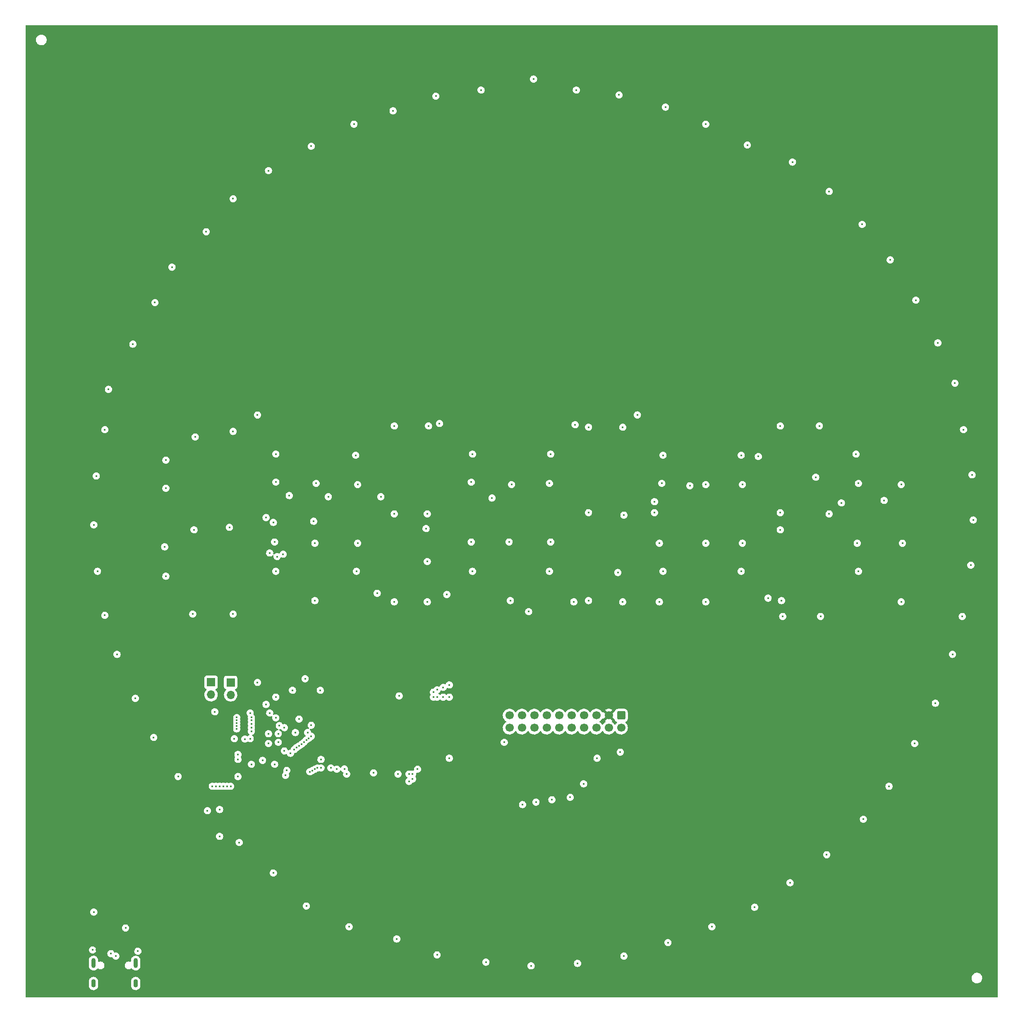
<source format=gbr>
%TF.GenerationSoftware,KiCad,Pcbnew,(6.0.9-0)*%
%TF.CreationDate,2022-12-31T14:30:25+01:00*%
%TF.ProjectId,tomclock,746f6d63-6c6f-4636-9b2e-6b696361645f,rev?*%
%TF.SameCoordinates,Original*%
%TF.FileFunction,Copper,L2,Inr*%
%TF.FilePolarity,Positive*%
%FSLAX46Y46*%
G04 Gerber Fmt 4.6, Leading zero omitted, Abs format (unit mm)*
G04 Created by KiCad (PCBNEW (6.0.9-0)) date 2022-12-31 14:30:25*
%MOMM*%
%LPD*%
G01*
G04 APERTURE LIST*
G04 Aperture macros list*
%AMRoundRect*
0 Rectangle with rounded corners*
0 $1 Rounding radius*
0 $2 $3 $4 $5 $6 $7 $8 $9 X,Y pos of 4 corners*
0 Add a 4 corners polygon primitive as box body*
4,1,4,$2,$3,$4,$5,$6,$7,$8,$9,$2,$3,0*
0 Add four circle primitives for the rounded corners*
1,1,$1+$1,$2,$3*
1,1,$1+$1,$4,$5*
1,1,$1+$1,$6,$7*
1,1,$1+$1,$8,$9*
0 Add four rect primitives between the rounded corners*
20,1,$1+$1,$2,$3,$4,$5,0*
20,1,$1+$1,$4,$5,$6,$7,0*
20,1,$1+$1,$6,$7,$8,$9,0*
20,1,$1+$1,$8,$9,$2,$3,0*%
G04 Aperture macros list end*
%TA.AperFunction,ComponentPad*%
%ADD10R,1.700000X1.700000*%
%TD*%
%TA.AperFunction,ComponentPad*%
%ADD11O,1.700000X1.700000*%
%TD*%
%TA.AperFunction,ComponentPad*%
%ADD12O,0.900000X1.700000*%
%TD*%
%TA.AperFunction,ComponentPad*%
%ADD13O,0.900000X2.000000*%
%TD*%
%TA.AperFunction,ComponentPad*%
%ADD14RoundRect,0.250000X-0.600000X0.600000X-0.600000X-0.600000X0.600000X-0.600000X0.600000X0.600000X0*%
%TD*%
%TA.AperFunction,ComponentPad*%
%ADD15C,1.700000*%
%TD*%
%TA.AperFunction,ViaPad*%
%ADD16C,0.450000*%
%TD*%
G04 APERTURE END LIST*
D10*
%TO.N,GND*%
%TO.C,J1*%
X59250000Y-148475000D03*
D11*
%TO.N,Net-(J1-Pad2)*%
X59250000Y-151015000D03*
%TD*%
D12*
%TO.N,GND*%
%TO.C,J2*%
X35180000Y-210115000D03*
X43820000Y-210115000D03*
D13*
X43820000Y-205945000D03*
X35180000Y-205945000D03*
%TD*%
D14*
%TO.N,GND*%
%TO.C,J4*%
X143180000Y-155247500D03*
D15*
X143180000Y-157787500D03*
%TO.N,VBUS*%
X140640000Y-155247500D03*
%TO.N,+3V3*%
X140640000Y-157787500D03*
%TO.N,/GPIO7_5*%
X138100000Y-155247500D03*
%TO.N,/GPIO22*%
X138100000Y-157787500D03*
%TO.N,/GPIO6_5*%
X135560000Y-155247500D03*
%TO.N,/GPIO21*%
X135560000Y-157787500D03*
%TO.N,/GPIO5_5*%
X133020000Y-155247500D03*
%TO.N,/GPIO20*%
X133020000Y-157787500D03*
%TO.N,/GPIO4_5*%
X130480000Y-155247500D03*
%TO.N,/GPIO19*%
X130480000Y-157787500D03*
%TO.N,/GPIO3_5*%
X127940000Y-155247500D03*
%TO.N,/GPIO18*%
X127940000Y-157787500D03*
%TO.N,/GPIO2_5*%
X125400000Y-155247500D03*
%TO.N,/GPIO17*%
X125400000Y-157787500D03*
%TO.N,/Circle_5*%
X122860000Y-155247500D03*
%TO.N,GND*%
X122860000Y-157787500D03*
%TO.N,/Digit_5*%
X120320000Y-155247500D03*
%TO.N,GND*%
X120320000Y-157787500D03*
%TD*%
D10*
%TO.N,GND*%
%TO.C,J3*%
X63250000Y-148500000D03*
D11*
%TO.N,Net-(J3-Pad2)*%
X63250000Y-151040000D03*
%TD*%
D16*
%TO.N,GND*%
X80500000Y-120000000D03*
X143750000Y-114250000D03*
X71000000Y-159000000D03*
X65000000Y-181250000D03*
X178250000Y-42000000D03*
X40000000Y-142750000D03*
X168000000Y-120000000D03*
X191250000Y-101750000D03*
X124750000Y-206500000D03*
X103500000Y-114000000D03*
X160500000Y-108000000D03*
X37500000Y-96750000D03*
X72250000Y-119750000D03*
X97250000Y-201000000D03*
X200500000Y-132000000D03*
X78750000Y-194250000D03*
X160500000Y-132000000D03*
X105500000Y-204250000D03*
X114500000Y-27250000D03*
X143500000Y-132000000D03*
X191500000Y-120000000D03*
X43250000Y-79250000D03*
X36000000Y-125750000D03*
X120500000Y-131750000D03*
X81600000Y-150100000D03*
X208000000Y-79000000D03*
X112500000Y-107500000D03*
X125250000Y-25000000D03*
X203500000Y-70250000D03*
X175750000Y-96000000D03*
X175750000Y-117250000D03*
X120750000Y-108000000D03*
X191750000Y-125750000D03*
X43750000Y-151750000D03*
X44250000Y-203500000D03*
X47750000Y-70750000D03*
X161750000Y-198500000D03*
X160500000Y-120000000D03*
X128500000Y-107750000D03*
X37500000Y-134750000D03*
X50000000Y-126750000D03*
X211500000Y-87250000D03*
X143500000Y-96250000D03*
X192750000Y-176500000D03*
X151750000Y-125750000D03*
X151000000Y-120000000D03*
X183750000Y-96000000D03*
X176000000Y-131750000D03*
X97750000Y-151250000D03*
X72500000Y-107500000D03*
X50000000Y-108750000D03*
X108000000Y-164000000D03*
X103500000Y-132000000D03*
X87500000Y-198500000D03*
X143000000Y-162750000D03*
X213250000Y-96750000D03*
X198250000Y-62000000D03*
X68750000Y-148500000D03*
X170500000Y-194500000D03*
X80500000Y-131750000D03*
X56000000Y-98250000D03*
X63000000Y-116750000D03*
X71000000Y-161000000D03*
X185750000Y-48000000D03*
X185250000Y-183750000D03*
X96750000Y-96000000D03*
X136500000Y-96250000D03*
X80750000Y-107750000D03*
X67500000Y-165250000D03*
X177750000Y-189500000D03*
X52500000Y-167750000D03*
X35750000Y-106250000D03*
X71000000Y-43750000D03*
X96750000Y-114000000D03*
X215000000Y-106000000D03*
X64000000Y-160000000D03*
X64750000Y-164250000D03*
X134000000Y-27250000D03*
X63750000Y-49500000D03*
X119250000Y-160750000D03*
X105250000Y-28500000D03*
X73219634Y-157335000D03*
X89250000Y-108000000D03*
X112750000Y-125750000D03*
X75900000Y-150100000D03*
X72500000Y-101750000D03*
X167750000Y-102000000D03*
X58500000Y-174750000D03*
X72000000Y-187500000D03*
X70500000Y-153000000D03*
X136500000Y-131750000D03*
X35000000Y-203250000D03*
X58250000Y-56250000D03*
X38250000Y-88500000D03*
X79750000Y-38750000D03*
X103750000Y-96000000D03*
X143750000Y-204500000D03*
X79000000Y-158750000D03*
X128750000Y-119750000D03*
X55750000Y-117250000D03*
X88500000Y-34250000D03*
X79750000Y-157250000D03*
X41750000Y-198750000D03*
X89250000Y-120000000D03*
X167750000Y-125750000D03*
X89000000Y-125750000D03*
X64750000Y-163250000D03*
X120250000Y-119750000D03*
X142750000Y-28250000D03*
X168000000Y-108000000D03*
X49750000Y-120750000D03*
X184000000Y-135000000D03*
X213000000Y-135000000D03*
X112500000Y-119750000D03*
X73000000Y-159000000D03*
X64750000Y-167750000D03*
X185750000Y-114000000D03*
X63750000Y-97125500D03*
X198000000Y-169750000D03*
X203250000Y-161000000D03*
X74500000Y-167500000D03*
X176250000Y-135000000D03*
X175750000Y-113750000D03*
X72500000Y-125750000D03*
X50000000Y-103000000D03*
X47500000Y-159750000D03*
X35250000Y-195500000D03*
X51250000Y-63500000D03*
X152750000Y-201750000D03*
X215250000Y-115250000D03*
X160500000Y-34250000D03*
X81750000Y-164250000D03*
X214750000Y-124500000D03*
X88844500Y-102000000D03*
X151500000Y-107750000D03*
X211000000Y-142750000D03*
X128500000Y-125750000D03*
X63750000Y-134500000D03*
X128750000Y-101750000D03*
X151750000Y-102000000D03*
X134250000Y-206000000D03*
X55500000Y-134500000D03*
X192500000Y-54750000D03*
X207500000Y-152750000D03*
X115500000Y-205750000D03*
X200500000Y-108000000D03*
X97500000Y-167250000D03*
X112750000Y-101750000D03*
X136500000Y-113750000D03*
X35250000Y-116250000D03*
X169000000Y-38500000D03*
X73000000Y-160750000D03*
X191750000Y-107750000D03*
X96500000Y-31500000D03*
X96750000Y-132000000D03*
X200750000Y-120000000D03*
X152250000Y-30750000D03*
%TO.N,VBUS*%
X49500000Y-129500000D03*
X99000000Y-110500000D03*
X186750000Y-124750000D03*
X189750000Y-163250000D03*
X32000000Y-82000000D03*
X52000000Y-49500000D03*
X45500000Y-56750000D03*
X115250000Y-115500000D03*
X202250000Y-83500000D03*
X184500000Y-52250000D03*
X83000000Y-98000000D03*
X87250000Y-150250000D03*
X44250000Y-164000000D03*
X195250000Y-127750000D03*
X184000000Y-170500000D03*
X89000000Y-93250000D03*
X106000000Y-123250000D03*
X57750000Y-42750000D03*
X137250000Y-21750000D03*
X105750000Y-117500000D03*
X90750000Y-195500000D03*
X162500000Y-100750000D03*
X206750000Y-101750000D03*
X170750000Y-113000000D03*
X60500000Y-128250000D03*
X123000000Y-116000000D03*
X96500000Y-150250000D03*
X121250000Y-123500000D03*
X141500000Y-150750000D03*
X100000000Y-198000000D03*
X27500000Y-119750000D03*
X96500000Y-167250000D03*
X41500000Y-105500000D03*
X105500000Y-100000000D03*
X122500000Y-100500000D03*
X57750000Y-111750000D03*
X75250000Y-115750000D03*
X205250000Y-129250000D03*
X162750000Y-124750000D03*
X34750000Y-147500000D03*
X65250000Y-123000000D03*
X190250000Y-59750000D03*
X41250000Y-117500000D03*
X118500000Y-199750000D03*
X195500000Y-115500000D03*
X50000000Y-171750000D03*
X41500000Y-99500000D03*
X122500000Y-106500000D03*
X162750000Y-106750000D03*
X155000000Y-28000000D03*
X29500000Y-92750000D03*
X154750000Y-106750000D03*
X130250000Y-94500000D03*
X136500000Y-197750000D03*
X91500000Y-128250000D03*
X177750000Y-45500000D03*
X100000000Y-21500000D03*
X138500000Y-92500000D03*
X153000000Y-130000000D03*
X186750000Y-118750000D03*
X127750000Y-20250000D03*
X65500000Y-117250000D03*
X199250000Y-74250000D03*
X43500000Y-203250000D03*
X186750000Y-100500000D03*
X75500000Y-128250000D03*
X34750000Y-73750000D03*
X35750000Y-203250000D03*
X64500000Y-185250000D03*
X115000000Y-103750000D03*
X118750000Y-19500000D03*
X138750000Y-128000000D03*
X41250000Y-123500000D03*
X207250000Y-111000000D03*
X195000000Y-104000000D03*
X82000000Y-192000000D03*
X39500000Y-156250000D03*
X145750000Y-118500000D03*
X90750000Y-23500000D03*
X205250000Y-92500000D03*
X178750000Y-94500000D03*
X162750000Y-118750000D03*
X154000000Y-193000000D03*
X99500000Y-91750000D03*
X57750000Y-93500000D03*
X27000000Y-110750000D03*
X40250000Y-64500000D03*
X105250000Y-105250000D03*
X207000000Y-120750000D03*
X127500000Y-199500000D03*
X147000000Y-24250000D03*
X145250000Y-124000000D03*
X186500000Y-106750000D03*
X145000000Y-196250000D03*
X178500000Y-130750000D03*
X89250000Y-111500000D03*
X178000000Y-176750000D03*
X138500000Y-110250000D03*
X50000000Y-93250000D03*
X64500000Y-105250000D03*
X65250000Y-99250000D03*
X81750000Y-105000000D03*
X170250000Y-130750000D03*
X131000000Y-110250000D03*
X57250000Y-178250000D03*
X109250000Y-19750000D03*
X131000000Y-127500000D03*
X146000000Y-100250000D03*
X49750000Y-111250000D03*
X195250000Y-66250000D03*
X82250000Y-116500000D03*
X72500000Y-31250000D03*
X73500000Y-188000000D03*
X163750000Y-32000000D03*
X203000000Y-139000000D03*
X171500000Y-37000000D03*
X82000000Y-123000000D03*
X196000000Y-155250000D03*
X170000000Y-182750000D03*
X65500000Y-36750000D03*
X29000000Y-129250000D03*
X162500000Y-187750000D03*
X154500000Y-118750000D03*
X32000000Y-139250000D03*
X199750000Y-147500000D03*
X75250000Y-103750000D03*
X81250000Y-27500000D03*
X179000000Y-112750000D03*
X170750000Y-94750000D03*
X109000000Y-199500000D03*
X27500000Y-101250000D03*
X115250000Y-127500000D03*
X146000000Y-106250000D03*
X99500000Y-128000000D03*
%TO.N,+3V3*%
X71250000Y-154750000D03*
X76500000Y-158750000D03*
X77250000Y-156000000D03*
X74750000Y-166500000D03*
X67250000Y-154750000D03*
X72250000Y-165250000D03*
X75500000Y-163000000D03*
X92500000Y-167000000D03*
X69785000Y-164450000D03*
%TO.N,Net-(DS37-Pad2)*%
X61000000Y-180000000D03*
X61000000Y-174500000D03*
%TO.N,/Digit1/S9*%
X68750000Y-93750000D03*
X74000000Y-122250000D03*
%TO.N,Net-(DS67-Pad2)*%
X70500000Y-114750000D03*
X72000000Y-115750000D03*
%TO.N,Net-(DS69-Pad2)*%
X72750000Y-122750000D03*
X71250000Y-122000000D03*
%TO.N,Net-(DS74-Pad2)*%
X80250000Y-115500000D03*
X75250000Y-110250000D03*
%TO.N,/Digit2/S9*%
X103500000Y-123750000D03*
X106000000Y-95500000D03*
X103250000Y-117000000D03*
X107500000Y-130500000D03*
%TO.N,Net-(DS81-Pad2)*%
X83250000Y-110500000D03*
X94000000Y-110500000D03*
%TO.N,Net-(DS89-Pad2)*%
X93250000Y-130250000D03*
X116750000Y-110750000D03*
%TO.N,/Digit2/DIGIT_OUT*%
X124250000Y-134000000D03*
X133750000Y-95750000D03*
%TO.N,/Digit3/S9*%
X150000000Y-111500000D03*
X150000000Y-113750000D03*
X146500000Y-93750000D03*
X151000000Y-132000000D03*
%TO.N,Net-(DS106-Pad2)*%
X157250000Y-108250000D03*
X133500000Y-132000000D03*
%TO.N,/Digit3/DIGIT_OUT*%
X171250000Y-102250000D03*
X142500000Y-126000000D03*
%TO.N,/Digit4/S9*%
X183000000Y-106500000D03*
X188250000Y-111750000D03*
%TO.N,Net-(DS123-Pad2)*%
X197000000Y-111250000D03*
X173250000Y-131250000D03*
%TO.N,/rp2040_base/XIN*%
X72500000Y-151500000D03*
X72500000Y-155750000D03*
%TO.N,/rp2040_base/USB_C_D-*%
X38750000Y-204000000D03*
X39750000Y-204500000D03*
%TO.N,/GPIO7_5*%
X108000000Y-151500000D03*
X108000000Y-149000000D03*
%TO.N,/GPIO19*%
X129000000Y-172500000D03*
X67500000Y-157000000D03*
X64500000Y-156846994D03*
X61000000Y-169750000D03*
%TO.N,/GPIO6_5*%
X106750000Y-149500000D03*
X106750000Y-151500000D03*
%TO.N,/GPIO18*%
X60250000Y-169750000D03*
X64500000Y-156250000D03*
X67500000Y-156250000D03*
X125750000Y-173000000D03*
%TO.N,/GPIO5_5*%
X105500000Y-151500000D03*
X105500000Y-150000000D03*
%TO.N,/GPIO17*%
X123000000Y-173500000D03*
X67500000Y-155673497D03*
X59500000Y-169750000D03*
X64500000Y-155673497D03*
%TO.N,/GPIO4_5*%
X104750000Y-150500000D03*
X104750000Y-151500000D03*
%TO.N,/rp2040_base/QSPI_SS*%
X74250000Y-162500000D03*
X60000000Y-154500000D03*
%TO.N,/rp2040_base/XOUT*%
X78500000Y-147750000D03*
X74250000Y-157750000D03*
%TO.N,/rp2040_base/GPIO0*%
X79453080Y-166773460D03*
X76271486Y-162225939D03*
%TO.N,/rp2040_base/GPIO1*%
X79968720Y-166515640D03*
X76750000Y-161815000D03*
%TO.N,/rp2040_base/GPIO2*%
X80484360Y-166257820D03*
X77250000Y-161500000D03*
%TO.N,/rp2040_base/GPIO3*%
X81000000Y-166000000D03*
X77750000Y-161165000D03*
%TO.N,/rp2040_base/GPIO4*%
X81750000Y-166000000D03*
X78250000Y-160750000D03*
X99750000Y-167250000D03*
X99750000Y-168750000D03*
%TO.N,/rp2040_base/GPIO5*%
X100500000Y-168250000D03*
X100500000Y-167250000D03*
X78750000Y-160250000D03*
X83750000Y-166000000D03*
%TO.N,/rp2040_base/GPIO6*%
X79250000Y-159915000D03*
X85000000Y-166250000D03*
X101500000Y-166250000D03*
X86543450Y-166206550D03*
%TO.N,/rp2040_base/GPIO7*%
X87000000Y-167250000D03*
X79750000Y-159500000D03*
%TO.N,/GPIO22*%
X138250000Y-164000000D03*
X67251500Y-160000000D03*
X66166640Y-160079740D03*
X63250000Y-169750000D03*
%TO.N,/GPIO21*%
X62500000Y-169750000D03*
X135500000Y-169250000D03*
X67500000Y-158498500D03*
X64500000Y-158000000D03*
%TO.N,/GPIO20*%
X64500000Y-157423497D03*
X132750000Y-172009500D03*
X61750000Y-169750000D03*
X67500000Y-157750000D03*
%TD*%
%TA.AperFunction,Conductor*%
%TO.N,VBUS*%
G36*
X220183621Y-14028502D02*
G01*
X220230114Y-14082158D01*
X220241500Y-14134500D01*
X220241500Y-212865500D01*
X220221498Y-212933621D01*
X220167842Y-212980114D01*
X220115500Y-212991500D01*
X21384500Y-212991500D01*
X21316379Y-212971498D01*
X21269886Y-212917842D01*
X21258500Y-212865500D01*
X21258500Y-210563663D01*
X34221500Y-210563663D01*
X34236235Y-210708727D01*
X34238144Y-210714818D01*
X34292556Y-210888451D01*
X34292558Y-210888456D01*
X34294465Y-210894541D01*
X34388870Y-211064850D01*
X34393019Y-211069691D01*
X34393022Y-211069695D01*
X34452684Y-211139303D01*
X34515591Y-211212698D01*
X34669453Y-211332046D01*
X34675176Y-211334862D01*
X34675179Y-211334864D01*
X34838444Y-211415200D01*
X34844171Y-211418018D01*
X34850349Y-211419627D01*
X34850351Y-211419628D01*
X35026425Y-211465492D01*
X35026428Y-211465492D01*
X35032607Y-211467102D01*
X35116597Y-211471504D01*
X35220683Y-211476959D01*
X35220687Y-211476959D01*
X35227064Y-211477293D01*
X35382413Y-211453799D01*
X35413285Y-211449130D01*
X35413286Y-211449130D01*
X35419599Y-211448175D01*
X35425585Y-211445972D01*
X35425591Y-211445971D01*
X35596360Y-211383140D01*
X35596365Y-211383138D01*
X35602346Y-211380937D01*
X35767840Y-211278326D01*
X35842362Y-211207855D01*
X35904685Y-211148919D01*
X35909322Y-211144534D01*
X36021011Y-210985025D01*
X36098345Y-210806316D01*
X36117460Y-210714818D01*
X36137176Y-210620443D01*
X36137177Y-210620438D01*
X36138165Y-210615707D01*
X36138500Y-210609315D01*
X36138500Y-210563663D01*
X42861500Y-210563663D01*
X42876235Y-210708727D01*
X42878144Y-210714818D01*
X42932556Y-210888451D01*
X42932558Y-210888456D01*
X42934465Y-210894541D01*
X43028870Y-211064850D01*
X43033019Y-211069691D01*
X43033022Y-211069695D01*
X43092684Y-211139303D01*
X43155591Y-211212698D01*
X43309453Y-211332046D01*
X43315176Y-211334862D01*
X43315179Y-211334864D01*
X43478444Y-211415200D01*
X43484171Y-211418018D01*
X43490349Y-211419627D01*
X43490351Y-211419628D01*
X43666425Y-211465492D01*
X43666428Y-211465492D01*
X43672607Y-211467102D01*
X43756597Y-211471504D01*
X43860683Y-211476959D01*
X43860687Y-211476959D01*
X43867064Y-211477293D01*
X44022413Y-211453799D01*
X44053285Y-211449130D01*
X44053286Y-211449130D01*
X44059599Y-211448175D01*
X44065585Y-211445972D01*
X44065591Y-211445971D01*
X44236360Y-211383140D01*
X44236365Y-211383138D01*
X44242346Y-211380937D01*
X44407840Y-211278326D01*
X44482362Y-211207855D01*
X44544685Y-211148919D01*
X44549322Y-211144534D01*
X44661011Y-210985025D01*
X44738345Y-210806316D01*
X44757460Y-210714818D01*
X44777176Y-210620443D01*
X44777177Y-210620438D01*
X44778165Y-210615707D01*
X44778500Y-210609315D01*
X44778500Y-209666337D01*
X44763765Y-209521273D01*
X44740753Y-209447842D01*
X44707444Y-209341549D01*
X44707442Y-209341544D01*
X44705535Y-209335459D01*
X44611130Y-209165150D01*
X44606981Y-209160309D01*
X44606978Y-209160305D01*
X44488560Y-209022145D01*
X44484409Y-209017302D01*
X44393494Y-208946781D01*
X214911868Y-208946781D01*
X214921436Y-209153502D01*
X214922840Y-209159327D01*
X214922840Y-209159328D01*
X214965288Y-209335459D01*
X214969921Y-209354685D01*
X214972403Y-209360143D01*
X214972404Y-209360147D01*
X215012277Y-209447842D01*
X215055574Y-209543069D01*
X215175305Y-209711858D01*
X215179628Y-209715996D01*
X215179632Y-209716001D01*
X215259694Y-209792643D01*
X215324792Y-209854961D01*
X215329827Y-209858212D01*
X215493606Y-209963963D01*
X215493609Y-209963964D01*
X215498643Y-209967215D01*
X215690584Y-210044570D01*
X215696465Y-210045718D01*
X215696470Y-210045720D01*
X215889244Y-210083366D01*
X215889247Y-210083366D01*
X215893690Y-210084234D01*
X215899129Y-210084500D01*
X216051704Y-210084500D01*
X216206007Y-210069778D01*
X216211761Y-210068090D01*
X216398827Y-210013211D01*
X216398829Y-210013210D01*
X216404580Y-210011523D01*
X216486257Y-209969457D01*
X216583225Y-209919516D01*
X216583228Y-209919514D01*
X216588556Y-209916770D01*
X216751294Y-209788937D01*
X216886924Y-209632637D01*
X216990552Y-209453510D01*
X217058438Y-209258019D01*
X217059480Y-209250838D01*
X217087271Y-209059159D01*
X217087271Y-209059156D01*
X217088132Y-209053219D01*
X217078564Y-208846498D01*
X217030079Y-208645315D01*
X216944426Y-208456931D01*
X216824695Y-208288142D01*
X216820372Y-208284004D01*
X216820368Y-208283999D01*
X216679538Y-208149184D01*
X216675208Y-208145039D01*
X216575230Y-208080484D01*
X216506394Y-208036037D01*
X216506391Y-208036036D01*
X216501357Y-208032785D01*
X216309416Y-207955430D01*
X216303535Y-207954282D01*
X216303530Y-207954280D01*
X216110756Y-207916634D01*
X216110753Y-207916634D01*
X216106310Y-207915766D01*
X216100871Y-207915500D01*
X215948296Y-207915500D01*
X215793993Y-207930222D01*
X215788239Y-207931910D01*
X215601173Y-207986789D01*
X215601171Y-207986790D01*
X215595420Y-207988477D01*
X215590087Y-207991223D01*
X215590086Y-207991224D01*
X215416775Y-208080484D01*
X215416772Y-208080486D01*
X215411444Y-208083230D01*
X215248706Y-208211063D01*
X215113076Y-208367363D01*
X215009448Y-208546490D01*
X214941562Y-208741981D01*
X214940702Y-208747914D01*
X214940701Y-208747917D01*
X214919356Y-208895136D01*
X214911868Y-208946781D01*
X44393494Y-208946781D01*
X44330547Y-208897954D01*
X44324824Y-208895138D01*
X44324821Y-208895136D01*
X44161556Y-208814800D01*
X44155829Y-208811982D01*
X44149651Y-208810373D01*
X44149649Y-208810372D01*
X43973575Y-208764508D01*
X43973572Y-208764508D01*
X43967393Y-208762898D01*
X43883403Y-208758496D01*
X43779317Y-208753041D01*
X43779313Y-208753041D01*
X43772936Y-208752707D01*
X43617587Y-208776201D01*
X43586715Y-208780870D01*
X43586714Y-208780870D01*
X43580401Y-208781825D01*
X43574415Y-208784028D01*
X43574409Y-208784029D01*
X43403640Y-208846860D01*
X43403635Y-208846862D01*
X43397654Y-208849063D01*
X43392232Y-208852425D01*
X43240052Y-208946781D01*
X43232160Y-208951674D01*
X43227527Y-208956055D01*
X43227526Y-208956056D01*
X43131120Y-209047222D01*
X43090678Y-209085466D01*
X42978989Y-209244975D01*
X42976452Y-209250838D01*
X42934038Y-209348852D01*
X42901655Y-209423684D01*
X42900350Y-209429931D01*
X42900349Y-209429934D01*
X42881268Y-209521273D01*
X42861835Y-209614293D01*
X42861500Y-209620685D01*
X42861500Y-210563663D01*
X36138500Y-210563663D01*
X36138500Y-209666337D01*
X36123765Y-209521273D01*
X36100753Y-209447842D01*
X36067444Y-209341549D01*
X36067442Y-209341544D01*
X36065535Y-209335459D01*
X35971130Y-209165150D01*
X35966981Y-209160309D01*
X35966978Y-209160305D01*
X35848560Y-209022145D01*
X35844409Y-209017302D01*
X35690547Y-208897954D01*
X35684824Y-208895138D01*
X35684821Y-208895136D01*
X35521556Y-208814800D01*
X35515829Y-208811982D01*
X35509651Y-208810373D01*
X35509649Y-208810372D01*
X35333575Y-208764508D01*
X35333572Y-208764508D01*
X35327393Y-208762898D01*
X35243403Y-208758496D01*
X35139317Y-208753041D01*
X35139313Y-208753041D01*
X35132936Y-208752707D01*
X34977587Y-208776201D01*
X34946715Y-208780870D01*
X34946714Y-208780870D01*
X34940401Y-208781825D01*
X34934415Y-208784028D01*
X34934409Y-208784029D01*
X34763640Y-208846860D01*
X34763635Y-208846862D01*
X34757654Y-208849063D01*
X34752232Y-208852425D01*
X34600052Y-208946781D01*
X34592160Y-208951674D01*
X34587527Y-208956055D01*
X34587526Y-208956056D01*
X34491120Y-209047222D01*
X34450678Y-209085466D01*
X34338989Y-209244975D01*
X34336452Y-209250838D01*
X34294038Y-209348852D01*
X34261655Y-209423684D01*
X34260350Y-209429931D01*
X34260349Y-209429934D01*
X34241268Y-209521273D01*
X34221835Y-209614293D01*
X34221500Y-209620685D01*
X34221500Y-210563663D01*
X21258500Y-210563663D01*
X21258500Y-206543663D01*
X34221500Y-206543663D01*
X34221823Y-206546842D01*
X34234558Y-206672213D01*
X34236235Y-206688727D01*
X34253889Y-206745061D01*
X34292556Y-206868451D01*
X34292558Y-206868456D01*
X34294465Y-206874541D01*
X34327876Y-206934815D01*
X34352550Y-206979327D01*
X34388870Y-207044850D01*
X34393019Y-207049691D01*
X34393022Y-207049695D01*
X34498033Y-207172213D01*
X34515591Y-207192698D01*
X34520633Y-207196609D01*
X34520634Y-207196610D01*
X34567552Y-207233003D01*
X34669453Y-207312046D01*
X34675176Y-207314862D01*
X34675179Y-207314864D01*
X34838444Y-207395200D01*
X34844171Y-207398018D01*
X34850349Y-207399627D01*
X34850351Y-207399628D01*
X35026425Y-207445492D01*
X35026428Y-207445492D01*
X35032607Y-207447102D01*
X35116597Y-207451504D01*
X35220683Y-207456959D01*
X35220687Y-207456959D01*
X35227064Y-207457293D01*
X35382413Y-207433799D01*
X35413285Y-207429130D01*
X35413286Y-207429130D01*
X35419599Y-207428175D01*
X35425585Y-207425972D01*
X35425591Y-207425971D01*
X35596360Y-207363140D01*
X35596365Y-207363138D01*
X35602346Y-207360937D01*
X35767840Y-207258326D01*
X35789357Y-207237979D01*
X35856600Y-207174390D01*
X35909322Y-207124534D01*
X35931054Y-207093498D01*
X35986512Y-207049169D01*
X36057131Y-207041861D01*
X36102519Y-207059856D01*
X36248238Y-207153765D01*
X36254858Y-207156174D01*
X36254861Y-207156176D01*
X36412066Y-207213394D01*
X36418685Y-207215803D01*
X36558769Y-207233500D01*
X36655610Y-207233500D01*
X36790255Y-207218397D01*
X36852819Y-207196610D01*
X36954894Y-207161064D01*
X36954897Y-207161062D01*
X36961552Y-207158745D01*
X36975629Y-207149949D01*
X37109402Y-207066359D01*
X37115376Y-207062626D01*
X37128398Y-207049695D01*
X37239085Y-206939778D01*
X37239088Y-206939774D01*
X37244082Y-206934815D01*
X37341273Y-206781666D01*
X37379472Y-206674390D01*
X37399757Y-206617425D01*
X37399758Y-206617420D01*
X37402119Y-206610790D01*
X37404491Y-206590903D01*
X37419075Y-206468597D01*
X37423596Y-206430680D01*
X37422402Y-206419320D01*
X41576404Y-206419320D01*
X41577140Y-206426323D01*
X41577140Y-206426324D01*
X41594507Y-206591555D01*
X41595364Y-206599712D01*
X41653818Y-206771421D01*
X41660121Y-206781666D01*
X41713512Y-206868451D01*
X41748862Y-206925912D01*
X41753793Y-206930947D01*
X41753795Y-206930950D01*
X41862408Y-207041861D01*
X41875771Y-207055507D01*
X42028238Y-207153765D01*
X42034858Y-207156174D01*
X42034861Y-207156176D01*
X42192066Y-207213394D01*
X42198685Y-207215803D01*
X42338769Y-207233500D01*
X42435610Y-207233500D01*
X42570255Y-207218397D01*
X42632819Y-207196610D01*
X42734894Y-207161064D01*
X42734897Y-207161062D01*
X42741552Y-207158745D01*
X42755634Y-207149946D01*
X42895376Y-207062626D01*
X42896223Y-207063982D01*
X42954226Y-207040511D01*
X43023989Y-207053688D01*
X43062337Y-207083897D01*
X43138033Y-207172213D01*
X43155591Y-207192698D01*
X43160633Y-207196609D01*
X43160634Y-207196610D01*
X43207552Y-207233003D01*
X43309453Y-207312046D01*
X43315176Y-207314862D01*
X43315179Y-207314864D01*
X43478444Y-207395200D01*
X43484171Y-207398018D01*
X43490349Y-207399627D01*
X43490351Y-207399628D01*
X43666425Y-207445492D01*
X43666428Y-207445492D01*
X43672607Y-207447102D01*
X43756597Y-207451504D01*
X43860683Y-207456959D01*
X43860687Y-207456959D01*
X43867064Y-207457293D01*
X44022413Y-207433799D01*
X44053285Y-207429130D01*
X44053286Y-207429130D01*
X44059599Y-207428175D01*
X44065585Y-207425972D01*
X44065591Y-207425971D01*
X44236360Y-207363140D01*
X44236365Y-207363138D01*
X44242346Y-207360937D01*
X44407840Y-207258326D01*
X44429357Y-207237979D01*
X44544685Y-207128919D01*
X44544688Y-207128916D01*
X44549322Y-207124534D01*
X44590057Y-207066359D01*
X44655238Y-206973270D01*
X44661011Y-206965025D01*
X44719090Y-206830813D01*
X44735810Y-206792175D01*
X44735811Y-206792171D01*
X44738345Y-206786316D01*
X44739651Y-206780066D01*
X44777176Y-206600443D01*
X44777177Y-206600438D01*
X44778165Y-206595707D01*
X44778500Y-206589315D01*
X44778500Y-206489694D01*
X124011931Y-206489694D01*
X124027989Y-206653468D01*
X124079932Y-206809615D01*
X124083581Y-206815640D01*
X124155757Y-206934815D01*
X124165179Y-206950373D01*
X124170070Y-206955438D01*
X124170071Y-206955439D01*
X124187290Y-206973270D01*
X124279491Y-207068747D01*
X124417189Y-207158854D01*
X124571428Y-207216215D01*
X124578409Y-207217146D01*
X124578411Y-207217147D01*
X124727561Y-207237048D01*
X124727565Y-207237048D01*
X124734542Y-207237979D01*
X124741553Y-207237341D01*
X124741557Y-207237341D01*
X124891403Y-207223704D01*
X124891404Y-207223704D01*
X124898424Y-207223065D01*
X124928188Y-207213394D01*
X125048230Y-207174390D01*
X125048233Y-207174389D01*
X125054929Y-207172213D01*
X125196279Y-207087951D01*
X125315449Y-206974468D01*
X125321723Y-206965025D01*
X125402614Y-206843275D01*
X125402615Y-206843273D01*
X125406515Y-206837403D01*
X125464951Y-206683568D01*
X125477720Y-206592712D01*
X125487302Y-206524534D01*
X125487303Y-206524527D01*
X125487853Y-206520610D01*
X125488141Y-206500000D01*
X125469798Y-206336466D01*
X125463998Y-206319809D01*
X125428752Y-206218597D01*
X125415680Y-206181060D01*
X125353039Y-206080813D01*
X125332209Y-206047479D01*
X125328476Y-206041505D01*
X125277025Y-205989694D01*
X133511931Y-205989694D01*
X133527989Y-206153468D01*
X133579932Y-206309615D01*
X133583581Y-206315640D01*
X133657488Y-206437673D01*
X133665179Y-206450373D01*
X133670070Y-206455438D01*
X133670071Y-206455439D01*
X133703151Y-206489694D01*
X133779491Y-206568747D01*
X133917189Y-206658854D01*
X134071428Y-206716215D01*
X134078409Y-206717146D01*
X134078411Y-206717147D01*
X134227561Y-206737048D01*
X134227565Y-206737048D01*
X134234542Y-206737979D01*
X134241553Y-206737341D01*
X134241557Y-206737341D01*
X134391403Y-206723704D01*
X134391404Y-206723704D01*
X134398424Y-206723065D01*
X134504105Y-206688727D01*
X134548230Y-206674390D01*
X134548233Y-206674389D01*
X134554929Y-206672213D01*
X134696279Y-206587951D01*
X134815449Y-206474468D01*
X134820313Y-206467147D01*
X134902614Y-206343275D01*
X134902615Y-206343273D01*
X134906515Y-206337403D01*
X134964951Y-206183568D01*
X134979706Y-206078579D01*
X134987302Y-206024534D01*
X134987303Y-206024527D01*
X134987853Y-206020610D01*
X134988141Y-206000000D01*
X134969798Y-205836466D01*
X134963998Y-205819809D01*
X134917998Y-205687717D01*
X134915680Y-205681060D01*
X134909297Y-205670844D01*
X134832209Y-205547479D01*
X134828476Y-205541505D01*
X134725410Y-205437717D01*
X134717486Y-205429737D01*
X134717482Y-205429734D01*
X134712522Y-205424739D01*
X134573580Y-205336563D01*
X134472823Y-205300685D01*
X134425189Y-205283723D01*
X134425187Y-205283722D01*
X134418555Y-205281361D01*
X134411569Y-205280528D01*
X134411565Y-205280527D01*
X134297071Y-205266875D01*
X134255153Y-205261877D01*
X134248150Y-205262613D01*
X134248149Y-205262613D01*
X134204935Y-205267155D01*
X134091495Y-205279078D01*
X134084827Y-205281348D01*
X133942382Y-205329840D01*
X133942379Y-205329841D01*
X133935715Y-205332110D01*
X133795555Y-205418337D01*
X133677982Y-205533473D01*
X133588838Y-205671797D01*
X133586427Y-205678420D01*
X133586426Y-205678423D01*
X133534966Y-205819809D01*
X133534965Y-205819814D01*
X133532556Y-205826432D01*
X133511931Y-205989694D01*
X125277025Y-205989694D01*
X125221290Y-205933568D01*
X125217486Y-205929737D01*
X125217482Y-205929734D01*
X125212522Y-205924739D01*
X125073580Y-205836563D01*
X125024447Y-205819068D01*
X124925189Y-205783723D01*
X124925187Y-205783722D01*
X124918555Y-205781361D01*
X124911569Y-205780528D01*
X124911565Y-205780527D01*
X124791458Y-205766206D01*
X124755153Y-205761877D01*
X124748150Y-205762613D01*
X124748149Y-205762613D01*
X124713965Y-205766206D01*
X124591495Y-205779078D01*
X124584827Y-205781348D01*
X124442382Y-205829840D01*
X124442379Y-205829841D01*
X124435715Y-205832110D01*
X124295555Y-205918337D01*
X124283914Y-205929737D01*
X124208118Y-206003962D01*
X124177982Y-206033473D01*
X124088838Y-206171797D01*
X124086427Y-206178420D01*
X124086426Y-206178423D01*
X124034966Y-206319809D01*
X124034965Y-206319814D01*
X124032556Y-206326432D01*
X124011931Y-206489694D01*
X44778500Y-206489694D01*
X44778500Y-205739694D01*
X114761931Y-205739694D01*
X114777989Y-205903468D01*
X114829932Y-206059615D01*
X114837781Y-206072575D01*
X114903483Y-206181060D01*
X114915179Y-206200373D01*
X115029491Y-206318747D01*
X115167189Y-206408854D01*
X115321428Y-206466215D01*
X115328409Y-206467146D01*
X115328411Y-206467147D01*
X115477561Y-206487048D01*
X115477565Y-206487048D01*
X115484542Y-206487979D01*
X115491553Y-206487341D01*
X115491557Y-206487341D01*
X115641403Y-206473704D01*
X115641404Y-206473704D01*
X115648424Y-206473065D01*
X115702671Y-206455439D01*
X115798230Y-206424390D01*
X115798233Y-206424389D01*
X115804929Y-206422213D01*
X115946279Y-206337951D01*
X116065449Y-206224468D01*
X116081458Y-206200373D01*
X116152614Y-206093275D01*
X116152615Y-206093273D01*
X116156515Y-206087403D01*
X116214951Y-205933568D01*
X116228691Y-205835801D01*
X116237302Y-205774534D01*
X116237303Y-205774527D01*
X116237853Y-205770610D01*
X116238141Y-205750000D01*
X116219798Y-205586466D01*
X116213998Y-205569809D01*
X116167998Y-205437717D01*
X116165680Y-205431060D01*
X116106632Y-205336563D01*
X116082209Y-205297479D01*
X116078476Y-205291505D01*
X116020499Y-205233122D01*
X115967486Y-205179737D01*
X115967482Y-205179734D01*
X115962522Y-205174739D01*
X115823580Y-205086563D01*
X115759314Y-205063679D01*
X115675189Y-205033723D01*
X115675187Y-205033722D01*
X115668555Y-205031361D01*
X115661569Y-205030528D01*
X115661565Y-205030527D01*
X115535193Y-205015459D01*
X115505153Y-205011877D01*
X115498150Y-205012613D01*
X115498149Y-205012613D01*
X115471072Y-205015459D01*
X115341495Y-205029078D01*
X115334827Y-205031348D01*
X115192382Y-205079840D01*
X115192379Y-205079841D01*
X115185715Y-205082110D01*
X115045555Y-205168337D01*
X114999171Y-205213760D01*
X114933222Y-205278342D01*
X114927982Y-205283473D01*
X114838838Y-205421797D01*
X114836427Y-205428420D01*
X114836426Y-205428423D01*
X114784966Y-205569809D01*
X114784965Y-205569814D01*
X114782556Y-205576432D01*
X114761931Y-205739694D01*
X44778500Y-205739694D01*
X44778500Y-205346337D01*
X44767399Y-205237048D01*
X44764410Y-205207622D01*
X44764410Y-205207621D01*
X44763765Y-205201273D01*
X44746111Y-205144939D01*
X44707444Y-205021549D01*
X44707442Y-205021544D01*
X44705535Y-205015459D01*
X44646442Y-204908854D01*
X44614223Y-204850729D01*
X44614221Y-204850726D01*
X44611130Y-204845150D01*
X44606981Y-204840309D01*
X44606978Y-204840305D01*
X44488560Y-204702145D01*
X44484409Y-204697302D01*
X44466704Y-204683568D01*
X44350299Y-204593275D01*
X44330547Y-204577954D01*
X44324824Y-204575138D01*
X44324821Y-204575136D01*
X44161556Y-204494800D01*
X44155829Y-204491982D01*
X44149651Y-204490373D01*
X44149649Y-204490372D01*
X44067517Y-204468978D01*
X44013738Y-204436711D01*
X43977381Y-204444656D01*
X43971681Y-204444015D01*
X43967393Y-204442898D01*
X43961023Y-204442564D01*
X43961022Y-204442564D01*
X43779317Y-204433041D01*
X43779313Y-204433041D01*
X43772936Y-204432707D01*
X43622627Y-204455439D01*
X43586715Y-204460870D01*
X43586714Y-204460870D01*
X43580401Y-204461825D01*
X43574415Y-204464028D01*
X43574409Y-204464029D01*
X43403640Y-204526860D01*
X43403635Y-204526862D01*
X43397654Y-204529063D01*
X43232160Y-204631674D01*
X43227527Y-204636055D01*
X43227526Y-204636056D01*
X43119745Y-204737979D01*
X43090678Y-204765466D01*
X42978989Y-204924975D01*
X42976452Y-204930838D01*
X42906904Y-205091555D01*
X42901655Y-205103684D01*
X42900350Y-205109931D01*
X42900349Y-205109934D01*
X42863462Y-205286507D01*
X42861835Y-205294293D01*
X42861500Y-205300685D01*
X42861500Y-205556230D01*
X42841498Y-205624351D01*
X42787842Y-205670844D01*
X42717568Y-205680948D01*
X42692408Y-205674632D01*
X42581315Y-205634197D01*
X42441231Y-205616500D01*
X42344390Y-205616500D01*
X42209745Y-205631603D01*
X42203092Y-205633920D01*
X42203091Y-205633920D01*
X42045106Y-205688936D01*
X42045103Y-205688938D01*
X42038448Y-205691255D01*
X42032469Y-205694991D01*
X41895582Y-205780527D01*
X41884624Y-205787374D01*
X41879628Y-205792335D01*
X41879627Y-205792336D01*
X41760915Y-205910222D01*
X41760912Y-205910226D01*
X41755918Y-205915185D01*
X41752144Y-205921131D01*
X41752143Y-205921133D01*
X41750268Y-205924088D01*
X41658727Y-206068334D01*
X41652704Y-206085250D01*
X41600243Y-206232575D01*
X41600242Y-206232580D01*
X41597881Y-206239210D01*
X41597048Y-206246198D01*
X41597047Y-206246201D01*
X41586284Y-206336466D01*
X41576404Y-206419320D01*
X37422402Y-206419320D01*
X37420896Y-206404994D01*
X37405372Y-206257288D01*
X37405371Y-206257286D01*
X37404636Y-206250288D01*
X37346182Y-206078579D01*
X37261022Y-205940154D01*
X37254834Y-205930095D01*
X37254832Y-205930092D01*
X37251138Y-205924088D01*
X37246207Y-205919053D01*
X37246205Y-205919050D01*
X37129157Y-205799525D01*
X37129156Y-205799524D01*
X37124229Y-205794493D01*
X36971762Y-205696235D01*
X36965142Y-205693826D01*
X36965139Y-205693824D01*
X36807934Y-205636606D01*
X36807933Y-205636606D01*
X36801315Y-205634197D01*
X36661231Y-205616500D01*
X36564390Y-205616500D01*
X36429745Y-205631603D01*
X36305935Y-205674718D01*
X36235028Y-205678232D01*
X36173476Y-205642851D01*
X36140823Y-205579809D01*
X36138500Y-205555727D01*
X36138500Y-205346337D01*
X36127399Y-205237048D01*
X36124410Y-205207622D01*
X36124410Y-205207621D01*
X36123765Y-205201273D01*
X36106111Y-205144939D01*
X36067444Y-205021549D01*
X36067442Y-205021544D01*
X36065535Y-205015459D01*
X36006442Y-204908854D01*
X35974223Y-204850729D01*
X35974221Y-204850726D01*
X35971130Y-204845150D01*
X35966981Y-204840309D01*
X35966978Y-204840305D01*
X35848560Y-204702145D01*
X35844409Y-204697302D01*
X35826704Y-204683568D01*
X35710299Y-204593275D01*
X35690547Y-204577954D01*
X35684824Y-204575138D01*
X35684821Y-204575136D01*
X35521556Y-204494800D01*
X35515829Y-204491982D01*
X35509651Y-204490373D01*
X35509649Y-204490372D01*
X35333575Y-204444508D01*
X35333572Y-204444508D01*
X35327393Y-204442898D01*
X35243403Y-204438496D01*
X35139317Y-204433041D01*
X35139313Y-204433041D01*
X35132936Y-204432707D01*
X34982627Y-204455439D01*
X34946715Y-204460870D01*
X34946714Y-204460870D01*
X34940401Y-204461825D01*
X34934415Y-204464028D01*
X34934409Y-204464029D01*
X34763640Y-204526860D01*
X34763635Y-204526862D01*
X34757654Y-204529063D01*
X34592160Y-204631674D01*
X34587527Y-204636055D01*
X34587526Y-204636056D01*
X34479745Y-204737979D01*
X34450678Y-204765466D01*
X34338989Y-204924975D01*
X34336452Y-204930838D01*
X34266904Y-205091555D01*
X34261655Y-205103684D01*
X34260350Y-205109931D01*
X34260349Y-205109934D01*
X34223462Y-205286507D01*
X34221835Y-205294293D01*
X34221500Y-205300685D01*
X34221500Y-206543663D01*
X21258500Y-206543663D01*
X21258500Y-203989694D01*
X38011931Y-203989694D01*
X38027989Y-204153468D01*
X38079932Y-204309615D01*
X38083581Y-204315640D01*
X38160450Y-204442564D01*
X38165179Y-204450373D01*
X38170070Y-204455438D01*
X38170071Y-204455439D01*
X38196397Y-204482700D01*
X38279491Y-204568747D01*
X38417189Y-204658854D01*
X38571428Y-204716215D01*
X38578409Y-204717146D01*
X38578411Y-204717147D01*
X38727561Y-204737048D01*
X38727565Y-204737048D01*
X38734542Y-204737979D01*
X38741553Y-204737341D01*
X38741557Y-204737341D01*
X38891406Y-204723704D01*
X38891409Y-204723703D01*
X38898424Y-204723065D01*
X38906140Y-204720558D01*
X38917245Y-204716950D01*
X38988212Y-204714922D01*
X39049010Y-204751585D01*
X39075738Y-204797007D01*
X39079932Y-204809615D01*
X39083581Y-204815640D01*
X39148125Y-204922213D01*
X39165179Y-204950373D01*
X39170070Y-204955438D01*
X39170071Y-204955439D01*
X39222644Y-205009880D01*
X39279491Y-205068747D01*
X39417189Y-205158854D01*
X39571428Y-205216215D01*
X39578409Y-205217146D01*
X39578411Y-205217147D01*
X39727561Y-205237048D01*
X39727565Y-205237048D01*
X39734542Y-205237979D01*
X39741553Y-205237341D01*
X39741557Y-205237341D01*
X39891403Y-205223704D01*
X39891404Y-205223704D01*
X39898424Y-205223065D01*
X39945952Y-205207622D01*
X40048230Y-205174390D01*
X40048233Y-205174389D01*
X40054929Y-205172213D01*
X40196279Y-205087951D01*
X40315449Y-204974468D01*
X40320313Y-204967147D01*
X40402614Y-204843275D01*
X40402615Y-204843273D01*
X40406515Y-204837403D01*
X40464951Y-204683568D01*
X40481800Y-204563679D01*
X40487302Y-204524534D01*
X40487303Y-204524527D01*
X40487853Y-204520610D01*
X40488141Y-204500000D01*
X40469798Y-204336466D01*
X40463998Y-204319809D01*
X40436099Y-204239694D01*
X104761931Y-204239694D01*
X104777989Y-204403468D01*
X104829932Y-204559615D01*
X104833581Y-204565640D01*
X104890821Y-204660153D01*
X104915179Y-204700373D01*
X104920070Y-204705438D01*
X104920071Y-204705439D01*
X104964634Y-204751585D01*
X105029491Y-204818747D01*
X105167189Y-204908854D01*
X105321428Y-204966215D01*
X105328409Y-204967146D01*
X105328411Y-204967147D01*
X105477561Y-204987048D01*
X105477565Y-204987048D01*
X105484542Y-204987979D01*
X105491553Y-204987341D01*
X105491557Y-204987341D01*
X105641403Y-204973704D01*
X105641404Y-204973704D01*
X105648424Y-204973065D01*
X105702671Y-204955439D01*
X105798230Y-204924390D01*
X105798233Y-204924389D01*
X105804929Y-204922213D01*
X105946279Y-204837951D01*
X106065449Y-204724468D01*
X106070444Y-204716950D01*
X106152614Y-204593275D01*
X106152615Y-204593273D01*
X106156515Y-204587403D01*
X106193631Y-204489694D01*
X143011931Y-204489694D01*
X143027989Y-204653468D01*
X143079932Y-204809615D01*
X143083581Y-204815640D01*
X143148125Y-204922213D01*
X143165179Y-204950373D01*
X143170070Y-204955438D01*
X143170071Y-204955439D01*
X143222644Y-205009880D01*
X143279491Y-205068747D01*
X143417189Y-205158854D01*
X143571428Y-205216215D01*
X143578409Y-205217146D01*
X143578411Y-205217147D01*
X143727561Y-205237048D01*
X143727565Y-205237048D01*
X143734542Y-205237979D01*
X143741553Y-205237341D01*
X143741557Y-205237341D01*
X143891403Y-205223704D01*
X143891404Y-205223704D01*
X143898424Y-205223065D01*
X143945952Y-205207622D01*
X144048230Y-205174390D01*
X144048233Y-205174389D01*
X144054929Y-205172213D01*
X144196279Y-205087951D01*
X144315449Y-204974468D01*
X144320313Y-204967147D01*
X144402614Y-204843275D01*
X144402615Y-204843273D01*
X144406515Y-204837403D01*
X144464951Y-204683568D01*
X144481800Y-204563679D01*
X144487302Y-204524534D01*
X144487303Y-204524527D01*
X144487853Y-204520610D01*
X144488141Y-204500000D01*
X144469798Y-204336466D01*
X144463998Y-204319809D01*
X144433663Y-204232700D01*
X144415680Y-204181060D01*
X144407899Y-204168607D01*
X144332209Y-204047479D01*
X144328476Y-204041505D01*
X144261905Y-203974468D01*
X144217486Y-203929737D01*
X144217482Y-203929734D01*
X144212522Y-203924739D01*
X144073580Y-203836563D01*
X144023547Y-203818747D01*
X143925189Y-203783723D01*
X143925187Y-203783722D01*
X143918555Y-203781361D01*
X143911569Y-203780528D01*
X143911565Y-203780527D01*
X143797071Y-203766875D01*
X143755153Y-203761877D01*
X143748150Y-203762613D01*
X143748149Y-203762613D01*
X143704935Y-203767155D01*
X143591495Y-203779078D01*
X143584827Y-203781348D01*
X143442382Y-203829840D01*
X143442379Y-203829841D01*
X143435715Y-203832110D01*
X143295555Y-203918337D01*
X143177982Y-204033473D01*
X143088838Y-204171797D01*
X143086427Y-204178420D01*
X143086426Y-204178423D01*
X143034966Y-204319809D01*
X143034965Y-204319814D01*
X143032556Y-204326432D01*
X143011931Y-204489694D01*
X106193631Y-204489694D01*
X106214951Y-204433568D01*
X106231525Y-204315640D01*
X106237302Y-204274534D01*
X106237303Y-204274527D01*
X106237853Y-204270610D01*
X106238141Y-204250000D01*
X106219798Y-204086466D01*
X106213998Y-204069809D01*
X106177067Y-203963760D01*
X106165680Y-203931060D01*
X106157899Y-203918607D01*
X106082209Y-203797479D01*
X106078476Y-203791505D01*
X105993009Y-203705439D01*
X105967486Y-203679737D01*
X105967482Y-203679734D01*
X105962522Y-203674739D01*
X105823580Y-203586563D01*
X105774447Y-203569068D01*
X105675189Y-203533723D01*
X105675187Y-203533722D01*
X105668555Y-203531361D01*
X105661569Y-203530528D01*
X105661565Y-203530527D01*
X105545173Y-203516649D01*
X105505153Y-203511877D01*
X105498150Y-203512613D01*
X105498149Y-203512613D01*
X105459750Y-203516649D01*
X105341495Y-203529078D01*
X105334827Y-203531348D01*
X105192382Y-203579840D01*
X105192379Y-203579841D01*
X105185715Y-203582110D01*
X105045555Y-203668337D01*
X105007668Y-203705439D01*
X104933222Y-203778342D01*
X104927982Y-203783473D01*
X104838838Y-203921797D01*
X104836427Y-203928420D01*
X104836426Y-203928423D01*
X104784966Y-204069809D01*
X104784965Y-204069814D01*
X104782556Y-204076432D01*
X104761931Y-204239694D01*
X40436099Y-204239694D01*
X40433663Y-204232700D01*
X40415680Y-204181060D01*
X40407899Y-204168607D01*
X40332209Y-204047479D01*
X40328476Y-204041505D01*
X40261905Y-203974468D01*
X40217486Y-203929737D01*
X40217482Y-203929734D01*
X40212522Y-203924739D01*
X40073580Y-203836563D01*
X40023547Y-203818747D01*
X39925189Y-203783723D01*
X39925187Y-203783722D01*
X39918555Y-203781361D01*
X39911569Y-203780528D01*
X39911565Y-203780527D01*
X39797071Y-203766875D01*
X39755153Y-203761877D01*
X39748150Y-203762613D01*
X39748149Y-203762613D01*
X39704935Y-203767155D01*
X39591495Y-203779078D01*
X39584828Y-203781348D01*
X39584822Y-203781349D01*
X39583274Y-203781876D01*
X39582222Y-203781921D01*
X39577945Y-203782861D01*
X39577780Y-203782110D01*
X39512341Y-203784892D01*
X39451038Y-203749080D01*
X39423682Y-203704037D01*
X39417999Y-203687718D01*
X39417997Y-203687715D01*
X39415680Y-203681060D01*
X39356632Y-203586563D01*
X39332209Y-203547479D01*
X39328476Y-203541505D01*
X39277025Y-203489694D01*
X43511931Y-203489694D01*
X43527989Y-203653468D01*
X43579932Y-203809615D01*
X43583581Y-203815640D01*
X43653483Y-203931060D01*
X43665179Y-203950373D01*
X43670070Y-203955438D01*
X43670071Y-203955439D01*
X43703151Y-203989694D01*
X43779491Y-204068747D01*
X43917189Y-204158854D01*
X44030171Y-204200872D01*
X44068877Y-204229790D01*
X44095401Y-204221107D01*
X44115936Y-204222154D01*
X44186026Y-204231506D01*
X44227562Y-204237048D01*
X44227565Y-204237048D01*
X44234542Y-204237979D01*
X44241553Y-204237341D01*
X44241557Y-204237341D01*
X44391403Y-204223704D01*
X44391404Y-204223704D01*
X44398424Y-204223065D01*
X44466730Y-204200871D01*
X44548230Y-204174390D01*
X44548233Y-204174389D01*
X44554929Y-204172213D01*
X44696279Y-204087951D01*
X44815449Y-203974468D01*
X44820313Y-203967147D01*
X44902614Y-203843275D01*
X44902615Y-203843273D01*
X44906515Y-203837403D01*
X44964951Y-203683568D01*
X44978691Y-203585801D01*
X44987302Y-203524534D01*
X44987303Y-203524527D01*
X44987853Y-203520610D01*
X44988141Y-203500000D01*
X44969798Y-203336466D01*
X44963998Y-203319809D01*
X44917998Y-203187717D01*
X44915680Y-203181060D01*
X44828476Y-203041505D01*
X44725410Y-202937717D01*
X44717486Y-202929737D01*
X44717482Y-202929734D01*
X44712522Y-202924739D01*
X44573580Y-202836563D01*
X44433007Y-202786507D01*
X44425189Y-202783723D01*
X44425187Y-202783722D01*
X44418555Y-202781361D01*
X44411569Y-202780528D01*
X44411565Y-202780527D01*
X44297071Y-202766875D01*
X44255153Y-202761877D01*
X44248150Y-202762613D01*
X44248149Y-202762613D01*
X44204935Y-202767155D01*
X44091495Y-202779078D01*
X44084827Y-202781348D01*
X43942382Y-202829840D01*
X43942379Y-202829841D01*
X43935715Y-202832110D01*
X43795555Y-202918337D01*
X43677982Y-203033473D01*
X43588838Y-203171797D01*
X43586427Y-203178420D01*
X43586426Y-203178423D01*
X43534966Y-203319809D01*
X43534965Y-203319814D01*
X43532556Y-203326432D01*
X43511931Y-203489694D01*
X39277025Y-203489694D01*
X39221290Y-203433568D01*
X39217486Y-203429737D01*
X39217482Y-203429734D01*
X39212522Y-203424739D01*
X39073580Y-203336563D01*
X39024447Y-203319068D01*
X38925189Y-203283723D01*
X38925187Y-203283722D01*
X38918555Y-203281361D01*
X38911569Y-203280528D01*
X38911565Y-203280527D01*
X38795173Y-203266649D01*
X38755153Y-203261877D01*
X38748150Y-203262613D01*
X38748149Y-203262613D01*
X38709750Y-203266649D01*
X38591495Y-203279078D01*
X38584827Y-203281348D01*
X38442382Y-203329840D01*
X38442379Y-203329841D01*
X38435715Y-203332110D01*
X38295555Y-203418337D01*
X38283914Y-203429737D01*
X38183222Y-203528342D01*
X38177982Y-203533473D01*
X38088838Y-203671797D01*
X38086427Y-203678420D01*
X38086426Y-203678423D01*
X38034966Y-203819809D01*
X38034965Y-203819814D01*
X38032556Y-203826432D01*
X38011931Y-203989694D01*
X21258500Y-203989694D01*
X21258500Y-203239694D01*
X34261931Y-203239694D01*
X34277989Y-203403468D01*
X34329932Y-203559615D01*
X34333581Y-203565640D01*
X34407515Y-203687718D01*
X34415179Y-203700373D01*
X34529491Y-203818747D01*
X34667189Y-203908854D01*
X34821428Y-203966215D01*
X34828409Y-203967146D01*
X34828411Y-203967147D01*
X34977561Y-203987048D01*
X34977565Y-203987048D01*
X34984542Y-203987979D01*
X34991553Y-203987341D01*
X34991557Y-203987341D01*
X35141403Y-203973704D01*
X35141404Y-203973704D01*
X35148424Y-203973065D01*
X35202671Y-203955439D01*
X35298230Y-203924390D01*
X35298233Y-203924389D01*
X35304929Y-203922213D01*
X35446279Y-203837951D01*
X35565449Y-203724468D01*
X35578092Y-203705439D01*
X35652614Y-203593275D01*
X35652615Y-203593273D01*
X35656515Y-203587403D01*
X35714951Y-203433568D01*
X35728691Y-203335801D01*
X35737302Y-203274534D01*
X35737303Y-203274527D01*
X35737853Y-203270610D01*
X35738141Y-203250000D01*
X35719798Y-203086466D01*
X35713998Y-203069809D01*
X35667998Y-202937717D01*
X35665680Y-202931060D01*
X35606632Y-202836563D01*
X35582209Y-202797479D01*
X35578476Y-202791505D01*
X35520499Y-202733122D01*
X35467486Y-202679737D01*
X35467482Y-202679734D01*
X35462522Y-202674739D01*
X35323580Y-202586563D01*
X35274447Y-202569068D01*
X35175189Y-202533723D01*
X35175187Y-202533722D01*
X35168555Y-202531361D01*
X35161569Y-202530528D01*
X35161565Y-202530527D01*
X35047071Y-202516875D01*
X35005153Y-202511877D01*
X34998150Y-202512613D01*
X34998149Y-202512613D01*
X34954935Y-202517155D01*
X34841495Y-202529078D01*
X34834827Y-202531348D01*
X34692382Y-202579840D01*
X34692379Y-202579841D01*
X34685715Y-202582110D01*
X34545555Y-202668337D01*
X34533914Y-202679737D01*
X34433222Y-202778342D01*
X34427982Y-202783473D01*
X34338838Y-202921797D01*
X34336427Y-202928420D01*
X34336426Y-202928423D01*
X34284966Y-203069809D01*
X34284965Y-203069814D01*
X34282556Y-203076432D01*
X34261931Y-203239694D01*
X21258500Y-203239694D01*
X21258500Y-201739694D01*
X152011931Y-201739694D01*
X152027989Y-201903468D01*
X152079932Y-202059615D01*
X152165179Y-202200373D01*
X152279491Y-202318747D01*
X152417189Y-202408854D01*
X152571428Y-202466215D01*
X152578409Y-202467146D01*
X152578411Y-202467147D01*
X152727561Y-202487048D01*
X152727565Y-202487048D01*
X152734542Y-202487979D01*
X152741553Y-202487341D01*
X152741557Y-202487341D01*
X152891403Y-202473704D01*
X152891404Y-202473704D01*
X152898424Y-202473065D01*
X152927062Y-202463760D01*
X153048230Y-202424390D01*
X153048233Y-202424389D01*
X153054929Y-202422213D01*
X153196279Y-202337951D01*
X153315449Y-202224468D01*
X153331458Y-202200373D01*
X153402614Y-202093275D01*
X153402615Y-202093273D01*
X153406515Y-202087403D01*
X153464951Y-201933568D01*
X153487853Y-201770610D01*
X153488141Y-201750000D01*
X153469798Y-201586466D01*
X153463998Y-201569809D01*
X153428752Y-201468597D01*
X153415680Y-201431060D01*
X153353039Y-201330813D01*
X153332209Y-201297479D01*
X153328476Y-201291505D01*
X153221290Y-201183568D01*
X153217486Y-201179737D01*
X153217482Y-201179734D01*
X153212522Y-201174739D01*
X153073580Y-201086563D01*
X153024447Y-201069068D01*
X152925189Y-201033723D01*
X152925187Y-201033722D01*
X152918555Y-201031361D01*
X152911569Y-201030528D01*
X152911565Y-201030527D01*
X152795173Y-201016649D01*
X152755153Y-201011877D01*
X152748150Y-201012613D01*
X152748149Y-201012613D01*
X152709750Y-201016649D01*
X152591495Y-201029078D01*
X152584827Y-201031348D01*
X152442382Y-201079840D01*
X152442379Y-201079841D01*
X152435715Y-201082110D01*
X152295555Y-201168337D01*
X152177982Y-201283473D01*
X152088838Y-201421797D01*
X152086427Y-201428420D01*
X152086426Y-201428423D01*
X152034966Y-201569809D01*
X152034965Y-201569814D01*
X152032556Y-201576432D01*
X152011931Y-201739694D01*
X21258500Y-201739694D01*
X21258500Y-200989694D01*
X96511931Y-200989694D01*
X96527989Y-201153468D01*
X96579932Y-201309615D01*
X96583581Y-201315640D01*
X96653483Y-201431060D01*
X96665179Y-201450373D01*
X96779491Y-201568747D01*
X96917189Y-201658854D01*
X97071428Y-201716215D01*
X97078409Y-201717146D01*
X97078411Y-201717147D01*
X97227561Y-201737048D01*
X97227565Y-201737048D01*
X97234542Y-201737979D01*
X97241553Y-201737341D01*
X97241557Y-201737341D01*
X97391403Y-201723704D01*
X97391404Y-201723704D01*
X97398424Y-201723065D01*
X97427062Y-201713760D01*
X97548230Y-201674390D01*
X97548233Y-201674389D01*
X97554929Y-201672213D01*
X97696279Y-201587951D01*
X97815449Y-201474468D01*
X97831458Y-201450373D01*
X97902614Y-201343275D01*
X97902615Y-201343273D01*
X97906515Y-201337403D01*
X97964951Y-201183568D01*
X97978691Y-201085801D01*
X97987302Y-201024534D01*
X97987303Y-201024527D01*
X97987853Y-201020610D01*
X97988141Y-201000000D01*
X97969798Y-200836466D01*
X97963998Y-200819809D01*
X97917998Y-200687717D01*
X97915680Y-200681060D01*
X97828476Y-200541505D01*
X97770499Y-200483122D01*
X97717486Y-200429737D01*
X97717482Y-200429734D01*
X97712522Y-200424739D01*
X97573580Y-200336563D01*
X97524447Y-200319068D01*
X97425189Y-200283723D01*
X97425187Y-200283722D01*
X97418555Y-200281361D01*
X97411569Y-200280528D01*
X97411565Y-200280527D01*
X97297071Y-200266875D01*
X97255153Y-200261877D01*
X97248150Y-200262613D01*
X97248149Y-200262613D01*
X97204935Y-200267155D01*
X97091495Y-200279078D01*
X97084827Y-200281348D01*
X96942382Y-200329840D01*
X96942379Y-200329841D01*
X96935715Y-200332110D01*
X96795555Y-200418337D01*
X96677982Y-200533473D01*
X96588838Y-200671797D01*
X96586427Y-200678420D01*
X96586426Y-200678423D01*
X96534966Y-200819809D01*
X96534965Y-200819814D01*
X96532556Y-200826432D01*
X96511931Y-200989694D01*
X21258500Y-200989694D01*
X21258500Y-198739694D01*
X41011931Y-198739694D01*
X41027989Y-198903468D01*
X41079932Y-199059615D01*
X41083581Y-199065640D01*
X41148125Y-199172213D01*
X41165179Y-199200373D01*
X41170070Y-199205438D01*
X41170071Y-199205439D01*
X41236561Y-199274291D01*
X41279491Y-199318747D01*
X41417189Y-199408854D01*
X41571428Y-199466215D01*
X41578409Y-199467146D01*
X41578411Y-199467147D01*
X41727561Y-199487048D01*
X41727565Y-199487048D01*
X41734542Y-199487979D01*
X41741553Y-199487341D01*
X41741557Y-199487341D01*
X41891403Y-199473704D01*
X41891404Y-199473704D01*
X41898424Y-199473065D01*
X41927062Y-199463760D01*
X42048230Y-199424390D01*
X42048233Y-199424389D01*
X42054929Y-199422213D01*
X42196279Y-199337951D01*
X42315449Y-199224468D01*
X42320313Y-199217147D01*
X42402614Y-199093275D01*
X42402615Y-199093273D01*
X42406515Y-199087403D01*
X42464951Y-198933568D01*
X42481525Y-198815640D01*
X42487302Y-198774534D01*
X42487303Y-198774527D01*
X42487853Y-198770610D01*
X42488141Y-198750000D01*
X42469798Y-198586466D01*
X42463998Y-198569809D01*
X42436099Y-198489694D01*
X86761931Y-198489694D01*
X86777989Y-198653468D01*
X86829932Y-198809615D01*
X86833581Y-198815640D01*
X86890821Y-198910153D01*
X86915179Y-198950373D01*
X87029491Y-199068747D01*
X87167189Y-199158854D01*
X87321428Y-199216215D01*
X87328409Y-199217146D01*
X87328411Y-199217147D01*
X87477561Y-199237048D01*
X87477565Y-199237048D01*
X87484542Y-199237979D01*
X87491553Y-199237341D01*
X87491557Y-199237341D01*
X87641403Y-199223704D01*
X87641404Y-199223704D01*
X87648424Y-199223065D01*
X87702671Y-199205439D01*
X87798230Y-199174390D01*
X87798233Y-199174389D01*
X87804929Y-199172213D01*
X87946279Y-199087951D01*
X88065449Y-198974468D01*
X88081458Y-198950373D01*
X88152614Y-198843275D01*
X88152615Y-198843273D01*
X88156515Y-198837403D01*
X88214951Y-198683568D01*
X88237853Y-198520610D01*
X88238141Y-198500000D01*
X88236985Y-198489694D01*
X161011931Y-198489694D01*
X161027989Y-198653468D01*
X161079932Y-198809615D01*
X161083581Y-198815640D01*
X161140821Y-198910153D01*
X161165179Y-198950373D01*
X161279491Y-199068747D01*
X161417189Y-199158854D01*
X161571428Y-199216215D01*
X161578409Y-199217146D01*
X161578411Y-199217147D01*
X161727561Y-199237048D01*
X161727565Y-199237048D01*
X161734542Y-199237979D01*
X161741553Y-199237341D01*
X161741557Y-199237341D01*
X161891403Y-199223704D01*
X161891404Y-199223704D01*
X161898424Y-199223065D01*
X161952671Y-199205439D01*
X162048230Y-199174390D01*
X162048233Y-199174389D01*
X162054929Y-199172213D01*
X162196279Y-199087951D01*
X162315449Y-198974468D01*
X162331458Y-198950373D01*
X162402614Y-198843275D01*
X162402615Y-198843273D01*
X162406515Y-198837403D01*
X162464951Y-198683568D01*
X162487853Y-198520610D01*
X162488141Y-198500000D01*
X162469798Y-198336466D01*
X162463998Y-198319809D01*
X162417998Y-198187717D01*
X162415680Y-198181060D01*
X162356632Y-198086563D01*
X162332209Y-198047479D01*
X162328476Y-198041505D01*
X162270499Y-197983122D01*
X162217486Y-197929737D01*
X162217482Y-197929734D01*
X162212522Y-197924739D01*
X162073580Y-197836563D01*
X162024447Y-197819068D01*
X161925189Y-197783723D01*
X161925187Y-197783722D01*
X161918555Y-197781361D01*
X161911569Y-197780528D01*
X161911565Y-197780527D01*
X161797071Y-197766875D01*
X161755153Y-197761877D01*
X161748150Y-197762613D01*
X161748149Y-197762613D01*
X161704935Y-197767155D01*
X161591495Y-197779078D01*
X161584827Y-197781348D01*
X161442382Y-197829840D01*
X161442379Y-197829841D01*
X161435715Y-197832110D01*
X161295555Y-197918337D01*
X161283914Y-197929737D01*
X161183222Y-198028342D01*
X161177982Y-198033473D01*
X161088838Y-198171797D01*
X161086427Y-198178420D01*
X161086426Y-198178423D01*
X161034966Y-198319809D01*
X161034965Y-198319814D01*
X161032556Y-198326432D01*
X161011931Y-198489694D01*
X88236985Y-198489694D01*
X88219798Y-198336466D01*
X88213998Y-198319809D01*
X88167998Y-198187717D01*
X88165680Y-198181060D01*
X88106632Y-198086563D01*
X88082209Y-198047479D01*
X88078476Y-198041505D01*
X88020499Y-197983122D01*
X87967486Y-197929737D01*
X87967482Y-197929734D01*
X87962522Y-197924739D01*
X87823580Y-197836563D01*
X87774447Y-197819068D01*
X87675189Y-197783723D01*
X87675187Y-197783722D01*
X87668555Y-197781361D01*
X87661569Y-197780528D01*
X87661565Y-197780527D01*
X87547071Y-197766875D01*
X87505153Y-197761877D01*
X87498150Y-197762613D01*
X87498149Y-197762613D01*
X87454935Y-197767155D01*
X87341495Y-197779078D01*
X87334827Y-197781348D01*
X87192382Y-197829840D01*
X87192379Y-197829841D01*
X87185715Y-197832110D01*
X87045555Y-197918337D01*
X87033914Y-197929737D01*
X86933222Y-198028342D01*
X86927982Y-198033473D01*
X86838838Y-198171797D01*
X86836427Y-198178420D01*
X86836426Y-198178423D01*
X86784966Y-198319809D01*
X86784965Y-198319814D01*
X86782556Y-198326432D01*
X86761931Y-198489694D01*
X42436099Y-198489694D01*
X42417998Y-198437717D01*
X42415680Y-198431060D01*
X42328476Y-198291505D01*
X42225410Y-198187717D01*
X42217486Y-198179737D01*
X42217482Y-198179734D01*
X42212522Y-198174739D01*
X42073580Y-198086563D01*
X41933007Y-198036507D01*
X41925189Y-198033723D01*
X41925187Y-198033722D01*
X41918555Y-198031361D01*
X41911569Y-198030528D01*
X41911565Y-198030527D01*
X41797071Y-198016875D01*
X41755153Y-198011877D01*
X41748150Y-198012613D01*
X41748149Y-198012613D01*
X41704935Y-198017155D01*
X41591495Y-198029078D01*
X41584827Y-198031348D01*
X41442382Y-198079840D01*
X41442379Y-198079841D01*
X41435715Y-198082110D01*
X41295555Y-198168337D01*
X41177982Y-198283473D01*
X41088838Y-198421797D01*
X41086427Y-198428420D01*
X41086426Y-198428423D01*
X41034966Y-198569809D01*
X41034965Y-198569814D01*
X41032556Y-198576432D01*
X41011931Y-198739694D01*
X21258500Y-198739694D01*
X21258500Y-195489694D01*
X34511931Y-195489694D01*
X34527989Y-195653468D01*
X34579932Y-195809615D01*
X34665179Y-195950373D01*
X34779491Y-196068747D01*
X34917189Y-196158854D01*
X35071428Y-196216215D01*
X35078409Y-196217146D01*
X35078411Y-196217147D01*
X35227561Y-196237048D01*
X35227565Y-196237048D01*
X35234542Y-196237979D01*
X35241553Y-196237341D01*
X35241557Y-196237341D01*
X35391403Y-196223704D01*
X35391404Y-196223704D01*
X35398424Y-196223065D01*
X35427062Y-196213760D01*
X35548230Y-196174390D01*
X35548233Y-196174389D01*
X35554929Y-196172213D01*
X35696279Y-196087951D01*
X35815449Y-195974468D01*
X35831458Y-195950373D01*
X35902614Y-195843275D01*
X35902615Y-195843273D01*
X35906515Y-195837403D01*
X35964951Y-195683568D01*
X35987853Y-195520610D01*
X35988141Y-195500000D01*
X35969798Y-195336466D01*
X35963998Y-195319809D01*
X35917998Y-195187717D01*
X35915680Y-195181060D01*
X35907899Y-195168607D01*
X35832209Y-195047479D01*
X35828476Y-195041505D01*
X35761905Y-194974468D01*
X35717486Y-194929737D01*
X35717482Y-194929734D01*
X35712522Y-194924739D01*
X35573580Y-194836563D01*
X35523547Y-194818747D01*
X35425189Y-194783723D01*
X35425187Y-194783722D01*
X35418555Y-194781361D01*
X35411569Y-194780528D01*
X35411565Y-194780527D01*
X35297071Y-194766875D01*
X35255153Y-194761877D01*
X35248150Y-194762613D01*
X35248149Y-194762613D01*
X35204935Y-194767155D01*
X35091495Y-194779078D01*
X35084827Y-194781348D01*
X34942382Y-194829840D01*
X34942379Y-194829841D01*
X34935715Y-194832110D01*
X34795555Y-194918337D01*
X34677982Y-195033473D01*
X34588838Y-195171797D01*
X34586427Y-195178420D01*
X34586426Y-195178423D01*
X34534966Y-195319809D01*
X34534965Y-195319814D01*
X34532556Y-195326432D01*
X34511931Y-195489694D01*
X21258500Y-195489694D01*
X21258500Y-194239694D01*
X78011931Y-194239694D01*
X78027989Y-194403468D01*
X78079932Y-194559615D01*
X78083581Y-194565640D01*
X78140821Y-194660153D01*
X78165179Y-194700373D01*
X78279491Y-194818747D01*
X78417189Y-194908854D01*
X78571428Y-194966215D01*
X78578409Y-194967146D01*
X78578411Y-194967147D01*
X78727561Y-194987048D01*
X78727565Y-194987048D01*
X78734542Y-194987979D01*
X78741553Y-194987341D01*
X78741557Y-194987341D01*
X78891403Y-194973704D01*
X78891404Y-194973704D01*
X78898424Y-194973065D01*
X78952671Y-194955439D01*
X79048230Y-194924390D01*
X79048233Y-194924389D01*
X79054929Y-194922213D01*
X79196279Y-194837951D01*
X79315449Y-194724468D01*
X79331458Y-194700373D01*
X79402614Y-194593275D01*
X79402615Y-194593273D01*
X79406515Y-194587403D01*
X79443631Y-194489694D01*
X169761931Y-194489694D01*
X169777989Y-194653468D01*
X169829932Y-194809615D01*
X169833581Y-194815640D01*
X169898125Y-194922213D01*
X169915179Y-194950373D01*
X169920070Y-194955438D01*
X169920071Y-194955439D01*
X169986561Y-195024291D01*
X170029491Y-195068747D01*
X170167189Y-195158854D01*
X170321428Y-195216215D01*
X170328409Y-195217146D01*
X170328411Y-195217147D01*
X170477561Y-195237048D01*
X170477565Y-195237048D01*
X170484542Y-195237979D01*
X170491553Y-195237341D01*
X170491557Y-195237341D01*
X170641403Y-195223704D01*
X170641404Y-195223704D01*
X170648424Y-195223065D01*
X170677062Y-195213760D01*
X170798230Y-195174390D01*
X170798233Y-195174389D01*
X170804929Y-195172213D01*
X170946279Y-195087951D01*
X171065449Y-194974468D01*
X171070313Y-194967147D01*
X171152614Y-194843275D01*
X171152615Y-194843273D01*
X171156515Y-194837403D01*
X171214951Y-194683568D01*
X171231525Y-194565640D01*
X171237302Y-194524534D01*
X171237303Y-194524527D01*
X171237853Y-194520610D01*
X171238141Y-194500000D01*
X171219798Y-194336466D01*
X171213998Y-194319809D01*
X171167998Y-194187717D01*
X171165680Y-194181060D01*
X171078476Y-194041505D01*
X170975410Y-193937717D01*
X170967486Y-193929737D01*
X170967482Y-193929734D01*
X170962522Y-193924739D01*
X170823580Y-193836563D01*
X170683007Y-193786507D01*
X170675189Y-193783723D01*
X170675187Y-193783722D01*
X170668555Y-193781361D01*
X170661569Y-193780528D01*
X170661565Y-193780527D01*
X170547071Y-193766875D01*
X170505153Y-193761877D01*
X170498150Y-193762613D01*
X170498149Y-193762613D01*
X170454935Y-193767155D01*
X170341495Y-193779078D01*
X170334827Y-193781348D01*
X170192382Y-193829840D01*
X170192379Y-193829841D01*
X170185715Y-193832110D01*
X170045555Y-193918337D01*
X169927982Y-194033473D01*
X169838838Y-194171797D01*
X169836427Y-194178420D01*
X169836426Y-194178423D01*
X169784966Y-194319809D01*
X169784965Y-194319814D01*
X169782556Y-194326432D01*
X169761931Y-194489694D01*
X79443631Y-194489694D01*
X79464951Y-194433568D01*
X79487853Y-194270610D01*
X79488141Y-194250000D01*
X79469798Y-194086466D01*
X79463998Y-194069809D01*
X79417998Y-193937717D01*
X79415680Y-193931060D01*
X79356632Y-193836563D01*
X79332209Y-193797479D01*
X79328476Y-193791505D01*
X79270499Y-193733122D01*
X79217486Y-193679737D01*
X79217482Y-193679734D01*
X79212522Y-193674739D01*
X79073580Y-193586563D01*
X79024447Y-193569068D01*
X78925189Y-193533723D01*
X78925187Y-193533722D01*
X78918555Y-193531361D01*
X78911569Y-193530528D01*
X78911565Y-193530527D01*
X78797071Y-193516875D01*
X78755153Y-193511877D01*
X78748150Y-193512613D01*
X78748149Y-193512613D01*
X78704935Y-193517155D01*
X78591495Y-193529078D01*
X78584827Y-193531348D01*
X78442382Y-193579840D01*
X78442379Y-193579841D01*
X78435715Y-193582110D01*
X78295555Y-193668337D01*
X78283914Y-193679737D01*
X78183222Y-193778342D01*
X78177982Y-193783473D01*
X78088838Y-193921797D01*
X78086427Y-193928420D01*
X78086426Y-193928423D01*
X78034966Y-194069809D01*
X78034965Y-194069814D01*
X78032556Y-194076432D01*
X78011931Y-194239694D01*
X21258500Y-194239694D01*
X21258500Y-189489694D01*
X177011931Y-189489694D01*
X177027989Y-189653468D01*
X177079932Y-189809615D01*
X177165179Y-189950373D01*
X177279491Y-190068747D01*
X177417189Y-190158854D01*
X177571428Y-190216215D01*
X177578409Y-190217146D01*
X177578411Y-190217147D01*
X177727561Y-190237048D01*
X177727565Y-190237048D01*
X177734542Y-190237979D01*
X177741553Y-190237341D01*
X177741557Y-190237341D01*
X177891403Y-190223704D01*
X177891404Y-190223704D01*
X177898424Y-190223065D01*
X177927062Y-190213760D01*
X178048230Y-190174390D01*
X178048233Y-190174389D01*
X178054929Y-190172213D01*
X178196279Y-190087951D01*
X178315449Y-189974468D01*
X178331458Y-189950373D01*
X178402614Y-189843275D01*
X178402615Y-189843273D01*
X178406515Y-189837403D01*
X178464951Y-189683568D01*
X178487853Y-189520610D01*
X178488141Y-189500000D01*
X178469798Y-189336466D01*
X178463998Y-189319809D01*
X178417998Y-189187717D01*
X178415680Y-189181060D01*
X178328476Y-189041505D01*
X178270499Y-188983122D01*
X178217486Y-188929737D01*
X178217482Y-188929734D01*
X178212522Y-188924739D01*
X178073580Y-188836563D01*
X178024447Y-188819068D01*
X177925189Y-188783723D01*
X177925187Y-188783722D01*
X177918555Y-188781361D01*
X177911569Y-188780528D01*
X177911565Y-188780527D01*
X177797071Y-188766875D01*
X177755153Y-188761877D01*
X177748150Y-188762613D01*
X177748149Y-188762613D01*
X177704935Y-188767155D01*
X177591495Y-188779078D01*
X177584827Y-188781348D01*
X177442382Y-188829840D01*
X177442379Y-188829841D01*
X177435715Y-188832110D01*
X177295555Y-188918337D01*
X177177982Y-189033473D01*
X177088838Y-189171797D01*
X177086427Y-189178420D01*
X177086426Y-189178423D01*
X177034966Y-189319809D01*
X177034965Y-189319814D01*
X177032556Y-189326432D01*
X177011931Y-189489694D01*
X21258500Y-189489694D01*
X21258500Y-187489694D01*
X71261931Y-187489694D01*
X71277989Y-187653468D01*
X71329932Y-187809615D01*
X71415179Y-187950373D01*
X71529491Y-188068747D01*
X71667189Y-188158854D01*
X71821428Y-188216215D01*
X71828409Y-188217146D01*
X71828411Y-188217147D01*
X71977561Y-188237048D01*
X71977565Y-188237048D01*
X71984542Y-188237979D01*
X71991553Y-188237341D01*
X71991557Y-188237341D01*
X72141403Y-188223704D01*
X72141404Y-188223704D01*
X72148424Y-188223065D01*
X72177062Y-188213760D01*
X72298230Y-188174390D01*
X72298233Y-188174389D01*
X72304929Y-188172213D01*
X72446279Y-188087951D01*
X72565449Y-187974468D01*
X72581458Y-187950373D01*
X72652614Y-187843275D01*
X72652615Y-187843273D01*
X72656515Y-187837403D01*
X72714951Y-187683568D01*
X72737853Y-187520610D01*
X72738141Y-187500000D01*
X72719798Y-187336466D01*
X72713998Y-187319809D01*
X72667998Y-187187717D01*
X72665680Y-187181060D01*
X72578476Y-187041505D01*
X72520499Y-186983122D01*
X72467486Y-186929737D01*
X72467482Y-186929734D01*
X72462522Y-186924739D01*
X72323580Y-186836563D01*
X72274447Y-186819068D01*
X72175189Y-186783723D01*
X72175187Y-186783722D01*
X72168555Y-186781361D01*
X72161569Y-186780528D01*
X72161565Y-186780527D01*
X72047071Y-186766875D01*
X72005153Y-186761877D01*
X71998150Y-186762613D01*
X71998149Y-186762613D01*
X71954935Y-186767155D01*
X71841495Y-186779078D01*
X71834827Y-186781348D01*
X71692382Y-186829840D01*
X71692379Y-186829841D01*
X71685715Y-186832110D01*
X71545555Y-186918337D01*
X71427982Y-187033473D01*
X71338838Y-187171797D01*
X71336427Y-187178420D01*
X71336426Y-187178423D01*
X71284966Y-187319809D01*
X71284965Y-187319814D01*
X71282556Y-187326432D01*
X71261931Y-187489694D01*
X21258500Y-187489694D01*
X21258500Y-183739694D01*
X184511931Y-183739694D01*
X184527989Y-183903468D01*
X184579932Y-184059615D01*
X184665179Y-184200373D01*
X184779491Y-184318747D01*
X184917189Y-184408854D01*
X185071428Y-184466215D01*
X185078409Y-184467146D01*
X185078411Y-184467147D01*
X185227561Y-184487048D01*
X185227565Y-184487048D01*
X185234542Y-184487979D01*
X185241553Y-184487341D01*
X185241557Y-184487341D01*
X185391403Y-184473704D01*
X185391404Y-184473704D01*
X185398424Y-184473065D01*
X185427062Y-184463760D01*
X185548230Y-184424390D01*
X185548233Y-184424389D01*
X185554929Y-184422213D01*
X185696279Y-184337951D01*
X185815449Y-184224468D01*
X185831458Y-184200373D01*
X185902614Y-184093275D01*
X185902615Y-184093273D01*
X185906515Y-184087403D01*
X185964951Y-183933568D01*
X185987853Y-183770610D01*
X185988141Y-183750000D01*
X185969798Y-183586466D01*
X185963998Y-183569809D01*
X185917998Y-183437717D01*
X185915680Y-183431060D01*
X185828476Y-183291505D01*
X185770499Y-183233122D01*
X185717486Y-183179737D01*
X185717482Y-183179734D01*
X185712522Y-183174739D01*
X185573580Y-183086563D01*
X185524447Y-183069068D01*
X185425189Y-183033723D01*
X185425187Y-183033722D01*
X185418555Y-183031361D01*
X185411569Y-183030528D01*
X185411565Y-183030527D01*
X185297071Y-183016875D01*
X185255153Y-183011877D01*
X185248150Y-183012613D01*
X185248149Y-183012613D01*
X185204935Y-183017155D01*
X185091495Y-183029078D01*
X185084827Y-183031348D01*
X184942382Y-183079840D01*
X184942379Y-183079841D01*
X184935715Y-183082110D01*
X184795555Y-183168337D01*
X184677982Y-183283473D01*
X184588838Y-183421797D01*
X184586427Y-183428420D01*
X184586426Y-183428423D01*
X184534966Y-183569809D01*
X184534965Y-183569814D01*
X184532556Y-183576432D01*
X184511931Y-183739694D01*
X21258500Y-183739694D01*
X21258500Y-181239694D01*
X64261931Y-181239694D01*
X64277989Y-181403468D01*
X64329932Y-181559615D01*
X64415179Y-181700373D01*
X64529491Y-181818747D01*
X64667189Y-181908854D01*
X64821428Y-181966215D01*
X64828409Y-181967146D01*
X64828411Y-181967147D01*
X64977561Y-181987048D01*
X64977565Y-181987048D01*
X64984542Y-181987979D01*
X64991553Y-181987341D01*
X64991557Y-181987341D01*
X65141403Y-181973704D01*
X65141404Y-181973704D01*
X65148424Y-181973065D01*
X65177062Y-181963760D01*
X65298230Y-181924390D01*
X65298233Y-181924389D01*
X65304929Y-181922213D01*
X65446279Y-181837951D01*
X65565449Y-181724468D01*
X65581458Y-181700373D01*
X65652614Y-181593275D01*
X65652615Y-181593273D01*
X65656515Y-181587403D01*
X65714951Y-181433568D01*
X65737853Y-181270610D01*
X65738141Y-181250000D01*
X65719798Y-181086466D01*
X65713998Y-181069809D01*
X65667998Y-180937717D01*
X65665680Y-180931060D01*
X65578476Y-180791505D01*
X65520499Y-180733122D01*
X65467486Y-180679737D01*
X65467482Y-180679734D01*
X65462522Y-180674739D01*
X65323580Y-180586563D01*
X65259314Y-180563679D01*
X65175189Y-180533723D01*
X65175187Y-180533722D01*
X65168555Y-180531361D01*
X65161569Y-180530528D01*
X65161565Y-180530527D01*
X65047071Y-180516875D01*
X65005153Y-180511877D01*
X64998150Y-180512613D01*
X64998149Y-180512613D01*
X64954935Y-180517155D01*
X64841495Y-180529078D01*
X64834827Y-180531348D01*
X64692382Y-180579840D01*
X64692379Y-180579841D01*
X64685715Y-180582110D01*
X64545555Y-180668337D01*
X64427982Y-180783473D01*
X64338838Y-180921797D01*
X64336427Y-180928420D01*
X64336426Y-180928423D01*
X64284966Y-181069809D01*
X64284965Y-181069814D01*
X64282556Y-181076432D01*
X64261931Y-181239694D01*
X21258500Y-181239694D01*
X21258500Y-179989694D01*
X60261931Y-179989694D01*
X60277989Y-180153468D01*
X60329932Y-180309615D01*
X60415179Y-180450373D01*
X60529491Y-180568747D01*
X60667189Y-180658854D01*
X60821428Y-180716215D01*
X60828409Y-180717146D01*
X60828411Y-180717147D01*
X60977561Y-180737048D01*
X60977565Y-180737048D01*
X60984542Y-180737979D01*
X60991553Y-180737341D01*
X60991557Y-180737341D01*
X61141403Y-180723704D01*
X61141404Y-180723704D01*
X61148424Y-180723065D01*
X61177062Y-180713760D01*
X61298230Y-180674390D01*
X61298233Y-180674389D01*
X61304929Y-180672213D01*
X61446279Y-180587951D01*
X61565449Y-180474468D01*
X61581458Y-180450373D01*
X61652614Y-180343275D01*
X61652615Y-180343273D01*
X61656515Y-180337403D01*
X61714951Y-180183568D01*
X61737853Y-180020610D01*
X61738141Y-180000000D01*
X61719798Y-179836466D01*
X61713998Y-179819809D01*
X61667998Y-179687717D01*
X61665680Y-179681060D01*
X61578476Y-179541505D01*
X61520499Y-179483122D01*
X61467486Y-179429737D01*
X61467482Y-179429734D01*
X61462522Y-179424739D01*
X61323580Y-179336563D01*
X61274447Y-179319068D01*
X61175189Y-179283723D01*
X61175187Y-179283722D01*
X61168555Y-179281361D01*
X61161569Y-179280528D01*
X61161565Y-179280527D01*
X61047071Y-179266875D01*
X61005153Y-179261877D01*
X60998150Y-179262613D01*
X60998149Y-179262613D01*
X60954935Y-179267155D01*
X60841495Y-179279078D01*
X60834827Y-179281348D01*
X60692382Y-179329840D01*
X60692379Y-179329841D01*
X60685715Y-179332110D01*
X60545555Y-179418337D01*
X60427982Y-179533473D01*
X60338838Y-179671797D01*
X60336427Y-179678420D01*
X60336426Y-179678423D01*
X60284966Y-179819809D01*
X60284965Y-179819814D01*
X60282556Y-179826432D01*
X60261931Y-179989694D01*
X21258500Y-179989694D01*
X21258500Y-176489694D01*
X192011931Y-176489694D01*
X192027989Y-176653468D01*
X192079932Y-176809615D01*
X192165179Y-176950373D01*
X192279491Y-177068747D01*
X192417189Y-177158854D01*
X192571428Y-177216215D01*
X192578409Y-177217146D01*
X192578411Y-177217147D01*
X192727561Y-177237048D01*
X192727565Y-177237048D01*
X192734542Y-177237979D01*
X192741553Y-177237341D01*
X192741557Y-177237341D01*
X192891403Y-177223704D01*
X192891404Y-177223704D01*
X192898424Y-177223065D01*
X192927062Y-177213760D01*
X193048230Y-177174390D01*
X193048233Y-177174389D01*
X193054929Y-177172213D01*
X193196279Y-177087951D01*
X193315449Y-176974468D01*
X193331458Y-176950373D01*
X193402614Y-176843275D01*
X193402615Y-176843273D01*
X193406515Y-176837403D01*
X193464951Y-176683568D01*
X193487853Y-176520610D01*
X193488141Y-176500000D01*
X193469798Y-176336466D01*
X193463998Y-176319809D01*
X193417998Y-176187717D01*
X193415680Y-176181060D01*
X193328476Y-176041505D01*
X193270499Y-175983122D01*
X193217486Y-175929737D01*
X193217482Y-175929734D01*
X193212522Y-175924739D01*
X193073580Y-175836563D01*
X193024447Y-175819068D01*
X192925189Y-175783723D01*
X192925187Y-175783722D01*
X192918555Y-175781361D01*
X192911569Y-175780528D01*
X192911565Y-175780527D01*
X192797071Y-175766875D01*
X192755153Y-175761877D01*
X192748150Y-175762613D01*
X192748149Y-175762613D01*
X192704935Y-175767155D01*
X192591495Y-175779078D01*
X192584827Y-175781348D01*
X192442382Y-175829840D01*
X192442379Y-175829841D01*
X192435715Y-175832110D01*
X192295555Y-175918337D01*
X192177982Y-176033473D01*
X192088838Y-176171797D01*
X192086427Y-176178420D01*
X192086426Y-176178423D01*
X192034966Y-176319809D01*
X192034965Y-176319814D01*
X192032556Y-176326432D01*
X192011931Y-176489694D01*
X21258500Y-176489694D01*
X21258500Y-174739694D01*
X57761931Y-174739694D01*
X57777989Y-174903468D01*
X57829932Y-175059615D01*
X57833581Y-175065640D01*
X57898125Y-175172213D01*
X57915179Y-175200373D01*
X57920070Y-175205438D01*
X57920071Y-175205439D01*
X57986561Y-175274291D01*
X58029491Y-175318747D01*
X58167189Y-175408854D01*
X58321428Y-175466215D01*
X58328409Y-175467146D01*
X58328411Y-175467147D01*
X58477561Y-175487048D01*
X58477565Y-175487048D01*
X58484542Y-175487979D01*
X58491553Y-175487341D01*
X58491557Y-175487341D01*
X58641403Y-175473704D01*
X58641404Y-175473704D01*
X58648424Y-175473065D01*
X58677062Y-175463760D01*
X58798230Y-175424390D01*
X58798233Y-175424389D01*
X58804929Y-175422213D01*
X58946279Y-175337951D01*
X59065449Y-175224468D01*
X59070313Y-175217147D01*
X59152614Y-175093275D01*
X59152615Y-175093273D01*
X59156515Y-175087403D01*
X59214951Y-174933568D01*
X59231525Y-174815640D01*
X59237302Y-174774534D01*
X59237303Y-174774527D01*
X59237853Y-174770610D01*
X59238141Y-174750000D01*
X59219798Y-174586466D01*
X59213998Y-174569809D01*
X59186099Y-174489694D01*
X60261931Y-174489694D01*
X60277989Y-174653468D01*
X60329932Y-174809615D01*
X60333581Y-174815640D01*
X60390821Y-174910153D01*
X60415179Y-174950373D01*
X60529491Y-175068747D01*
X60667189Y-175158854D01*
X60821428Y-175216215D01*
X60828409Y-175217146D01*
X60828411Y-175217147D01*
X60977561Y-175237048D01*
X60977565Y-175237048D01*
X60984542Y-175237979D01*
X60991553Y-175237341D01*
X60991557Y-175237341D01*
X61141403Y-175223704D01*
X61141404Y-175223704D01*
X61148424Y-175223065D01*
X61202671Y-175205439D01*
X61298230Y-175174390D01*
X61298233Y-175174389D01*
X61304929Y-175172213D01*
X61446279Y-175087951D01*
X61565449Y-174974468D01*
X61581458Y-174950373D01*
X61652614Y-174843275D01*
X61652615Y-174843273D01*
X61656515Y-174837403D01*
X61714951Y-174683568D01*
X61737853Y-174520610D01*
X61738141Y-174500000D01*
X61719798Y-174336466D01*
X61713998Y-174319809D01*
X61667998Y-174187717D01*
X61665680Y-174181060D01*
X61657899Y-174168607D01*
X61582209Y-174047479D01*
X61578476Y-174041505D01*
X61481997Y-173944350D01*
X61467486Y-173929737D01*
X61467482Y-173929734D01*
X61462522Y-173924739D01*
X61323580Y-173836563D01*
X61274447Y-173819068D01*
X61175189Y-173783723D01*
X61175187Y-173783722D01*
X61168555Y-173781361D01*
X61161569Y-173780528D01*
X61161565Y-173780527D01*
X61047071Y-173766875D01*
X61005153Y-173761877D01*
X60998150Y-173762613D01*
X60998149Y-173762613D01*
X60954935Y-173767155D01*
X60841495Y-173779078D01*
X60834827Y-173781348D01*
X60692382Y-173829840D01*
X60692379Y-173829841D01*
X60685715Y-173832110D01*
X60545555Y-173918337D01*
X60512841Y-173950373D01*
X60433222Y-174028342D01*
X60427982Y-174033473D01*
X60338838Y-174171797D01*
X60336427Y-174178420D01*
X60336426Y-174178423D01*
X60284966Y-174319809D01*
X60284965Y-174319814D01*
X60282556Y-174326432D01*
X60261931Y-174489694D01*
X59186099Y-174489694D01*
X59167998Y-174437717D01*
X59165680Y-174431060D01*
X59078476Y-174291505D01*
X59020499Y-174233122D01*
X58967486Y-174179737D01*
X58967482Y-174179734D01*
X58962522Y-174174739D01*
X58823580Y-174086563D01*
X58683007Y-174036507D01*
X58675189Y-174033723D01*
X58675187Y-174033722D01*
X58668555Y-174031361D01*
X58661569Y-174030528D01*
X58661565Y-174030527D01*
X58547071Y-174016875D01*
X58505153Y-174011877D01*
X58498150Y-174012613D01*
X58498149Y-174012613D01*
X58454935Y-174017155D01*
X58341495Y-174029078D01*
X58334827Y-174031348D01*
X58192382Y-174079840D01*
X58192379Y-174079841D01*
X58185715Y-174082110D01*
X58045555Y-174168337D01*
X57927982Y-174283473D01*
X57838838Y-174421797D01*
X57836427Y-174428420D01*
X57836426Y-174428423D01*
X57784966Y-174569809D01*
X57784965Y-174569814D01*
X57782556Y-174576432D01*
X57761931Y-174739694D01*
X21258500Y-174739694D01*
X21258500Y-173489694D01*
X122261931Y-173489694D01*
X122277989Y-173653468D01*
X122329932Y-173809615D01*
X122333581Y-173815640D01*
X122397369Y-173920965D01*
X122415179Y-173950373D01*
X122529491Y-174068747D01*
X122667189Y-174158854D01*
X122821428Y-174216215D01*
X122828409Y-174217146D01*
X122828411Y-174217147D01*
X122977561Y-174237048D01*
X122977565Y-174237048D01*
X122984542Y-174237979D01*
X122991553Y-174237341D01*
X122991557Y-174237341D01*
X123141403Y-174223704D01*
X123141404Y-174223704D01*
X123148424Y-174223065D01*
X123177062Y-174213760D01*
X123298230Y-174174390D01*
X123298233Y-174174389D01*
X123304929Y-174172213D01*
X123446279Y-174087951D01*
X123565449Y-173974468D01*
X123581458Y-173950373D01*
X123652614Y-173843275D01*
X123652615Y-173843273D01*
X123656515Y-173837403D01*
X123714951Y-173683568D01*
X123723507Y-173622689D01*
X123737302Y-173524534D01*
X123737303Y-173524527D01*
X123737853Y-173520610D01*
X123738141Y-173500000D01*
X123719798Y-173336466D01*
X123713998Y-173319809D01*
X123667998Y-173187717D01*
X123665680Y-173181060D01*
X123657899Y-173168607D01*
X123582209Y-173047479D01*
X123578476Y-173041505D01*
X123527025Y-172989694D01*
X125011931Y-172989694D01*
X125027989Y-173153468D01*
X125079932Y-173309615D01*
X125165179Y-173450373D01*
X125279491Y-173568747D01*
X125417189Y-173658854D01*
X125571428Y-173716215D01*
X125578409Y-173717146D01*
X125578411Y-173717147D01*
X125727561Y-173737048D01*
X125727565Y-173737048D01*
X125734542Y-173737979D01*
X125741553Y-173737341D01*
X125741557Y-173737341D01*
X125891403Y-173723704D01*
X125891404Y-173723704D01*
X125898424Y-173723065D01*
X125999713Y-173690154D01*
X126048230Y-173674390D01*
X126048233Y-173674389D01*
X126054929Y-173672213D01*
X126196279Y-173587951D01*
X126315449Y-173474468D01*
X126331458Y-173450373D01*
X126402614Y-173343275D01*
X126402615Y-173343273D01*
X126406515Y-173337403D01*
X126464951Y-173183568D01*
X126473507Y-173122689D01*
X126487302Y-173024534D01*
X126487303Y-173024527D01*
X126487853Y-173020610D01*
X126488141Y-173000000D01*
X126469798Y-172836466D01*
X126463998Y-172819809D01*
X126443823Y-172761877D01*
X126415680Y-172681060D01*
X126407741Y-172668354D01*
X126332209Y-172547479D01*
X126328476Y-172541505D01*
X126277025Y-172489694D01*
X128261931Y-172489694D01*
X128277989Y-172653468D01*
X128329932Y-172809615D01*
X128333581Y-172815640D01*
X128397369Y-172920965D01*
X128415179Y-172950373D01*
X128529491Y-173068747D01*
X128667189Y-173158854D01*
X128821428Y-173216215D01*
X128828409Y-173217146D01*
X128828411Y-173217147D01*
X128977561Y-173237048D01*
X128977565Y-173237048D01*
X128984542Y-173237979D01*
X128991553Y-173237341D01*
X128991557Y-173237341D01*
X129141403Y-173223704D01*
X129141404Y-173223704D01*
X129148424Y-173223065D01*
X129249713Y-173190154D01*
X129298230Y-173174390D01*
X129298233Y-173174389D01*
X129304929Y-173172213D01*
X129446279Y-173087951D01*
X129565449Y-172974468D01*
X129581458Y-172950373D01*
X129652614Y-172843275D01*
X129652615Y-172843273D01*
X129656515Y-172837403D01*
X129714951Y-172683568D01*
X129734077Y-172547479D01*
X129737302Y-172524534D01*
X129737303Y-172524527D01*
X129737853Y-172520610D01*
X129738141Y-172500000D01*
X129719798Y-172336466D01*
X129713998Y-172319809D01*
X129672155Y-172199654D01*
X129665680Y-172181060D01*
X129578476Y-172041505D01*
X129536459Y-171999194D01*
X132011931Y-171999194D01*
X132027989Y-172162968D01*
X132079932Y-172319115D01*
X132094679Y-172343465D01*
X132140024Y-172418337D01*
X132165179Y-172459873D01*
X132279491Y-172578247D01*
X132417189Y-172668354D01*
X132571428Y-172725715D01*
X132578409Y-172726646D01*
X132578411Y-172726647D01*
X132727561Y-172746548D01*
X132727565Y-172746548D01*
X132734542Y-172747479D01*
X132741553Y-172746841D01*
X132741557Y-172746841D01*
X132891403Y-172733204D01*
X132891404Y-172733204D01*
X132898424Y-172732565D01*
X132927062Y-172723260D01*
X133048230Y-172683890D01*
X133048233Y-172683889D01*
X133054929Y-172681713D01*
X133196279Y-172597451D01*
X133315449Y-172483968D01*
X133331458Y-172459873D01*
X133402614Y-172352775D01*
X133402615Y-172352773D01*
X133406515Y-172346903D01*
X133464951Y-172193068D01*
X133487853Y-172030110D01*
X133488141Y-172009500D01*
X133469798Y-171845966D01*
X133463998Y-171829309D01*
X133417998Y-171697217D01*
X133415680Y-171690560D01*
X133328476Y-171551005D01*
X133270499Y-171492622D01*
X133217486Y-171439237D01*
X133217482Y-171439234D01*
X133212522Y-171434239D01*
X133073580Y-171346063D01*
X133024447Y-171328568D01*
X132925189Y-171293223D01*
X132925187Y-171293222D01*
X132918555Y-171290861D01*
X132911569Y-171290028D01*
X132911565Y-171290027D01*
X132797071Y-171276375D01*
X132755153Y-171271377D01*
X132748150Y-171272113D01*
X132748149Y-171272113D01*
X132704935Y-171276655D01*
X132591495Y-171288578D01*
X132584827Y-171290848D01*
X132442382Y-171339340D01*
X132442379Y-171339341D01*
X132435715Y-171341610D01*
X132295555Y-171427837D01*
X132177982Y-171542973D01*
X132088838Y-171681297D01*
X132086427Y-171687920D01*
X132086426Y-171687923D01*
X132034966Y-171829309D01*
X132034965Y-171829314D01*
X132032556Y-171835932D01*
X132011931Y-171999194D01*
X129536459Y-171999194D01*
X129520499Y-171983122D01*
X129467486Y-171929737D01*
X129467482Y-171929734D01*
X129462522Y-171924739D01*
X129323580Y-171836563D01*
X129274447Y-171819068D01*
X129175189Y-171783723D01*
X129175187Y-171783722D01*
X129168555Y-171781361D01*
X129161569Y-171780528D01*
X129161565Y-171780527D01*
X129047071Y-171766875D01*
X129005153Y-171761877D01*
X128998150Y-171762613D01*
X128998149Y-171762613D01*
X128954935Y-171767155D01*
X128841495Y-171779078D01*
X128834827Y-171781348D01*
X128692382Y-171829840D01*
X128692379Y-171829841D01*
X128685715Y-171832110D01*
X128545555Y-171918337D01*
X128533914Y-171929737D01*
X128448417Y-172013462D01*
X128427982Y-172033473D01*
X128338838Y-172171797D01*
X128336427Y-172178420D01*
X128336426Y-172178423D01*
X128284966Y-172319809D01*
X128284965Y-172319814D01*
X128282556Y-172326432D01*
X128261931Y-172489694D01*
X126277025Y-172489694D01*
X126265509Y-172478097D01*
X126217486Y-172429737D01*
X126217482Y-172429734D01*
X126212522Y-172424739D01*
X126073580Y-172336563D01*
X126005804Y-172312429D01*
X125925189Y-172283723D01*
X125925187Y-172283722D01*
X125918555Y-172281361D01*
X125911569Y-172280528D01*
X125911565Y-172280527D01*
X125797071Y-172266875D01*
X125755153Y-172261877D01*
X125748150Y-172262613D01*
X125748149Y-172262613D01*
X125704935Y-172267155D01*
X125591495Y-172279078D01*
X125584827Y-172281348D01*
X125442382Y-172329840D01*
X125442379Y-172329841D01*
X125435715Y-172332110D01*
X125295555Y-172418337D01*
X125283914Y-172429737D01*
X125208118Y-172503962D01*
X125177982Y-172533473D01*
X125088838Y-172671797D01*
X125086427Y-172678420D01*
X125086426Y-172678423D01*
X125034966Y-172819809D01*
X125034965Y-172819814D01*
X125032556Y-172826432D01*
X125011931Y-172989694D01*
X123527025Y-172989694D01*
X123481997Y-172944350D01*
X123467486Y-172929737D01*
X123467482Y-172929734D01*
X123462522Y-172924739D01*
X123323580Y-172836563D01*
X123274447Y-172819068D01*
X123175189Y-172783723D01*
X123175187Y-172783722D01*
X123168555Y-172781361D01*
X123161569Y-172780528D01*
X123161565Y-172780527D01*
X123047071Y-172766875D01*
X123005153Y-172761877D01*
X122998150Y-172762613D01*
X122998149Y-172762613D01*
X122954935Y-172767155D01*
X122841495Y-172779078D01*
X122834827Y-172781348D01*
X122692382Y-172829840D01*
X122692379Y-172829841D01*
X122685715Y-172832110D01*
X122545555Y-172918337D01*
X122512841Y-172950373D01*
X122458118Y-173003962D01*
X122427982Y-173033473D01*
X122338838Y-173171797D01*
X122336427Y-173178420D01*
X122336426Y-173178423D01*
X122284966Y-173319809D01*
X122284965Y-173319814D01*
X122282556Y-173326432D01*
X122261931Y-173489694D01*
X21258500Y-173489694D01*
X21258500Y-169739694D01*
X58761931Y-169739694D01*
X58777989Y-169903468D01*
X58829932Y-170059615D01*
X58915179Y-170200373D01*
X59029491Y-170318747D01*
X59167189Y-170408854D01*
X59321428Y-170466215D01*
X59328409Y-170467146D01*
X59328411Y-170467147D01*
X59477561Y-170487048D01*
X59477565Y-170487048D01*
X59484542Y-170487979D01*
X59491553Y-170487341D01*
X59491557Y-170487341D01*
X59641403Y-170473704D01*
X59641404Y-170473704D01*
X59648424Y-170473065D01*
X59677065Y-170463759D01*
X59798230Y-170424390D01*
X59798233Y-170424389D01*
X59804929Y-170422213D01*
X59810976Y-170418608D01*
X59817398Y-170415695D01*
X59818044Y-170417120D01*
X59878753Y-170401488D01*
X59918442Y-170409320D01*
X60064823Y-170463759D01*
X60064826Y-170463760D01*
X60071428Y-170466215D01*
X60078409Y-170467146D01*
X60078411Y-170467147D01*
X60227561Y-170487048D01*
X60227565Y-170487048D01*
X60234542Y-170487979D01*
X60241553Y-170487341D01*
X60241557Y-170487341D01*
X60391403Y-170473704D01*
X60391404Y-170473704D01*
X60398424Y-170473065D01*
X60427065Y-170463759D01*
X60548230Y-170424390D01*
X60548233Y-170424389D01*
X60554929Y-170422213D01*
X60560976Y-170418608D01*
X60567398Y-170415695D01*
X60568044Y-170417120D01*
X60628753Y-170401488D01*
X60668442Y-170409320D01*
X60814823Y-170463759D01*
X60814826Y-170463760D01*
X60821428Y-170466215D01*
X60828409Y-170467146D01*
X60828411Y-170467147D01*
X60977561Y-170487048D01*
X60977565Y-170487048D01*
X60984542Y-170487979D01*
X60991553Y-170487341D01*
X60991557Y-170487341D01*
X61141403Y-170473704D01*
X61141404Y-170473704D01*
X61148424Y-170473065D01*
X61177065Y-170463759D01*
X61298230Y-170424390D01*
X61298233Y-170424389D01*
X61304929Y-170422213D01*
X61310976Y-170418608D01*
X61317398Y-170415695D01*
X61318044Y-170417120D01*
X61378753Y-170401488D01*
X61418442Y-170409320D01*
X61564823Y-170463759D01*
X61564826Y-170463760D01*
X61571428Y-170466215D01*
X61578409Y-170467146D01*
X61578411Y-170467147D01*
X61727561Y-170487048D01*
X61727565Y-170487048D01*
X61734542Y-170487979D01*
X61741553Y-170487341D01*
X61741557Y-170487341D01*
X61891403Y-170473704D01*
X61891404Y-170473704D01*
X61898424Y-170473065D01*
X61927065Y-170463759D01*
X62048230Y-170424390D01*
X62048233Y-170424389D01*
X62054929Y-170422213D01*
X62060976Y-170418608D01*
X62067398Y-170415695D01*
X62068044Y-170417120D01*
X62128753Y-170401488D01*
X62168442Y-170409320D01*
X62314823Y-170463759D01*
X62314826Y-170463760D01*
X62321428Y-170466215D01*
X62328409Y-170467146D01*
X62328411Y-170467147D01*
X62477561Y-170487048D01*
X62477565Y-170487048D01*
X62484542Y-170487979D01*
X62491553Y-170487341D01*
X62491557Y-170487341D01*
X62641403Y-170473704D01*
X62641404Y-170473704D01*
X62648424Y-170473065D01*
X62677065Y-170463759D01*
X62798230Y-170424390D01*
X62798233Y-170424389D01*
X62804929Y-170422213D01*
X62810976Y-170418608D01*
X62817398Y-170415695D01*
X62818044Y-170417120D01*
X62878753Y-170401488D01*
X62918442Y-170409320D01*
X63064823Y-170463759D01*
X63064826Y-170463760D01*
X63071428Y-170466215D01*
X63078409Y-170467146D01*
X63078411Y-170467147D01*
X63227561Y-170487048D01*
X63227565Y-170487048D01*
X63234542Y-170487979D01*
X63241553Y-170487341D01*
X63241557Y-170487341D01*
X63391403Y-170473704D01*
X63391404Y-170473704D01*
X63398424Y-170473065D01*
X63427065Y-170463759D01*
X63548230Y-170424390D01*
X63548233Y-170424389D01*
X63554929Y-170422213D01*
X63696279Y-170337951D01*
X63815449Y-170224468D01*
X63831458Y-170200373D01*
X63902614Y-170093275D01*
X63902615Y-170093273D01*
X63906515Y-170087403D01*
X63964951Y-169933568D01*
X63973507Y-169872689D01*
X63987302Y-169774534D01*
X63987303Y-169774527D01*
X63987853Y-169770610D01*
X63988141Y-169750000D01*
X63969798Y-169586466D01*
X63963998Y-169569809D01*
X63917998Y-169437717D01*
X63915680Y-169431060D01*
X63907899Y-169418607D01*
X63832209Y-169297479D01*
X63828476Y-169291505D01*
X63731997Y-169194350D01*
X63717486Y-169179737D01*
X63717482Y-169179734D01*
X63712522Y-169174739D01*
X63573580Y-169086563D01*
X63524447Y-169069068D01*
X63425189Y-169033723D01*
X63425187Y-169033722D01*
X63418555Y-169031361D01*
X63411569Y-169030528D01*
X63411565Y-169030527D01*
X63297071Y-169016875D01*
X63255153Y-169011877D01*
X63248150Y-169012613D01*
X63248149Y-169012613D01*
X63204935Y-169017155D01*
X63091495Y-169029078D01*
X62935715Y-169082110D01*
X62929720Y-169085798D01*
X62928613Y-169086319D01*
X62858459Y-169097225D01*
X62824048Y-169086860D01*
X62823580Y-169086563D01*
X62816944Y-169084200D01*
X62816942Y-169084199D01*
X62675189Y-169033723D01*
X62675187Y-169033722D01*
X62668555Y-169031361D01*
X62661569Y-169030528D01*
X62661565Y-169030527D01*
X62547071Y-169016875D01*
X62505153Y-169011877D01*
X62498150Y-169012613D01*
X62498149Y-169012613D01*
X62454935Y-169017155D01*
X62341495Y-169029078D01*
X62185715Y-169082110D01*
X62179720Y-169085798D01*
X62178613Y-169086319D01*
X62108459Y-169097225D01*
X62074048Y-169086860D01*
X62073580Y-169086563D01*
X62066944Y-169084200D01*
X62066942Y-169084199D01*
X61925189Y-169033723D01*
X61925187Y-169033722D01*
X61918555Y-169031361D01*
X61911569Y-169030528D01*
X61911565Y-169030527D01*
X61797071Y-169016875D01*
X61755153Y-169011877D01*
X61748150Y-169012613D01*
X61748149Y-169012613D01*
X61704935Y-169017155D01*
X61591495Y-169029078D01*
X61435715Y-169082110D01*
X61429720Y-169085798D01*
X61428613Y-169086319D01*
X61358459Y-169097225D01*
X61324048Y-169086860D01*
X61323580Y-169086563D01*
X61316944Y-169084200D01*
X61316942Y-169084199D01*
X61175189Y-169033723D01*
X61175187Y-169033722D01*
X61168555Y-169031361D01*
X61161569Y-169030528D01*
X61161565Y-169030527D01*
X61047071Y-169016875D01*
X61005153Y-169011877D01*
X60998150Y-169012613D01*
X60998149Y-169012613D01*
X60954935Y-169017155D01*
X60841495Y-169029078D01*
X60685715Y-169082110D01*
X60679720Y-169085798D01*
X60678613Y-169086319D01*
X60608459Y-169097225D01*
X60574048Y-169086860D01*
X60573580Y-169086563D01*
X60566944Y-169084200D01*
X60566942Y-169084199D01*
X60425189Y-169033723D01*
X60425187Y-169033722D01*
X60418555Y-169031361D01*
X60411569Y-169030528D01*
X60411565Y-169030527D01*
X60297071Y-169016875D01*
X60255153Y-169011877D01*
X60248150Y-169012613D01*
X60248149Y-169012613D01*
X60204935Y-169017155D01*
X60091495Y-169029078D01*
X59935715Y-169082110D01*
X59929720Y-169085798D01*
X59928613Y-169086319D01*
X59858459Y-169097225D01*
X59824048Y-169086860D01*
X59823580Y-169086563D01*
X59816944Y-169084200D01*
X59816942Y-169084199D01*
X59675189Y-169033723D01*
X59675187Y-169033722D01*
X59668555Y-169031361D01*
X59661569Y-169030528D01*
X59661565Y-169030527D01*
X59547071Y-169016875D01*
X59505153Y-169011877D01*
X59498150Y-169012613D01*
X59498149Y-169012613D01*
X59454935Y-169017155D01*
X59341495Y-169029078D01*
X59334827Y-169031348D01*
X59192382Y-169079840D01*
X59192379Y-169079841D01*
X59185715Y-169082110D01*
X59045555Y-169168337D01*
X59012841Y-169200373D01*
X58958118Y-169253962D01*
X58927982Y-169283473D01*
X58838838Y-169421797D01*
X58836427Y-169428420D01*
X58836426Y-169428423D01*
X58784966Y-169569809D01*
X58784965Y-169569814D01*
X58782556Y-169576432D01*
X58761931Y-169739694D01*
X21258500Y-169739694D01*
X21258500Y-168739694D01*
X99011931Y-168739694D01*
X99027989Y-168903468D01*
X99079932Y-169059615D01*
X99083581Y-169065640D01*
X99147369Y-169170965D01*
X99165179Y-169200373D01*
X99279491Y-169318747D01*
X99417189Y-169408854D01*
X99571428Y-169466215D01*
X99578409Y-169467146D01*
X99578411Y-169467147D01*
X99727561Y-169487048D01*
X99727565Y-169487048D01*
X99734542Y-169487979D01*
X99741553Y-169487341D01*
X99741557Y-169487341D01*
X99891403Y-169473704D01*
X99891404Y-169473704D01*
X99898424Y-169473065D01*
X99999713Y-169440154D01*
X100048230Y-169424390D01*
X100048233Y-169424389D01*
X100054929Y-169422213D01*
X100196279Y-169337951D01*
X100299460Y-169239694D01*
X134761931Y-169239694D01*
X134777989Y-169403468D01*
X134829932Y-169559615D01*
X134915179Y-169700373D01*
X135029491Y-169818747D01*
X135167189Y-169908854D01*
X135321428Y-169966215D01*
X135328409Y-169967146D01*
X135328411Y-169967147D01*
X135477561Y-169987048D01*
X135477565Y-169987048D01*
X135484542Y-169987979D01*
X135491553Y-169987341D01*
X135491557Y-169987341D01*
X135641403Y-169973704D01*
X135641404Y-169973704D01*
X135648424Y-169973065D01*
X135749713Y-169940154D01*
X135798230Y-169924390D01*
X135798233Y-169924389D01*
X135804929Y-169922213D01*
X135946279Y-169837951D01*
X136049460Y-169739694D01*
X197261931Y-169739694D01*
X197277989Y-169903468D01*
X197329932Y-170059615D01*
X197415179Y-170200373D01*
X197529491Y-170318747D01*
X197667189Y-170408854D01*
X197821428Y-170466215D01*
X197828409Y-170467146D01*
X197828411Y-170467147D01*
X197977561Y-170487048D01*
X197977565Y-170487048D01*
X197984542Y-170487979D01*
X197991553Y-170487341D01*
X197991557Y-170487341D01*
X198141403Y-170473704D01*
X198141404Y-170473704D01*
X198148424Y-170473065D01*
X198177065Y-170463759D01*
X198298230Y-170424390D01*
X198298233Y-170424389D01*
X198304929Y-170422213D01*
X198446279Y-170337951D01*
X198565449Y-170224468D01*
X198581458Y-170200373D01*
X198652614Y-170093275D01*
X198652615Y-170093273D01*
X198656515Y-170087403D01*
X198714951Y-169933568D01*
X198723507Y-169872689D01*
X198737302Y-169774534D01*
X198737303Y-169774527D01*
X198737853Y-169770610D01*
X198738141Y-169750000D01*
X198719798Y-169586466D01*
X198713998Y-169569809D01*
X198667998Y-169437717D01*
X198665680Y-169431060D01*
X198657899Y-169418607D01*
X198582209Y-169297479D01*
X198578476Y-169291505D01*
X198481997Y-169194350D01*
X198467486Y-169179737D01*
X198467482Y-169179734D01*
X198462522Y-169174739D01*
X198323580Y-169086563D01*
X198274447Y-169069068D01*
X198175189Y-169033723D01*
X198175187Y-169033722D01*
X198168555Y-169031361D01*
X198161569Y-169030528D01*
X198161565Y-169030527D01*
X198047071Y-169016875D01*
X198005153Y-169011877D01*
X197998150Y-169012613D01*
X197998149Y-169012613D01*
X197954935Y-169017155D01*
X197841495Y-169029078D01*
X197834827Y-169031348D01*
X197692382Y-169079840D01*
X197692379Y-169079841D01*
X197685715Y-169082110D01*
X197545555Y-169168337D01*
X197512841Y-169200373D01*
X197458118Y-169253962D01*
X197427982Y-169283473D01*
X197338838Y-169421797D01*
X197336427Y-169428420D01*
X197336426Y-169428423D01*
X197284966Y-169569809D01*
X197284965Y-169569814D01*
X197282556Y-169576432D01*
X197261931Y-169739694D01*
X136049460Y-169739694D01*
X136065449Y-169724468D01*
X136081458Y-169700373D01*
X136152614Y-169593275D01*
X136152615Y-169593273D01*
X136156515Y-169587403D01*
X136214951Y-169433568D01*
X136223507Y-169372689D01*
X136237302Y-169274534D01*
X136237303Y-169274527D01*
X136237853Y-169270610D01*
X136238141Y-169250000D01*
X136219798Y-169086466D01*
X136213998Y-169069809D01*
X136167998Y-168937717D01*
X136165680Y-168931060D01*
X136157899Y-168918607D01*
X136082209Y-168797479D01*
X136078476Y-168791505D01*
X136006075Y-168718597D01*
X135967486Y-168679737D01*
X135967482Y-168679734D01*
X135962522Y-168674739D01*
X135823580Y-168586563D01*
X135774447Y-168569068D01*
X135675189Y-168533723D01*
X135675187Y-168533722D01*
X135668555Y-168531361D01*
X135661569Y-168530528D01*
X135661565Y-168530527D01*
X135547071Y-168516875D01*
X135505153Y-168511877D01*
X135498150Y-168512613D01*
X135498149Y-168512613D01*
X135454935Y-168517155D01*
X135341495Y-168529078D01*
X135334827Y-168531348D01*
X135192382Y-168579840D01*
X135192379Y-168579841D01*
X135185715Y-168582110D01*
X135045555Y-168668337D01*
X134927982Y-168783473D01*
X134838838Y-168921797D01*
X134836427Y-168928420D01*
X134836426Y-168928423D01*
X134784966Y-169069809D01*
X134784965Y-169069814D01*
X134782556Y-169076432D01*
X134761931Y-169239694D01*
X100299460Y-169239694D01*
X100315449Y-169224468D01*
X100331458Y-169200373D01*
X100402614Y-169093275D01*
X100402615Y-169093273D01*
X100406515Y-169087403D01*
X100414882Y-169065375D01*
X100457769Y-169008798D01*
X100521250Y-168984638D01*
X100622922Y-168975386D01*
X100641403Y-168973704D01*
X100641404Y-168973704D01*
X100648424Y-168973065D01*
X100671455Y-168965582D01*
X100798230Y-168924390D01*
X100798233Y-168924389D01*
X100804929Y-168922213D01*
X100946279Y-168837951D01*
X101065449Y-168724468D01*
X101069350Y-168718597D01*
X101152614Y-168593275D01*
X101152615Y-168593273D01*
X101156515Y-168587403D01*
X101214951Y-168433568D01*
X101223507Y-168372689D01*
X101237302Y-168274534D01*
X101237303Y-168274527D01*
X101237853Y-168270610D01*
X101238141Y-168250000D01*
X101219798Y-168086466D01*
X101165680Y-167931060D01*
X101107499Y-167837951D01*
X101093606Y-167815717D01*
X101074470Y-167747347D01*
X101095512Y-167679220D01*
X101152614Y-167593275D01*
X101152615Y-167593273D01*
X101156515Y-167587403D01*
X101214951Y-167433568D01*
X101231525Y-167315640D01*
X101237302Y-167274534D01*
X101237303Y-167274527D01*
X101237853Y-167270610D01*
X101238141Y-167250000D01*
X101222537Y-167110887D01*
X101234821Y-167040963D01*
X101282960Y-166988779D01*
X101351670Y-166970905D01*
X101364416Y-166971951D01*
X101477561Y-166987048D01*
X101477565Y-166987048D01*
X101484542Y-166987979D01*
X101491553Y-166987341D01*
X101491557Y-166987341D01*
X101641403Y-166973704D01*
X101641404Y-166973704D01*
X101648424Y-166973065D01*
X101677062Y-166963760D01*
X101798230Y-166924390D01*
X101798233Y-166924389D01*
X101804929Y-166922213D01*
X101946279Y-166837951D01*
X102065449Y-166724468D01*
X102070313Y-166717147D01*
X102152614Y-166593275D01*
X102152615Y-166593273D01*
X102156515Y-166587403D01*
X102214951Y-166433568D01*
X102228691Y-166335801D01*
X102237302Y-166274534D01*
X102237303Y-166274527D01*
X102237853Y-166270610D01*
X102238141Y-166250000D01*
X102219798Y-166086466D01*
X102213998Y-166069809D01*
X102177067Y-165963760D01*
X102165680Y-165931060D01*
X102157899Y-165918607D01*
X102082209Y-165797479D01*
X102078476Y-165791505D01*
X101970407Y-165682679D01*
X101967486Y-165679737D01*
X101967482Y-165679734D01*
X101962522Y-165674739D01*
X101823580Y-165586563D01*
X101774447Y-165569068D01*
X101675189Y-165533723D01*
X101675187Y-165533722D01*
X101668555Y-165531361D01*
X101661569Y-165530528D01*
X101661565Y-165530527D01*
X101547071Y-165516875D01*
X101505153Y-165511877D01*
X101498150Y-165512613D01*
X101498149Y-165512613D01*
X101454935Y-165517155D01*
X101341495Y-165529078D01*
X101334827Y-165531348D01*
X101192382Y-165579840D01*
X101192379Y-165579841D01*
X101185715Y-165582110D01*
X101045555Y-165668337D01*
X101012841Y-165700373D01*
X100933222Y-165778342D01*
X100927982Y-165783473D01*
X100838838Y-165921797D01*
X100836427Y-165928420D01*
X100836426Y-165928423D01*
X100784966Y-166069809D01*
X100784965Y-166069814D01*
X100782556Y-166076432D01*
X100761931Y-166239694D01*
X100776680Y-166390114D01*
X100763421Y-166459860D01*
X100714558Y-166511367D01*
X100645605Y-166528280D01*
X100636363Y-166527522D01*
X100512147Y-166512711D01*
X100505153Y-166511877D01*
X100498150Y-166512613D01*
X100498149Y-166512613D01*
X100464355Y-166516165D01*
X100341495Y-166529078D01*
X100185715Y-166582110D01*
X100179720Y-166585798D01*
X100178613Y-166586319D01*
X100108459Y-166597225D01*
X100074048Y-166586860D01*
X100073580Y-166586563D01*
X100066944Y-166584200D01*
X100066942Y-166584199D01*
X99925189Y-166533723D01*
X99925187Y-166533722D01*
X99918555Y-166531361D01*
X99911569Y-166530528D01*
X99911565Y-166530527D01*
X99791114Y-166516165D01*
X99755153Y-166511877D01*
X99748150Y-166512613D01*
X99748149Y-166512613D01*
X99714355Y-166516165D01*
X99591495Y-166529078D01*
X99584827Y-166531348D01*
X99442382Y-166579840D01*
X99442379Y-166579841D01*
X99435715Y-166582110D01*
X99390488Y-166609934D01*
X99305874Y-166661989D01*
X99295555Y-166668337D01*
X99262841Y-166700373D01*
X99191570Y-166770167D01*
X99177982Y-166783473D01*
X99088838Y-166921797D01*
X99086427Y-166928420D01*
X99086426Y-166928423D01*
X99034966Y-167069809D01*
X99034965Y-167069814D01*
X99032556Y-167076432D01*
X99011931Y-167239694D01*
X99027989Y-167403468D01*
X99079932Y-167559615D01*
X99083581Y-167565640D01*
X99148125Y-167672213D01*
X99165179Y-167700373D01*
X99170070Y-167705438D01*
X99170071Y-167705439D01*
X99203151Y-167739694D01*
X99279491Y-167818747D01*
X99316974Y-167843275D01*
X99396498Y-167895314D01*
X99442547Y-167949351D01*
X99452070Y-168019706D01*
X99422046Y-168084041D01*
X99393527Y-168108063D01*
X99301562Y-168164640D01*
X99301553Y-168164647D01*
X99295555Y-168168337D01*
X99262841Y-168200373D01*
X99208118Y-168253962D01*
X99177982Y-168283473D01*
X99088838Y-168421797D01*
X99086427Y-168428420D01*
X99086426Y-168428423D01*
X99034966Y-168569809D01*
X99034965Y-168569814D01*
X99032556Y-168576432D01*
X99011931Y-168739694D01*
X21258500Y-168739694D01*
X21258500Y-167739694D01*
X51761931Y-167739694D01*
X51777989Y-167903468D01*
X51829932Y-168059615D01*
X51833581Y-168065640D01*
X51898125Y-168172213D01*
X51915179Y-168200373D01*
X51920070Y-168205438D01*
X51920071Y-168205439D01*
X51959300Y-168246062D01*
X52029491Y-168318747D01*
X52167189Y-168408854D01*
X52321428Y-168466215D01*
X52328409Y-168467146D01*
X52328411Y-168467147D01*
X52477561Y-168487048D01*
X52477565Y-168487048D01*
X52484542Y-168487979D01*
X52491553Y-168487341D01*
X52491557Y-168487341D01*
X52641403Y-168473704D01*
X52641404Y-168473704D01*
X52648424Y-168473065D01*
X52749713Y-168440154D01*
X52798230Y-168424390D01*
X52798233Y-168424389D01*
X52804929Y-168422213D01*
X52946279Y-168337951D01*
X53065449Y-168224468D01*
X53070313Y-168217147D01*
X53152614Y-168093275D01*
X53152615Y-168093273D01*
X53156515Y-168087403D01*
X53214951Y-167933568D01*
X53227641Y-167843275D01*
X53237302Y-167774534D01*
X53237303Y-167774527D01*
X53237853Y-167770610D01*
X53238141Y-167750000D01*
X53236985Y-167739694D01*
X64011931Y-167739694D01*
X64027989Y-167903468D01*
X64079932Y-168059615D01*
X64083581Y-168065640D01*
X64148125Y-168172213D01*
X64165179Y-168200373D01*
X64170070Y-168205438D01*
X64170071Y-168205439D01*
X64209300Y-168246062D01*
X64279491Y-168318747D01*
X64417189Y-168408854D01*
X64571428Y-168466215D01*
X64578409Y-168467146D01*
X64578411Y-168467147D01*
X64727561Y-168487048D01*
X64727565Y-168487048D01*
X64734542Y-168487979D01*
X64741553Y-168487341D01*
X64741557Y-168487341D01*
X64891403Y-168473704D01*
X64891404Y-168473704D01*
X64898424Y-168473065D01*
X64999713Y-168440154D01*
X65048230Y-168424390D01*
X65048233Y-168424389D01*
X65054929Y-168422213D01*
X65196279Y-168337951D01*
X65315449Y-168224468D01*
X65320313Y-168217147D01*
X65402614Y-168093275D01*
X65402615Y-168093273D01*
X65406515Y-168087403D01*
X65464951Y-167933568D01*
X65477641Y-167843275D01*
X65487302Y-167774534D01*
X65487303Y-167774527D01*
X65487853Y-167770610D01*
X65488141Y-167750000D01*
X65469798Y-167586466D01*
X65463998Y-167569809D01*
X65436099Y-167489694D01*
X73761931Y-167489694D01*
X73777989Y-167653468D01*
X73829932Y-167809615D01*
X73833581Y-167815640D01*
X73903483Y-167931060D01*
X73915179Y-167950373D01*
X73920070Y-167955438D01*
X73920071Y-167955439D01*
X73974572Y-168011877D01*
X74029491Y-168068747D01*
X74167189Y-168158854D01*
X74321428Y-168216215D01*
X74328409Y-168217146D01*
X74328411Y-168217147D01*
X74477561Y-168237048D01*
X74477565Y-168237048D01*
X74484542Y-168237979D01*
X74491553Y-168237341D01*
X74491557Y-168237341D01*
X74641403Y-168223704D01*
X74641404Y-168223704D01*
X74648424Y-168223065D01*
X74702671Y-168205439D01*
X74798230Y-168174390D01*
X74798233Y-168174389D01*
X74804929Y-168172213D01*
X74946279Y-168087951D01*
X75065449Y-167974468D01*
X75070313Y-167967147D01*
X75152614Y-167843275D01*
X75152615Y-167843273D01*
X75156515Y-167837403D01*
X75214951Y-167683568D01*
X75227641Y-167593275D01*
X75237302Y-167524534D01*
X75237303Y-167524527D01*
X75237853Y-167520610D01*
X75238141Y-167500000D01*
X75219798Y-167336466D01*
X75175655Y-167209704D01*
X75172143Y-167138796D01*
X75207755Y-167077023D01*
X75266995Y-167020610D01*
X75315449Y-166974468D01*
X75320313Y-166967147D01*
X75402614Y-166843275D01*
X75402615Y-166843273D01*
X75406515Y-166837403D01*
X75434719Y-166763154D01*
X78715011Y-166763154D01*
X78731069Y-166926928D01*
X78783012Y-167083075D01*
X78792497Y-167098736D01*
X78846469Y-167187853D01*
X78868259Y-167223833D01*
X78873150Y-167228898D01*
X78873151Y-167228899D01*
X78925852Y-167283473D01*
X78982571Y-167342207D01*
X79120269Y-167432314D01*
X79274508Y-167489675D01*
X79281489Y-167490606D01*
X79281491Y-167490607D01*
X79430641Y-167510508D01*
X79430645Y-167510508D01*
X79437622Y-167511439D01*
X79444633Y-167510801D01*
X79444637Y-167510801D01*
X79594483Y-167497164D01*
X79594484Y-167497164D01*
X79601504Y-167496525D01*
X79727953Y-167455439D01*
X79751310Y-167447850D01*
X79751313Y-167447849D01*
X79758009Y-167445673D01*
X79899359Y-167361411D01*
X79987043Y-167277912D01*
X80050167Y-167245420D01*
X80062512Y-167243676D01*
X80117144Y-167238705D01*
X80206393Y-167209706D01*
X80266950Y-167190030D01*
X80266953Y-167190029D01*
X80273649Y-167187853D01*
X80414999Y-167103591D01*
X80502683Y-167020092D01*
X80565807Y-166987600D01*
X80578152Y-166985856D01*
X80632784Y-166980885D01*
X80711037Y-166955459D01*
X80782590Y-166932210D01*
X80782593Y-166932209D01*
X80789289Y-166930033D01*
X80930639Y-166845771D01*
X81018323Y-166762272D01*
X81081447Y-166729780D01*
X81093792Y-166728036D01*
X81148424Y-166723065D01*
X81257213Y-166687717D01*
X81298230Y-166674390D01*
X81298233Y-166674389D01*
X81304929Y-166672213D01*
X81310976Y-166668608D01*
X81317398Y-166665695D01*
X81318044Y-166667120D01*
X81378753Y-166651488D01*
X81418442Y-166659320D01*
X81564823Y-166713759D01*
X81564826Y-166713760D01*
X81571428Y-166716215D01*
X81578409Y-166717146D01*
X81578411Y-166717147D01*
X81727561Y-166737048D01*
X81727565Y-166737048D01*
X81734542Y-166737979D01*
X81741553Y-166737341D01*
X81741557Y-166737341D01*
X81891403Y-166723704D01*
X81891404Y-166723704D01*
X81898424Y-166723065D01*
X81952671Y-166705439D01*
X82048230Y-166674390D01*
X82048233Y-166674389D01*
X82054929Y-166672213D01*
X82196279Y-166587951D01*
X82315449Y-166474468D01*
X82328092Y-166455439D01*
X82402614Y-166343275D01*
X82402615Y-166343273D01*
X82406515Y-166337403D01*
X82464951Y-166183568D01*
X82483366Y-166052538D01*
X82487302Y-166024534D01*
X82487303Y-166024527D01*
X82487853Y-166020610D01*
X82488141Y-166000000D01*
X82486985Y-165989694D01*
X83011931Y-165989694D01*
X83027989Y-166153468D01*
X83079932Y-166309615D01*
X83083581Y-166315640D01*
X83147369Y-166420965D01*
X83165179Y-166450373D01*
X83279491Y-166568747D01*
X83417189Y-166658854D01*
X83571428Y-166716215D01*
X83578409Y-166717146D01*
X83578411Y-166717147D01*
X83727561Y-166737048D01*
X83727565Y-166737048D01*
X83734542Y-166737979D01*
X83741553Y-166737341D01*
X83741557Y-166737341D01*
X83891403Y-166723704D01*
X83891404Y-166723704D01*
X83898424Y-166723065D01*
X83952671Y-166705439D01*
X84048230Y-166674390D01*
X84048233Y-166674389D01*
X84054929Y-166672213D01*
X84196279Y-166587951D01*
X84197373Y-166589786D01*
X84254082Y-166568205D01*
X84323554Y-166582835D01*
X84371681Y-166628550D01*
X84415179Y-166700373D01*
X84420070Y-166705438D01*
X84420071Y-166705439D01*
X84469052Y-166756160D01*
X84529491Y-166818747D01*
X84667189Y-166908854D01*
X84821428Y-166966215D01*
X84828409Y-166967146D01*
X84828411Y-166967147D01*
X84977561Y-166987048D01*
X84977565Y-166987048D01*
X84984542Y-166987979D01*
X84991553Y-166987341D01*
X84991557Y-166987341D01*
X85141403Y-166973704D01*
X85141404Y-166973704D01*
X85148424Y-166973065D01*
X85177062Y-166963760D01*
X85298230Y-166924390D01*
X85298233Y-166924389D01*
X85304929Y-166922213D01*
X85446279Y-166837951D01*
X85565449Y-166724468D01*
X85570313Y-166717147D01*
X85652614Y-166593275D01*
X85652615Y-166593273D01*
X85656515Y-166587403D01*
X85665001Y-166565063D01*
X85707887Y-166508488D01*
X85774555Y-166484077D01*
X85843837Y-166499586D01*
X85890563Y-166544536D01*
X85954976Y-166650894D01*
X85954984Y-166650904D01*
X85958629Y-166656923D01*
X85963520Y-166661988D01*
X85963521Y-166661989D01*
X85975834Y-166674739D01*
X86072941Y-166775297D01*
X86131595Y-166813679D01*
X86180637Y-166845771D01*
X86210639Y-166865404D01*
X86224362Y-166870508D01*
X86281235Y-166913000D01*
X86306108Y-166979497D01*
X86298838Y-167031697D01*
X86284966Y-167069809D01*
X86284965Y-167069814D01*
X86282556Y-167076432D01*
X86261931Y-167239694D01*
X86277989Y-167403468D01*
X86329932Y-167559615D01*
X86333581Y-167565640D01*
X86398125Y-167672213D01*
X86415179Y-167700373D01*
X86420070Y-167705438D01*
X86420071Y-167705439D01*
X86453151Y-167739694D01*
X86529491Y-167818747D01*
X86667189Y-167908854D01*
X86821428Y-167966215D01*
X86828409Y-167967146D01*
X86828411Y-167967147D01*
X86977561Y-167987048D01*
X86977565Y-167987048D01*
X86984542Y-167987979D01*
X86991553Y-167987341D01*
X86991557Y-167987341D01*
X87141403Y-167973704D01*
X87141404Y-167973704D01*
X87148424Y-167973065D01*
X87202671Y-167955439D01*
X87298230Y-167924390D01*
X87298233Y-167924389D01*
X87304929Y-167922213D01*
X87446279Y-167837951D01*
X87565449Y-167724468D01*
X87570313Y-167717147D01*
X87652614Y-167593275D01*
X87652615Y-167593273D01*
X87656515Y-167587403D01*
X87714951Y-167433568D01*
X87731525Y-167315640D01*
X87737302Y-167274534D01*
X87737303Y-167274527D01*
X87737853Y-167270610D01*
X87738141Y-167250000D01*
X87719798Y-167086466D01*
X87713998Y-167069809D01*
X87686099Y-166989694D01*
X91761931Y-166989694D01*
X91777989Y-167153468D01*
X91829932Y-167309615D01*
X91833581Y-167315640D01*
X91910149Y-167442067D01*
X91915179Y-167450373D01*
X91920070Y-167455438D01*
X91920071Y-167455439D01*
X91979181Y-167516649D01*
X92029491Y-167568747D01*
X92167189Y-167658854D01*
X92321428Y-167716215D01*
X92328409Y-167717146D01*
X92328411Y-167717147D01*
X92477561Y-167737048D01*
X92477565Y-167737048D01*
X92484542Y-167737979D01*
X92491553Y-167737341D01*
X92491557Y-167737341D01*
X92641403Y-167723704D01*
X92641404Y-167723704D01*
X92648424Y-167723065D01*
X92702671Y-167705439D01*
X92798230Y-167674390D01*
X92798233Y-167674389D01*
X92804929Y-167672213D01*
X92946279Y-167587951D01*
X93065449Y-167474468D01*
X93083134Y-167447850D01*
X93152614Y-167343275D01*
X93152615Y-167343273D01*
X93156515Y-167337403D01*
X93193631Y-167239694D01*
X96761931Y-167239694D01*
X96777989Y-167403468D01*
X96829932Y-167559615D01*
X96833581Y-167565640D01*
X96898125Y-167672213D01*
X96915179Y-167700373D01*
X96920070Y-167705438D01*
X96920071Y-167705439D01*
X96953151Y-167739694D01*
X97029491Y-167818747D01*
X97167189Y-167908854D01*
X97321428Y-167966215D01*
X97328409Y-167967146D01*
X97328411Y-167967147D01*
X97477561Y-167987048D01*
X97477565Y-167987048D01*
X97484542Y-167987979D01*
X97491553Y-167987341D01*
X97491557Y-167987341D01*
X97641403Y-167973704D01*
X97641404Y-167973704D01*
X97648424Y-167973065D01*
X97702671Y-167955439D01*
X97798230Y-167924390D01*
X97798233Y-167924389D01*
X97804929Y-167922213D01*
X97946279Y-167837951D01*
X98065449Y-167724468D01*
X98070313Y-167717147D01*
X98152614Y-167593275D01*
X98152615Y-167593273D01*
X98156515Y-167587403D01*
X98214951Y-167433568D01*
X98231525Y-167315640D01*
X98237302Y-167274534D01*
X98237303Y-167274527D01*
X98237853Y-167270610D01*
X98238141Y-167250000D01*
X98219798Y-167086466D01*
X98213998Y-167069809D01*
X98183031Y-166980885D01*
X98165680Y-166931060D01*
X98158719Y-166919919D01*
X98082209Y-166797479D01*
X98078476Y-166791505D01*
X98011905Y-166724468D01*
X97967486Y-166679737D01*
X97967482Y-166679734D01*
X97962522Y-166674739D01*
X97823580Y-166586563D01*
X97772025Y-166568205D01*
X97675189Y-166533723D01*
X97675187Y-166533722D01*
X97668555Y-166531361D01*
X97661569Y-166530528D01*
X97661565Y-166530527D01*
X97541114Y-166516165D01*
X97505153Y-166511877D01*
X97498150Y-166512613D01*
X97498149Y-166512613D01*
X97464355Y-166516165D01*
X97341495Y-166529078D01*
X97334827Y-166531348D01*
X97192382Y-166579840D01*
X97192379Y-166579841D01*
X97185715Y-166582110D01*
X97140488Y-166609934D01*
X97055874Y-166661989D01*
X97045555Y-166668337D01*
X97012841Y-166700373D01*
X96941570Y-166770167D01*
X96927982Y-166783473D01*
X96838838Y-166921797D01*
X96836427Y-166928420D01*
X96836426Y-166928423D01*
X96784966Y-167069809D01*
X96784965Y-167069814D01*
X96782556Y-167076432D01*
X96761931Y-167239694D01*
X93193631Y-167239694D01*
X93214951Y-167183568D01*
X93228053Y-167090340D01*
X93237302Y-167024534D01*
X93237303Y-167024527D01*
X93237853Y-167020610D01*
X93238141Y-167000000D01*
X93219798Y-166836466D01*
X93213998Y-166819809D01*
X93180308Y-166723065D01*
X93165680Y-166681060D01*
X93157899Y-166668607D01*
X93082209Y-166547479D01*
X93078476Y-166541505D01*
X92993009Y-166455439D01*
X92967486Y-166429737D01*
X92967482Y-166429734D01*
X92962522Y-166424739D01*
X92823580Y-166336563D01*
X92774447Y-166319068D01*
X92675189Y-166283723D01*
X92675187Y-166283722D01*
X92668555Y-166281361D01*
X92661569Y-166280528D01*
X92661565Y-166280527D01*
X92545173Y-166266649D01*
X92505153Y-166261877D01*
X92498150Y-166262613D01*
X92498149Y-166262613D01*
X92459750Y-166266649D01*
X92341495Y-166279078D01*
X92334827Y-166281348D01*
X92192382Y-166329840D01*
X92192379Y-166329841D01*
X92185715Y-166332110D01*
X92045555Y-166418337D01*
X92018065Y-166445257D01*
X91933222Y-166528342D01*
X91927982Y-166533473D01*
X91838838Y-166671797D01*
X91836427Y-166678420D01*
X91836426Y-166678423D01*
X91784966Y-166819809D01*
X91784965Y-166819814D01*
X91782556Y-166826432D01*
X91761931Y-166989694D01*
X87686099Y-166989694D01*
X87683031Y-166980885D01*
X87665680Y-166931060D01*
X87658719Y-166919919D01*
X87582209Y-166797479D01*
X87578476Y-166791505D01*
X87511905Y-166724468D01*
X87467486Y-166679737D01*
X87467482Y-166679734D01*
X87462522Y-166674739D01*
X87323580Y-166586563D01*
X87316938Y-166584198D01*
X87310613Y-166581113D01*
X87311783Y-166578714D01*
X87264194Y-166544195D01*
X87238385Y-166478056D01*
X87246126Y-166422434D01*
X87255898Y-166396708D01*
X87255899Y-166396706D01*
X87258401Y-166390118D01*
X87270092Y-166306933D01*
X87280752Y-166231084D01*
X87280753Y-166231077D01*
X87281303Y-166227160D01*
X87281591Y-166206550D01*
X87263248Y-166043016D01*
X87255446Y-166020610D01*
X87223800Y-165929737D01*
X87209130Y-165887610D01*
X87178100Y-165837951D01*
X87125659Y-165754029D01*
X87121926Y-165748055D01*
X87050528Y-165676157D01*
X87010936Y-165636287D01*
X87010932Y-165636284D01*
X87005972Y-165631289D01*
X86867030Y-165543113D01*
X86816963Y-165525285D01*
X86718639Y-165490273D01*
X86718637Y-165490272D01*
X86712005Y-165487911D01*
X86705019Y-165487078D01*
X86705015Y-165487077D01*
X86590521Y-165473425D01*
X86548603Y-165468427D01*
X86541600Y-165469163D01*
X86541599Y-165469163D01*
X86498385Y-165473705D01*
X86384945Y-165485628D01*
X86378277Y-165487898D01*
X86235832Y-165536390D01*
X86235829Y-165536391D01*
X86229165Y-165538660D01*
X86089005Y-165624887D01*
X86047155Y-165665870D01*
X85993312Y-165718597D01*
X85971432Y-165740023D01*
X85882288Y-165878347D01*
X85878917Y-165887610D01*
X85878792Y-165887953D01*
X85877580Y-165889599D01*
X85876747Y-165891277D01*
X85876452Y-165891131D01*
X85836697Y-165945124D01*
X85770376Y-165970462D01*
X85700884Y-165955921D01*
X85653537Y-165911628D01*
X85653339Y-165911310D01*
X85578476Y-165791505D01*
X85470407Y-165682679D01*
X85467486Y-165679737D01*
X85467482Y-165679734D01*
X85462522Y-165674739D01*
X85323580Y-165586563D01*
X85274447Y-165569068D01*
X85175189Y-165533723D01*
X85175187Y-165533722D01*
X85168555Y-165531361D01*
X85161569Y-165530528D01*
X85161565Y-165530527D01*
X85047071Y-165516875D01*
X85005153Y-165511877D01*
X84998150Y-165512613D01*
X84998149Y-165512613D01*
X84954935Y-165517155D01*
X84841495Y-165529078D01*
X84834827Y-165531348D01*
X84692382Y-165579840D01*
X84692379Y-165579841D01*
X84685715Y-165582110D01*
X84679715Y-165585801D01*
X84679709Y-165585804D01*
X84552571Y-165664020D01*
X84484070Y-165682679D01*
X84416356Y-165661340D01*
X84379696Y-165623474D01*
X84328476Y-165541505D01*
X84270499Y-165483122D01*
X84217486Y-165429737D01*
X84217482Y-165429734D01*
X84212522Y-165424739D01*
X84073580Y-165336563D01*
X84024447Y-165319068D01*
X83925189Y-165283723D01*
X83925187Y-165283722D01*
X83918555Y-165281361D01*
X83911569Y-165280528D01*
X83911565Y-165280527D01*
X83795173Y-165266649D01*
X83755153Y-165261877D01*
X83748150Y-165262613D01*
X83748149Y-165262613D01*
X83709750Y-165266649D01*
X83591495Y-165279078D01*
X83584827Y-165281348D01*
X83442382Y-165329840D01*
X83442379Y-165329841D01*
X83435715Y-165332110D01*
X83295555Y-165418337D01*
X83283914Y-165429737D01*
X83183222Y-165528342D01*
X83177982Y-165533473D01*
X83088838Y-165671797D01*
X83086427Y-165678420D01*
X83086426Y-165678423D01*
X83034966Y-165819809D01*
X83034965Y-165819814D01*
X83032556Y-165826432D01*
X83011931Y-165989694D01*
X82486985Y-165989694D01*
X82469798Y-165836466D01*
X82463998Y-165819809D01*
X82428752Y-165718597D01*
X82415680Y-165681060D01*
X82384580Y-165631289D01*
X82332209Y-165547479D01*
X82328476Y-165541505D01*
X82270499Y-165483122D01*
X82217486Y-165429737D01*
X82217482Y-165429734D01*
X82212522Y-165424739D01*
X82073580Y-165336563D01*
X82024447Y-165319068D01*
X81925189Y-165283723D01*
X81925187Y-165283722D01*
X81918555Y-165281361D01*
X81911569Y-165280528D01*
X81911565Y-165280527D01*
X81795173Y-165266649D01*
X81755153Y-165261877D01*
X81748150Y-165262613D01*
X81748149Y-165262613D01*
X81709750Y-165266649D01*
X81591495Y-165279078D01*
X81435715Y-165332110D01*
X81429720Y-165335798D01*
X81428613Y-165336319D01*
X81358459Y-165347225D01*
X81324048Y-165336860D01*
X81323580Y-165336563D01*
X81316944Y-165334200D01*
X81316942Y-165334199D01*
X81175189Y-165283723D01*
X81175187Y-165283722D01*
X81168555Y-165281361D01*
X81161569Y-165280528D01*
X81161565Y-165280527D01*
X81045173Y-165266649D01*
X81005153Y-165261877D01*
X80998150Y-165262613D01*
X80998149Y-165262613D01*
X80959750Y-165266649D01*
X80841495Y-165279078D01*
X80834827Y-165281348D01*
X80692382Y-165329840D01*
X80692379Y-165329841D01*
X80685715Y-165332110D01*
X80545555Y-165418337D01*
X80533914Y-165429737D01*
X80467692Y-165494585D01*
X80405027Y-165527955D01*
X80392707Y-165529871D01*
X80360960Y-165533208D01*
X80325855Y-165536898D01*
X80319189Y-165539167D01*
X80319186Y-165539168D01*
X80176742Y-165587660D01*
X80176739Y-165587661D01*
X80170075Y-165589930D01*
X80029915Y-165676157D01*
X80011337Y-165694350D01*
X79952052Y-165752405D01*
X79889387Y-165785775D01*
X79877067Y-165787691D01*
X79845320Y-165791028D01*
X79810215Y-165794718D01*
X79803549Y-165796987D01*
X79803546Y-165796988D01*
X79661102Y-165845480D01*
X79661099Y-165845481D01*
X79654435Y-165847750D01*
X79514275Y-165933977D01*
X79488159Y-165959552D01*
X79436412Y-166010225D01*
X79373747Y-166043595D01*
X79361427Y-166045511D01*
X79329680Y-166048848D01*
X79294575Y-166052538D01*
X79287909Y-166054807D01*
X79287906Y-166054808D01*
X79145462Y-166103300D01*
X79145459Y-166103301D01*
X79138795Y-166105570D01*
X79072331Y-166146459D01*
X79025802Y-166175084D01*
X78998635Y-166191797D01*
X78956866Y-166232700D01*
X78907189Y-166281348D01*
X78881062Y-166306933D01*
X78791918Y-166445257D01*
X78789507Y-166451880D01*
X78789506Y-166451883D01*
X78738046Y-166593269D01*
X78738045Y-166593274D01*
X78735636Y-166599892D01*
X78715011Y-166763154D01*
X75434719Y-166763154D01*
X75464951Y-166683568D01*
X75473979Y-166619331D01*
X75487302Y-166524534D01*
X75487303Y-166524527D01*
X75487853Y-166520610D01*
X75488141Y-166500000D01*
X75469798Y-166336466D01*
X75463998Y-166319809D01*
X75425936Y-166210512D01*
X75415680Y-166181060D01*
X75368509Y-166105570D01*
X75332209Y-166047479D01*
X75328476Y-166041505D01*
X75270080Y-165982700D01*
X75217486Y-165929737D01*
X75217482Y-165929734D01*
X75212522Y-165924739D01*
X75073580Y-165836563D01*
X74933007Y-165786507D01*
X74925189Y-165783723D01*
X74925187Y-165783722D01*
X74918555Y-165781361D01*
X74911569Y-165780528D01*
X74911565Y-165780527D01*
X74793194Y-165766413D01*
X74755153Y-165761877D01*
X74748150Y-165762613D01*
X74748149Y-165762613D01*
X74711995Y-165766413D01*
X74591495Y-165779078D01*
X74584827Y-165781348D01*
X74442382Y-165829840D01*
X74442379Y-165829841D01*
X74435715Y-165832110D01*
X74295555Y-165918337D01*
X74249171Y-165963760D01*
X74208118Y-166003962D01*
X74177982Y-166033473D01*
X74088838Y-166171797D01*
X74086427Y-166178420D01*
X74086426Y-166178423D01*
X74034966Y-166319809D01*
X74034965Y-166319814D01*
X74032556Y-166326432D01*
X74011931Y-166489694D01*
X74027989Y-166653468D01*
X74069800Y-166779155D01*
X74073913Y-166791520D01*
X74076436Y-166862472D01*
X74042513Y-166921316D01*
X73933222Y-167028342D01*
X73927982Y-167033473D01*
X73838838Y-167171797D01*
X73836427Y-167178420D01*
X73836426Y-167178423D01*
X73784966Y-167319809D01*
X73784965Y-167319814D01*
X73782556Y-167326432D01*
X73761931Y-167489694D01*
X65436099Y-167489694D01*
X65428752Y-167468597D01*
X65415680Y-167431060D01*
X65353039Y-167330813D01*
X65332209Y-167297479D01*
X65328476Y-167291505D01*
X65261275Y-167223833D01*
X65217486Y-167179737D01*
X65217482Y-167179734D01*
X65212522Y-167174739D01*
X65073580Y-167086563D01*
X64941120Y-167039396D01*
X64925189Y-167033723D01*
X64925187Y-167033722D01*
X64918555Y-167031361D01*
X64911569Y-167030528D01*
X64911565Y-167030527D01*
X64795173Y-167016649D01*
X64755153Y-167011877D01*
X64748150Y-167012613D01*
X64748149Y-167012613D01*
X64709750Y-167016649D01*
X64591495Y-167029078D01*
X64584827Y-167031348D01*
X64442382Y-167079840D01*
X64442379Y-167079841D01*
X64435715Y-167082110D01*
X64295555Y-167168337D01*
X64275626Y-167187853D01*
X64183661Y-167277912D01*
X64177982Y-167283473D01*
X64088838Y-167421797D01*
X64086427Y-167428420D01*
X64086426Y-167428423D01*
X64034966Y-167569809D01*
X64034965Y-167569814D01*
X64032556Y-167576432D01*
X64011931Y-167739694D01*
X53236985Y-167739694D01*
X53219798Y-167586466D01*
X53213998Y-167569809D01*
X53178752Y-167468597D01*
X53165680Y-167431060D01*
X53103039Y-167330813D01*
X53082209Y-167297479D01*
X53078476Y-167291505D01*
X53011275Y-167223833D01*
X52967486Y-167179737D01*
X52967482Y-167179734D01*
X52962522Y-167174739D01*
X52823580Y-167086563D01*
X52691120Y-167039396D01*
X52675189Y-167033723D01*
X52675187Y-167033722D01*
X52668555Y-167031361D01*
X52661569Y-167030528D01*
X52661565Y-167030527D01*
X52545173Y-167016649D01*
X52505153Y-167011877D01*
X52498150Y-167012613D01*
X52498149Y-167012613D01*
X52459750Y-167016649D01*
X52341495Y-167029078D01*
X52334827Y-167031348D01*
X52192382Y-167079840D01*
X52192379Y-167079841D01*
X52185715Y-167082110D01*
X52045555Y-167168337D01*
X52025626Y-167187853D01*
X51933661Y-167277912D01*
X51927982Y-167283473D01*
X51838838Y-167421797D01*
X51836427Y-167428420D01*
X51836426Y-167428423D01*
X51784966Y-167569809D01*
X51784965Y-167569814D01*
X51782556Y-167576432D01*
X51761931Y-167739694D01*
X21258500Y-167739694D01*
X21258500Y-165239694D01*
X66761931Y-165239694D01*
X66777989Y-165403468D01*
X66829932Y-165559615D01*
X66833581Y-165565640D01*
X66903483Y-165681060D01*
X66915179Y-165700373D01*
X66920070Y-165705438D01*
X66920071Y-165705439D01*
X66966994Y-165754029D01*
X67029491Y-165818747D01*
X67167189Y-165908854D01*
X67321428Y-165966215D01*
X67328409Y-165967146D01*
X67328411Y-165967147D01*
X67477561Y-165987048D01*
X67477565Y-165987048D01*
X67484542Y-165987979D01*
X67491553Y-165987341D01*
X67491557Y-165987341D01*
X67641403Y-165973704D01*
X67641404Y-165973704D01*
X67648424Y-165973065D01*
X67677062Y-165963760D01*
X67798230Y-165924390D01*
X67798233Y-165924389D01*
X67804929Y-165922213D01*
X67946279Y-165837951D01*
X68065449Y-165724468D01*
X68081458Y-165700373D01*
X68152614Y-165593275D01*
X68152615Y-165593273D01*
X68156515Y-165587403D01*
X68214951Y-165433568D01*
X68228916Y-165334199D01*
X68237302Y-165274534D01*
X68237303Y-165274527D01*
X68237853Y-165270610D01*
X68238141Y-165250000D01*
X68236985Y-165239694D01*
X71511931Y-165239694D01*
X71527989Y-165403468D01*
X71579932Y-165559615D01*
X71583581Y-165565640D01*
X71653483Y-165681060D01*
X71665179Y-165700373D01*
X71670070Y-165705438D01*
X71670071Y-165705439D01*
X71716994Y-165754029D01*
X71779491Y-165818747D01*
X71917189Y-165908854D01*
X72071428Y-165966215D01*
X72078409Y-165967146D01*
X72078411Y-165967147D01*
X72227561Y-165987048D01*
X72227565Y-165987048D01*
X72234542Y-165987979D01*
X72241553Y-165987341D01*
X72241557Y-165987341D01*
X72391403Y-165973704D01*
X72391404Y-165973704D01*
X72398424Y-165973065D01*
X72427062Y-165963760D01*
X72548230Y-165924390D01*
X72548233Y-165924389D01*
X72554929Y-165922213D01*
X72696279Y-165837951D01*
X72815449Y-165724468D01*
X72831458Y-165700373D01*
X72902614Y-165593275D01*
X72902615Y-165593273D01*
X72906515Y-165587403D01*
X72964951Y-165433568D01*
X72978916Y-165334199D01*
X72987302Y-165274534D01*
X72987303Y-165274527D01*
X72987853Y-165270610D01*
X72988141Y-165250000D01*
X72969798Y-165086466D01*
X72963998Y-165069809D01*
X72917998Y-164937717D01*
X72915680Y-164931060D01*
X72907899Y-164918607D01*
X72832209Y-164797479D01*
X72828476Y-164791505D01*
X72761905Y-164724468D01*
X72717486Y-164679737D01*
X72717482Y-164679734D01*
X72712522Y-164674739D01*
X72573580Y-164586563D01*
X72523547Y-164568747D01*
X72425189Y-164533723D01*
X72425187Y-164533722D01*
X72418555Y-164531361D01*
X72411569Y-164530528D01*
X72411565Y-164530527D01*
X72297071Y-164516875D01*
X72255153Y-164511877D01*
X72248150Y-164512613D01*
X72248149Y-164512613D01*
X72204935Y-164517155D01*
X72091495Y-164529078D01*
X72084827Y-164531348D01*
X71942382Y-164579840D01*
X71942379Y-164579841D01*
X71935715Y-164582110D01*
X71795555Y-164668337D01*
X71762841Y-164700373D01*
X71709173Y-164752929D01*
X71677982Y-164783473D01*
X71588838Y-164921797D01*
X71586427Y-164928420D01*
X71586426Y-164928423D01*
X71534966Y-165069809D01*
X71534965Y-165069814D01*
X71532556Y-165076432D01*
X71511931Y-165239694D01*
X68236985Y-165239694D01*
X68219798Y-165086466D01*
X68213998Y-165069809D01*
X68167998Y-164937717D01*
X68165680Y-164931060D01*
X68157899Y-164918607D01*
X68082209Y-164797479D01*
X68078476Y-164791505D01*
X68011905Y-164724468D01*
X67967486Y-164679737D01*
X67967482Y-164679734D01*
X67962522Y-164674739D01*
X67823580Y-164586563D01*
X67773547Y-164568747D01*
X67675189Y-164533723D01*
X67675187Y-164533722D01*
X67668555Y-164531361D01*
X67661569Y-164530528D01*
X67661565Y-164530527D01*
X67547071Y-164516875D01*
X67505153Y-164511877D01*
X67498150Y-164512613D01*
X67498149Y-164512613D01*
X67454935Y-164517155D01*
X67341495Y-164529078D01*
X67334827Y-164531348D01*
X67192382Y-164579840D01*
X67192379Y-164579841D01*
X67185715Y-164582110D01*
X67045555Y-164668337D01*
X67012841Y-164700373D01*
X66959173Y-164752929D01*
X66927982Y-164783473D01*
X66838838Y-164921797D01*
X66836427Y-164928420D01*
X66836426Y-164928423D01*
X66784966Y-165069809D01*
X66784965Y-165069814D01*
X66782556Y-165076432D01*
X66761931Y-165239694D01*
X21258500Y-165239694D01*
X21258500Y-164239694D01*
X64011931Y-164239694D01*
X64027989Y-164403468D01*
X64079932Y-164559615D01*
X64083581Y-164565640D01*
X64148125Y-164672213D01*
X64165179Y-164700373D01*
X64170070Y-164705438D01*
X64170071Y-164705439D01*
X64222388Y-164759615D01*
X64279491Y-164818747D01*
X64417189Y-164908854D01*
X64571428Y-164966215D01*
X64578409Y-164967146D01*
X64578411Y-164967147D01*
X64727561Y-164987048D01*
X64727565Y-164987048D01*
X64734542Y-164987979D01*
X64741553Y-164987341D01*
X64741557Y-164987341D01*
X64891403Y-164973704D01*
X64891404Y-164973704D01*
X64898424Y-164973065D01*
X64927062Y-164963760D01*
X65048230Y-164924390D01*
X65048233Y-164924389D01*
X65054929Y-164922213D01*
X65196279Y-164837951D01*
X65315449Y-164724468D01*
X65320313Y-164717147D01*
X65402614Y-164593275D01*
X65402615Y-164593273D01*
X65406515Y-164587403D01*
X65462624Y-164439694D01*
X69046931Y-164439694D01*
X69062989Y-164603468D01*
X69114932Y-164759615D01*
X69118581Y-164765640D01*
X69153081Y-164822605D01*
X69200179Y-164900373D01*
X69205070Y-164905438D01*
X69205071Y-164905439D01*
X69261391Y-164963760D01*
X69314491Y-165018747D01*
X69452189Y-165108854D01*
X69606428Y-165166215D01*
X69613409Y-165167146D01*
X69613411Y-165167147D01*
X69762561Y-165187048D01*
X69762565Y-165187048D01*
X69769542Y-165187979D01*
X69776553Y-165187341D01*
X69776557Y-165187341D01*
X69926403Y-165173704D01*
X69926404Y-165173704D01*
X69933424Y-165173065D01*
X69962062Y-165163760D01*
X70083230Y-165124390D01*
X70083233Y-165124389D01*
X70089929Y-165122213D01*
X70231279Y-165037951D01*
X70350449Y-164924468D01*
X70366458Y-164900373D01*
X70437614Y-164793275D01*
X70437615Y-164793273D01*
X70441515Y-164787403D01*
X70499951Y-164633568D01*
X70514317Y-164531348D01*
X70522302Y-164474534D01*
X70522303Y-164474527D01*
X70522853Y-164470610D01*
X70523141Y-164450000D01*
X70504798Y-164286466D01*
X70499277Y-164270610D01*
X70488511Y-164239694D01*
X81011931Y-164239694D01*
X81027989Y-164403468D01*
X81079932Y-164559615D01*
X81083581Y-164565640D01*
X81148125Y-164672213D01*
X81165179Y-164700373D01*
X81170070Y-164705438D01*
X81170071Y-164705439D01*
X81222388Y-164759615D01*
X81279491Y-164818747D01*
X81417189Y-164908854D01*
X81571428Y-164966215D01*
X81578409Y-164967146D01*
X81578411Y-164967147D01*
X81727561Y-164987048D01*
X81727565Y-164987048D01*
X81734542Y-164987979D01*
X81741553Y-164987341D01*
X81741557Y-164987341D01*
X81891403Y-164973704D01*
X81891404Y-164973704D01*
X81898424Y-164973065D01*
X81927062Y-164963760D01*
X82048230Y-164924390D01*
X82048233Y-164924389D01*
X82054929Y-164922213D01*
X82196279Y-164837951D01*
X82315449Y-164724468D01*
X82320313Y-164717147D01*
X82402614Y-164593275D01*
X82402615Y-164593273D01*
X82406515Y-164587403D01*
X82464951Y-164433568D01*
X82481525Y-164315640D01*
X82487302Y-164274534D01*
X82487303Y-164274527D01*
X82487853Y-164270610D01*
X82488141Y-164250000D01*
X82469798Y-164086466D01*
X82463998Y-164069809D01*
X82439687Y-164000000D01*
X82436098Y-163989694D01*
X107261931Y-163989694D01*
X107277989Y-164153468D01*
X107329932Y-164309615D01*
X107333581Y-164315640D01*
X107404476Y-164432700D01*
X107415179Y-164450373D01*
X107420070Y-164455438D01*
X107420071Y-164455439D01*
X107438447Y-164474468D01*
X107529491Y-164568747D01*
X107667189Y-164658854D01*
X107821428Y-164716215D01*
X107828409Y-164717146D01*
X107828411Y-164717147D01*
X107977561Y-164737048D01*
X107977565Y-164737048D01*
X107984542Y-164737979D01*
X107991553Y-164737341D01*
X107991557Y-164737341D01*
X108141403Y-164723704D01*
X108141404Y-164723704D01*
X108148424Y-164723065D01*
X108202671Y-164705439D01*
X108298230Y-164674390D01*
X108298233Y-164674389D01*
X108304929Y-164672213D01*
X108446279Y-164587951D01*
X108565449Y-164474468D01*
X108578092Y-164455439D01*
X108652614Y-164343275D01*
X108652615Y-164343273D01*
X108656515Y-164337403D01*
X108714951Y-164183568D01*
X108737853Y-164020610D01*
X108738141Y-164000000D01*
X108736985Y-163989694D01*
X137511931Y-163989694D01*
X137527989Y-164153468D01*
X137579932Y-164309615D01*
X137583581Y-164315640D01*
X137654476Y-164432700D01*
X137665179Y-164450373D01*
X137670070Y-164455438D01*
X137670071Y-164455439D01*
X137688447Y-164474468D01*
X137779491Y-164568747D01*
X137917189Y-164658854D01*
X138071428Y-164716215D01*
X138078409Y-164717146D01*
X138078411Y-164717147D01*
X138227561Y-164737048D01*
X138227565Y-164737048D01*
X138234542Y-164737979D01*
X138241553Y-164737341D01*
X138241557Y-164737341D01*
X138391403Y-164723704D01*
X138391404Y-164723704D01*
X138398424Y-164723065D01*
X138452671Y-164705439D01*
X138548230Y-164674390D01*
X138548233Y-164674389D01*
X138554929Y-164672213D01*
X138696279Y-164587951D01*
X138815449Y-164474468D01*
X138828092Y-164455439D01*
X138902614Y-164343275D01*
X138902615Y-164343273D01*
X138906515Y-164337403D01*
X138964951Y-164183568D01*
X138987853Y-164020610D01*
X138988141Y-164000000D01*
X138969798Y-163836466D01*
X138963998Y-163819809D01*
X138939523Y-163749527D01*
X138915680Y-163681060D01*
X138907899Y-163668607D01*
X138832209Y-163547479D01*
X138828476Y-163541505D01*
X138761905Y-163474468D01*
X138717486Y-163429737D01*
X138717482Y-163429734D01*
X138712522Y-163424739D01*
X138573580Y-163336563D01*
X138523547Y-163318747D01*
X138425189Y-163283723D01*
X138425187Y-163283722D01*
X138418555Y-163281361D01*
X138411569Y-163280528D01*
X138411565Y-163280527D01*
X138295173Y-163266649D01*
X138255153Y-163261877D01*
X138248150Y-163262613D01*
X138248149Y-163262613D01*
X138209750Y-163266649D01*
X138091495Y-163279078D01*
X138084827Y-163281348D01*
X137942382Y-163329840D01*
X137942379Y-163329841D01*
X137935715Y-163332110D01*
X137795555Y-163418337D01*
X137762841Y-163450373D01*
X137683222Y-163528342D01*
X137677982Y-163533473D01*
X137588838Y-163671797D01*
X137586427Y-163678420D01*
X137586426Y-163678423D01*
X137534966Y-163819809D01*
X137534965Y-163819814D01*
X137532556Y-163826432D01*
X137511931Y-163989694D01*
X108736985Y-163989694D01*
X108719798Y-163836466D01*
X108713998Y-163819809D01*
X108689523Y-163749527D01*
X108665680Y-163681060D01*
X108657899Y-163668607D01*
X108582209Y-163547479D01*
X108578476Y-163541505D01*
X108511905Y-163474468D01*
X108467486Y-163429737D01*
X108467482Y-163429734D01*
X108462522Y-163424739D01*
X108323580Y-163336563D01*
X108273547Y-163318747D01*
X108175189Y-163283723D01*
X108175187Y-163283722D01*
X108168555Y-163281361D01*
X108161569Y-163280528D01*
X108161565Y-163280527D01*
X108045173Y-163266649D01*
X108005153Y-163261877D01*
X107998150Y-163262613D01*
X107998149Y-163262613D01*
X107959750Y-163266649D01*
X107841495Y-163279078D01*
X107834827Y-163281348D01*
X107692382Y-163329840D01*
X107692379Y-163329841D01*
X107685715Y-163332110D01*
X107545555Y-163418337D01*
X107512841Y-163450373D01*
X107433222Y-163528342D01*
X107427982Y-163533473D01*
X107338838Y-163671797D01*
X107336427Y-163678420D01*
X107336426Y-163678423D01*
X107284966Y-163819809D01*
X107284965Y-163819814D01*
X107282556Y-163826432D01*
X107261931Y-163989694D01*
X82436098Y-163989694D01*
X82415680Y-163931060D01*
X82406192Y-163915875D01*
X82332209Y-163797479D01*
X82328476Y-163791505D01*
X82261905Y-163724468D01*
X82217486Y-163679737D01*
X82217482Y-163679734D01*
X82212522Y-163674739D01*
X82073580Y-163586563D01*
X82023547Y-163568747D01*
X81925189Y-163533723D01*
X81925187Y-163533722D01*
X81918555Y-163531361D01*
X81911569Y-163530528D01*
X81911565Y-163530527D01*
X81797071Y-163516875D01*
X81755153Y-163511877D01*
X81748150Y-163512613D01*
X81748149Y-163512613D01*
X81704935Y-163517155D01*
X81591495Y-163529078D01*
X81584827Y-163531348D01*
X81442382Y-163579840D01*
X81442379Y-163579841D01*
X81435715Y-163582110D01*
X81295555Y-163668337D01*
X81250342Y-163712613D01*
X81212647Y-163749527D01*
X81177982Y-163783473D01*
X81088838Y-163921797D01*
X81086427Y-163928420D01*
X81086426Y-163928423D01*
X81034966Y-164069809D01*
X81034965Y-164069814D01*
X81032556Y-164076432D01*
X81011931Y-164239694D01*
X70488511Y-164239694D01*
X70452998Y-164137717D01*
X70450680Y-164131060D01*
X70422815Y-164086466D01*
X70367209Y-163997479D01*
X70363476Y-163991505D01*
X70288367Y-163915870D01*
X70252486Y-163879737D01*
X70252482Y-163879734D01*
X70247522Y-163874739D01*
X70108580Y-163786563D01*
X70019211Y-163754740D01*
X69960189Y-163733723D01*
X69960187Y-163733722D01*
X69953555Y-163731361D01*
X69946569Y-163730528D01*
X69946565Y-163730527D01*
X69832071Y-163716875D01*
X69790153Y-163711877D01*
X69783150Y-163712613D01*
X69783149Y-163712613D01*
X69748879Y-163716215D01*
X69626495Y-163729078D01*
X69619827Y-163731348D01*
X69477382Y-163779840D01*
X69477379Y-163779841D01*
X69470715Y-163782110D01*
X69330555Y-163868337D01*
X69212982Y-163983473D01*
X69123838Y-164121797D01*
X69121427Y-164128420D01*
X69121426Y-164128423D01*
X69069966Y-164269809D01*
X69069965Y-164269814D01*
X69067556Y-164276432D01*
X69046931Y-164439694D01*
X65462624Y-164439694D01*
X65464951Y-164433568D01*
X65481525Y-164315640D01*
X65487302Y-164274534D01*
X65487303Y-164274527D01*
X65487853Y-164270610D01*
X65488141Y-164250000D01*
X65469798Y-164086466D01*
X65463998Y-164069809D01*
X65439687Y-164000000D01*
X65415680Y-163931060D01*
X65379566Y-163873266D01*
X65343606Y-163815717D01*
X65324470Y-163747347D01*
X65345512Y-163679220D01*
X65402614Y-163593275D01*
X65402615Y-163593273D01*
X65406515Y-163587403D01*
X65464951Y-163433568D01*
X65477641Y-163343275D01*
X65487302Y-163274534D01*
X65487303Y-163274527D01*
X65487853Y-163270610D01*
X65488141Y-163250000D01*
X65469798Y-163086466D01*
X65463998Y-163069809D01*
X65424298Y-162955808D01*
X65415680Y-162931060D01*
X65392864Y-162894546D01*
X65332209Y-162797479D01*
X65328476Y-162791505D01*
X65238012Y-162700407D01*
X65217486Y-162679737D01*
X65217482Y-162679734D01*
X65212522Y-162674739D01*
X65073580Y-162586563D01*
X65008368Y-162563342D01*
X64925189Y-162533723D01*
X64925187Y-162533722D01*
X64918555Y-162531361D01*
X64911569Y-162530528D01*
X64911565Y-162530527D01*
X64797071Y-162516875D01*
X64755153Y-162511877D01*
X64748150Y-162512613D01*
X64748149Y-162512613D01*
X64704935Y-162517155D01*
X64591495Y-162529078D01*
X64584827Y-162531348D01*
X64442382Y-162579840D01*
X64442379Y-162579841D01*
X64435715Y-162582110D01*
X64295555Y-162668337D01*
X64262806Y-162700407D01*
X64208118Y-162753962D01*
X64177982Y-162783473D01*
X64088838Y-162921797D01*
X64086427Y-162928420D01*
X64086426Y-162928423D01*
X64034966Y-163069809D01*
X64034965Y-163069814D01*
X64032556Y-163076432D01*
X64011931Y-163239694D01*
X64027989Y-163403468D01*
X64079932Y-163559615D01*
X64152368Y-163679220D01*
X64156541Y-163686110D01*
X64174720Y-163754740D01*
X64154677Y-163819636D01*
X64088838Y-163921797D01*
X64086427Y-163928420D01*
X64086426Y-163928423D01*
X64034966Y-164069809D01*
X64034965Y-164069814D01*
X64032556Y-164076432D01*
X64011931Y-164239694D01*
X21258500Y-164239694D01*
X21258500Y-162489694D01*
X73511931Y-162489694D01*
X73527989Y-162653468D01*
X73579932Y-162809615D01*
X73583581Y-162815640D01*
X73653483Y-162931060D01*
X73665179Y-162950373D01*
X73779491Y-163068747D01*
X73917189Y-163158854D01*
X74071428Y-163216215D01*
X74078409Y-163217146D01*
X74078411Y-163217147D01*
X74227561Y-163237048D01*
X74227565Y-163237048D01*
X74234542Y-163237979D01*
X74241553Y-163237341D01*
X74241557Y-163237341D01*
X74391403Y-163223704D01*
X74391404Y-163223704D01*
X74398424Y-163223065D01*
X74452671Y-163205439D01*
X74548230Y-163174390D01*
X74548233Y-163174389D01*
X74554929Y-163172213D01*
X74611669Y-163138389D01*
X74680424Y-163120689D01*
X74747834Y-163142971D01*
X74792496Y-163198160D01*
X74795745Y-163206846D01*
X74814329Y-163262711D01*
X74829932Y-163309615D01*
X74833581Y-163315640D01*
X74898125Y-163422213D01*
X74915179Y-163450373D01*
X74920070Y-163455438D01*
X74920071Y-163455439D01*
X74974572Y-163511877D01*
X75029491Y-163568747D01*
X75167189Y-163658854D01*
X75321428Y-163716215D01*
X75328409Y-163717146D01*
X75328411Y-163717147D01*
X75477561Y-163737048D01*
X75477565Y-163737048D01*
X75484542Y-163737979D01*
X75491553Y-163737341D01*
X75491557Y-163737341D01*
X75641403Y-163723704D01*
X75641404Y-163723704D01*
X75648424Y-163723065D01*
X75682857Y-163711877D01*
X75798230Y-163674390D01*
X75798233Y-163674389D01*
X75804929Y-163672213D01*
X75946279Y-163587951D01*
X76065449Y-163474468D01*
X76070313Y-163467147D01*
X76152614Y-163343275D01*
X76152615Y-163343273D01*
X76156515Y-163337403D01*
X76214951Y-163183568D01*
X76231790Y-163063753D01*
X76261078Y-162999079D01*
X76320682Y-162960506D01*
X76345145Y-162955808D01*
X76412889Y-162949643D01*
X76412890Y-162949643D01*
X76419910Y-162949004D01*
X76467417Y-162933568D01*
X76569716Y-162900329D01*
X76569719Y-162900328D01*
X76576415Y-162898152D01*
X76717765Y-162813890D01*
X76795679Y-162739694D01*
X142261931Y-162739694D01*
X142277989Y-162903468D01*
X142329932Y-163059615D01*
X142333581Y-163065640D01*
X142398125Y-163172213D01*
X142415179Y-163200373D01*
X142420070Y-163205438D01*
X142420071Y-163205439D01*
X142453151Y-163239694D01*
X142529491Y-163318747D01*
X142667189Y-163408854D01*
X142821428Y-163466215D01*
X142828409Y-163467146D01*
X142828411Y-163467147D01*
X142977561Y-163487048D01*
X142977565Y-163487048D01*
X142984542Y-163487979D01*
X142991553Y-163487341D01*
X142991557Y-163487341D01*
X143141403Y-163473704D01*
X143141404Y-163473704D01*
X143148424Y-163473065D01*
X143202671Y-163455439D01*
X143298230Y-163424390D01*
X143298233Y-163424389D01*
X143304929Y-163422213D01*
X143446279Y-163337951D01*
X143565449Y-163224468D01*
X143570313Y-163217147D01*
X143652614Y-163093275D01*
X143652615Y-163093273D01*
X143656515Y-163087403D01*
X143714951Y-162933568D01*
X143731525Y-162815640D01*
X143737302Y-162774534D01*
X143737303Y-162774527D01*
X143737853Y-162770610D01*
X143738141Y-162750000D01*
X143719798Y-162586466D01*
X143713998Y-162569809D01*
X143685993Y-162489390D01*
X143665680Y-162431060D01*
X143648116Y-162402951D01*
X143582209Y-162297479D01*
X143578476Y-162291505D01*
X143475410Y-162187717D01*
X143467486Y-162179737D01*
X143467482Y-162179734D01*
X143462522Y-162174739D01*
X143323580Y-162086563D01*
X143213820Y-162047479D01*
X143175189Y-162033723D01*
X143175187Y-162033722D01*
X143168555Y-162031361D01*
X143161569Y-162030528D01*
X143161565Y-162030527D01*
X143047071Y-162016875D01*
X143005153Y-162011877D01*
X142998150Y-162012613D01*
X142998149Y-162012613D01*
X142954935Y-162017155D01*
X142841495Y-162029078D01*
X142834827Y-162031348D01*
X142692382Y-162079840D01*
X142692379Y-162079841D01*
X142685715Y-162082110D01*
X142545555Y-162168337D01*
X142535256Y-162178423D01*
X142433222Y-162278342D01*
X142427982Y-162283473D01*
X142338838Y-162421797D01*
X142336427Y-162428420D01*
X142336426Y-162428423D01*
X142284966Y-162569809D01*
X142284965Y-162569814D01*
X142282556Y-162576432D01*
X142261931Y-162739694D01*
X76795679Y-162739694D01*
X76836935Y-162700407D01*
X76854968Y-162673266D01*
X76924101Y-162569212D01*
X76928001Y-162563342D01*
X76928706Y-162563810D01*
X76973658Y-162516549D01*
X76997857Y-162505757D01*
X77048230Y-162489390D01*
X77048233Y-162489389D01*
X77054929Y-162487213D01*
X77196279Y-162402951D01*
X77315449Y-162289468D01*
X77325310Y-162274626D01*
X77379667Y-162228958D01*
X77398117Y-162223093D01*
X77398424Y-162223065D01*
X77405122Y-162220889D01*
X77405125Y-162220888D01*
X77548230Y-162174390D01*
X77548233Y-162174389D01*
X77554929Y-162172213D01*
X77696279Y-162087951D01*
X77775290Y-162012711D01*
X77810349Y-161979325D01*
X77810351Y-161979323D01*
X77815449Y-161974468D01*
X77841535Y-161935206D01*
X77895893Y-161889536D01*
X77907546Y-161885101D01*
X78048232Y-161839389D01*
X78054929Y-161837213D01*
X78196279Y-161752951D01*
X78315449Y-161639468D01*
X78347283Y-161591555D01*
X78406515Y-161502403D01*
X78408159Y-161503495D01*
X78450370Y-161459116D01*
X78474569Y-161448324D01*
X78548231Y-161424390D01*
X78548236Y-161424388D01*
X78554929Y-161422213D01*
X78696279Y-161337951D01*
X78815449Y-161224468D01*
X78831458Y-161200373D01*
X78902614Y-161093275D01*
X78902615Y-161093273D01*
X78906515Y-161087403D01*
X78935765Y-161010401D01*
X78978654Y-160953823D01*
X79014615Y-160935312D01*
X79054929Y-160922213D01*
X79196279Y-160837951D01*
X79258532Y-160778669D01*
X79299460Y-160739694D01*
X118511931Y-160739694D01*
X118527989Y-160903468D01*
X118579932Y-161059615D01*
X118583581Y-161065640D01*
X118640821Y-161160153D01*
X118665179Y-161200373D01*
X118670070Y-161205438D01*
X118670071Y-161205439D01*
X118697012Y-161233337D01*
X118779491Y-161318747D01*
X118917189Y-161408854D01*
X119071428Y-161466215D01*
X119078409Y-161467146D01*
X119078411Y-161467147D01*
X119227561Y-161487048D01*
X119227565Y-161487048D01*
X119234542Y-161487979D01*
X119241553Y-161487341D01*
X119241557Y-161487341D01*
X119391403Y-161473704D01*
X119391404Y-161473704D01*
X119398424Y-161473065D01*
X119452671Y-161455439D01*
X119548230Y-161424390D01*
X119548233Y-161424389D01*
X119554929Y-161422213D01*
X119696279Y-161337951D01*
X119815449Y-161224468D01*
X119831458Y-161200373D01*
X119902614Y-161093275D01*
X119902615Y-161093273D01*
X119906515Y-161087403D01*
X119943631Y-160989694D01*
X202511931Y-160989694D01*
X202527989Y-161153468D01*
X202579932Y-161309615D01*
X202583581Y-161315640D01*
X202648125Y-161422213D01*
X202665179Y-161450373D01*
X202670070Y-161455438D01*
X202670071Y-161455439D01*
X202715424Y-161502403D01*
X202779491Y-161568747D01*
X202917189Y-161658854D01*
X203071428Y-161716215D01*
X203078409Y-161717146D01*
X203078411Y-161717147D01*
X203227561Y-161737048D01*
X203227565Y-161737048D01*
X203234542Y-161737979D01*
X203241553Y-161737341D01*
X203241557Y-161737341D01*
X203391403Y-161723704D01*
X203391404Y-161723704D01*
X203398424Y-161723065D01*
X203427062Y-161713760D01*
X203548230Y-161674390D01*
X203548233Y-161674389D01*
X203554929Y-161672213D01*
X203696279Y-161587951D01*
X203815449Y-161474468D01*
X203820313Y-161467147D01*
X203902614Y-161343275D01*
X203902615Y-161343273D01*
X203906515Y-161337403D01*
X203964951Y-161183568D01*
X203977528Y-161094078D01*
X203987302Y-161024534D01*
X203987303Y-161024527D01*
X203987853Y-161020610D01*
X203988141Y-161000000D01*
X203969798Y-160836466D01*
X203963998Y-160819809D01*
X203941067Y-160753962D01*
X203915680Y-160681060D01*
X203907899Y-160668607D01*
X203832209Y-160547479D01*
X203828476Y-160541505D01*
X203761905Y-160474468D01*
X203717486Y-160429737D01*
X203717482Y-160429734D01*
X203712522Y-160424739D01*
X203573580Y-160336563D01*
X203523547Y-160318747D01*
X203425189Y-160283723D01*
X203425187Y-160283722D01*
X203418555Y-160281361D01*
X203411569Y-160280528D01*
X203411565Y-160280527D01*
X203297071Y-160266875D01*
X203255153Y-160261877D01*
X203248150Y-160262613D01*
X203248149Y-160262613D01*
X203204935Y-160267155D01*
X203091495Y-160279078D01*
X203084827Y-160281348D01*
X202942382Y-160329840D01*
X202942379Y-160329841D01*
X202935715Y-160332110D01*
X202795555Y-160418337D01*
X202764997Y-160448262D01*
X202687564Y-160524090D01*
X202677982Y-160533473D01*
X202588838Y-160671797D01*
X202586427Y-160678420D01*
X202586426Y-160678423D01*
X202534966Y-160819809D01*
X202534965Y-160819814D01*
X202532556Y-160826432D01*
X202511931Y-160989694D01*
X119943631Y-160989694D01*
X119964951Y-160933568D01*
X119977614Y-160843465D01*
X119987302Y-160774534D01*
X119987303Y-160774527D01*
X119987853Y-160770610D01*
X119987995Y-160760430D01*
X119988086Y-160753962D01*
X119988086Y-160753956D01*
X119988141Y-160750000D01*
X119969798Y-160586466D01*
X119963998Y-160569809D01*
X119938681Y-160497110D01*
X119915680Y-160431060D01*
X119907899Y-160418607D01*
X119832209Y-160297479D01*
X119828476Y-160291505D01*
X119721290Y-160183568D01*
X119717486Y-160179737D01*
X119717482Y-160179734D01*
X119712522Y-160174739D01*
X119573580Y-160086563D01*
X119524447Y-160069068D01*
X119425189Y-160033723D01*
X119425187Y-160033722D01*
X119418555Y-160031361D01*
X119411569Y-160030528D01*
X119411565Y-160030527D01*
X119295173Y-160016649D01*
X119255153Y-160011877D01*
X119248150Y-160012613D01*
X119248149Y-160012613D01*
X119209750Y-160016649D01*
X119091495Y-160029078D01*
X119084827Y-160031348D01*
X118942382Y-160079840D01*
X118942379Y-160079841D01*
X118935715Y-160082110D01*
X118795555Y-160168337D01*
X118764933Y-160198324D01*
X118683222Y-160278342D01*
X118677982Y-160283473D01*
X118588838Y-160421797D01*
X118586427Y-160428420D01*
X118586426Y-160428423D01*
X118534966Y-160569809D01*
X118534965Y-160569814D01*
X118532556Y-160576432D01*
X118511931Y-160739694D01*
X79299460Y-160739694D01*
X79310349Y-160729325D01*
X79310351Y-160729323D01*
X79315449Y-160724468D01*
X79341535Y-160685206D01*
X79395893Y-160639536D01*
X79407546Y-160635101D01*
X79548232Y-160589389D01*
X79554929Y-160587213D01*
X79696279Y-160502951D01*
X79815449Y-160389468D01*
X79819967Y-160382669D01*
X79906515Y-160252403D01*
X79908159Y-160253495D01*
X79950370Y-160209116D01*
X79974569Y-160198324D01*
X80048231Y-160174390D01*
X80048236Y-160174388D01*
X80054929Y-160172213D01*
X80196279Y-160087951D01*
X80315449Y-159974468D01*
X80319350Y-159968597D01*
X80402614Y-159843275D01*
X80402615Y-159843273D01*
X80406515Y-159837403D01*
X80464951Y-159683568D01*
X80477614Y-159593465D01*
X80487302Y-159524534D01*
X80487303Y-159524527D01*
X80487853Y-159520610D01*
X80487995Y-159510430D01*
X80488086Y-159503962D01*
X80488086Y-159503956D01*
X80488141Y-159500000D01*
X80469798Y-159336466D01*
X80464972Y-159322606D01*
X80427400Y-159214715D01*
X80415680Y-159181060D01*
X80409215Y-159170713D01*
X80332209Y-159047479D01*
X80328476Y-159041505D01*
X80260416Y-158972968D01*
X80217486Y-158929737D01*
X80217482Y-158929734D01*
X80212522Y-158924739D01*
X80073580Y-158836563D01*
X79993689Y-158808115D01*
X79925189Y-158783723D01*
X79925187Y-158783722D01*
X79918555Y-158781361D01*
X79911567Y-158780528D01*
X79911564Y-158780527D01*
X79838425Y-158771806D01*
X79773152Y-158743878D01*
X79733339Y-158685095D01*
X79728129Y-158660737D01*
X79720583Y-158593465D01*
X79719798Y-158586466D01*
X79713998Y-158569809D01*
X79684442Y-158484938D01*
X79665680Y-158431060D01*
X79657899Y-158418607D01*
X79582209Y-158297479D01*
X79578476Y-158291505D01*
X79568390Y-158281348D01*
X79467988Y-158180243D01*
X79434181Y-158117812D01*
X79439493Y-158047015D01*
X79482238Y-157990328D01*
X79548844Y-157965749D01*
X79574058Y-157966566D01*
X79727561Y-157987048D01*
X79727565Y-157987048D01*
X79734542Y-157987979D01*
X79741553Y-157987341D01*
X79741557Y-157987341D01*
X79891403Y-157973704D01*
X79891404Y-157973704D01*
X79898424Y-157973065D01*
X79921455Y-157965582D01*
X80048230Y-157924390D01*
X80048233Y-157924389D01*
X80054929Y-157922213D01*
X80196279Y-157837951D01*
X80284232Y-157754195D01*
X118957251Y-157754195D01*
X118957548Y-157759348D01*
X118957548Y-157759351D01*
X118963011Y-157854090D01*
X118970110Y-157977215D01*
X118971247Y-157982261D01*
X118971248Y-157982267D01*
X118993749Y-158082110D01*
X119019222Y-158195139D01*
X119103266Y-158402116D01*
X119145409Y-158470887D01*
X119217291Y-158588188D01*
X119219987Y-158592588D01*
X119366250Y-158761438D01*
X119538126Y-158904132D01*
X119731000Y-159016838D01*
X119939692Y-159096530D01*
X119944760Y-159097561D01*
X119944763Y-159097562D01*
X120052017Y-159119383D01*
X120158597Y-159141067D01*
X120163772Y-159141257D01*
X120163774Y-159141257D01*
X120376673Y-159149064D01*
X120376677Y-159149064D01*
X120381837Y-159149253D01*
X120386957Y-159148597D01*
X120386959Y-159148597D01*
X120598288Y-159121525D01*
X120598289Y-159121525D01*
X120603416Y-159120868D01*
X120608366Y-159119383D01*
X120812429Y-159058161D01*
X120812434Y-159058159D01*
X120817384Y-159056674D01*
X121017994Y-158958396D01*
X121199860Y-158828673D01*
X121227200Y-158801429D01*
X121341309Y-158687717D01*
X121358096Y-158670989D01*
X121361775Y-158665870D01*
X121488453Y-158489577D01*
X121489776Y-158490528D01*
X121536645Y-158447357D01*
X121606580Y-158435125D01*
X121672026Y-158462644D01*
X121699875Y-158494494D01*
X121759987Y-158592588D01*
X121906250Y-158761438D01*
X122078126Y-158904132D01*
X122271000Y-159016838D01*
X122479692Y-159096530D01*
X122484760Y-159097561D01*
X122484763Y-159097562D01*
X122592017Y-159119383D01*
X122698597Y-159141067D01*
X122703772Y-159141257D01*
X122703774Y-159141257D01*
X122916673Y-159149064D01*
X122916677Y-159149064D01*
X122921837Y-159149253D01*
X122926957Y-159148597D01*
X122926959Y-159148597D01*
X123138288Y-159121525D01*
X123138289Y-159121525D01*
X123143416Y-159120868D01*
X123148366Y-159119383D01*
X123352429Y-159058161D01*
X123352434Y-159058159D01*
X123357384Y-159056674D01*
X123557994Y-158958396D01*
X123739860Y-158828673D01*
X123767200Y-158801429D01*
X123881309Y-158687717D01*
X123898096Y-158670989D01*
X123901775Y-158665870D01*
X124028453Y-158489577D01*
X124029776Y-158490528D01*
X124076645Y-158447357D01*
X124146580Y-158435125D01*
X124212026Y-158462644D01*
X124239875Y-158494494D01*
X124299987Y-158592588D01*
X124446250Y-158761438D01*
X124618126Y-158904132D01*
X124811000Y-159016838D01*
X125019692Y-159096530D01*
X125024760Y-159097561D01*
X125024763Y-159097562D01*
X125132017Y-159119383D01*
X125238597Y-159141067D01*
X125243772Y-159141257D01*
X125243774Y-159141257D01*
X125456673Y-159149064D01*
X125456677Y-159149064D01*
X125461837Y-159149253D01*
X125466957Y-159148597D01*
X125466959Y-159148597D01*
X125678288Y-159121525D01*
X125678289Y-159121525D01*
X125683416Y-159120868D01*
X125688366Y-159119383D01*
X125892429Y-159058161D01*
X125892434Y-159058159D01*
X125897384Y-159056674D01*
X126097994Y-158958396D01*
X126279860Y-158828673D01*
X126307200Y-158801429D01*
X126421309Y-158687717D01*
X126438096Y-158670989D01*
X126441775Y-158665870D01*
X126568453Y-158489577D01*
X126569776Y-158490528D01*
X126616645Y-158447357D01*
X126686580Y-158435125D01*
X126752026Y-158462644D01*
X126779875Y-158494494D01*
X126839987Y-158592588D01*
X126986250Y-158761438D01*
X127158126Y-158904132D01*
X127351000Y-159016838D01*
X127559692Y-159096530D01*
X127564760Y-159097561D01*
X127564763Y-159097562D01*
X127672017Y-159119383D01*
X127778597Y-159141067D01*
X127783772Y-159141257D01*
X127783774Y-159141257D01*
X127996673Y-159149064D01*
X127996677Y-159149064D01*
X128001837Y-159149253D01*
X128006957Y-159148597D01*
X128006959Y-159148597D01*
X128218288Y-159121525D01*
X128218289Y-159121525D01*
X128223416Y-159120868D01*
X128228366Y-159119383D01*
X128432429Y-159058161D01*
X128432434Y-159058159D01*
X128437384Y-159056674D01*
X128637994Y-158958396D01*
X128819860Y-158828673D01*
X128847200Y-158801429D01*
X128961309Y-158687717D01*
X128978096Y-158670989D01*
X128981775Y-158665870D01*
X129108453Y-158489577D01*
X129109776Y-158490528D01*
X129156645Y-158447357D01*
X129226580Y-158435125D01*
X129292026Y-158462644D01*
X129319875Y-158494494D01*
X129379987Y-158592588D01*
X129526250Y-158761438D01*
X129698126Y-158904132D01*
X129891000Y-159016838D01*
X130099692Y-159096530D01*
X130104760Y-159097561D01*
X130104763Y-159097562D01*
X130212017Y-159119383D01*
X130318597Y-159141067D01*
X130323772Y-159141257D01*
X130323774Y-159141257D01*
X130536673Y-159149064D01*
X130536677Y-159149064D01*
X130541837Y-159149253D01*
X130546957Y-159148597D01*
X130546959Y-159148597D01*
X130758288Y-159121525D01*
X130758289Y-159121525D01*
X130763416Y-159120868D01*
X130768366Y-159119383D01*
X130972429Y-159058161D01*
X130972434Y-159058159D01*
X130977384Y-159056674D01*
X131177994Y-158958396D01*
X131359860Y-158828673D01*
X131387200Y-158801429D01*
X131501309Y-158687717D01*
X131518096Y-158670989D01*
X131521775Y-158665870D01*
X131648453Y-158489577D01*
X131649776Y-158490528D01*
X131696645Y-158447357D01*
X131766580Y-158435125D01*
X131832026Y-158462644D01*
X131859875Y-158494494D01*
X131919987Y-158592588D01*
X132066250Y-158761438D01*
X132238126Y-158904132D01*
X132431000Y-159016838D01*
X132639692Y-159096530D01*
X132644760Y-159097561D01*
X132644763Y-159097562D01*
X132752017Y-159119383D01*
X132858597Y-159141067D01*
X132863772Y-159141257D01*
X132863774Y-159141257D01*
X133076673Y-159149064D01*
X133076677Y-159149064D01*
X133081837Y-159149253D01*
X133086957Y-159148597D01*
X133086959Y-159148597D01*
X133298288Y-159121525D01*
X133298289Y-159121525D01*
X133303416Y-159120868D01*
X133308366Y-159119383D01*
X133512429Y-159058161D01*
X133512434Y-159058159D01*
X133517384Y-159056674D01*
X133717994Y-158958396D01*
X133899860Y-158828673D01*
X133927200Y-158801429D01*
X134041309Y-158687717D01*
X134058096Y-158670989D01*
X134061775Y-158665870D01*
X134188453Y-158489577D01*
X134189776Y-158490528D01*
X134236645Y-158447357D01*
X134306580Y-158435125D01*
X134372026Y-158462644D01*
X134399875Y-158494494D01*
X134459987Y-158592588D01*
X134606250Y-158761438D01*
X134778126Y-158904132D01*
X134971000Y-159016838D01*
X135179692Y-159096530D01*
X135184760Y-159097561D01*
X135184763Y-159097562D01*
X135292017Y-159119383D01*
X135398597Y-159141067D01*
X135403772Y-159141257D01*
X135403774Y-159141257D01*
X135616673Y-159149064D01*
X135616677Y-159149064D01*
X135621837Y-159149253D01*
X135626957Y-159148597D01*
X135626959Y-159148597D01*
X135838288Y-159121525D01*
X135838289Y-159121525D01*
X135843416Y-159120868D01*
X135848366Y-159119383D01*
X136052429Y-159058161D01*
X136052434Y-159058159D01*
X136057384Y-159056674D01*
X136257994Y-158958396D01*
X136439860Y-158828673D01*
X136467200Y-158801429D01*
X136581309Y-158687717D01*
X136598096Y-158670989D01*
X136601775Y-158665870D01*
X136728453Y-158489577D01*
X136729776Y-158490528D01*
X136776645Y-158447357D01*
X136846580Y-158435125D01*
X136912026Y-158462644D01*
X136939875Y-158494494D01*
X136999987Y-158592588D01*
X137146250Y-158761438D01*
X137318126Y-158904132D01*
X137511000Y-159016838D01*
X137719692Y-159096530D01*
X137724760Y-159097561D01*
X137724763Y-159097562D01*
X137832017Y-159119383D01*
X137938597Y-159141067D01*
X137943772Y-159141257D01*
X137943774Y-159141257D01*
X138156673Y-159149064D01*
X138156677Y-159149064D01*
X138161837Y-159149253D01*
X138166957Y-159148597D01*
X138166959Y-159148597D01*
X138378288Y-159121525D01*
X138378289Y-159121525D01*
X138383416Y-159120868D01*
X138388366Y-159119383D01*
X138592429Y-159058161D01*
X138592434Y-159058159D01*
X138597384Y-159056674D01*
X138797994Y-158958396D01*
X138979860Y-158828673D01*
X139007200Y-158801429D01*
X139121309Y-158687717D01*
X139138096Y-158670989D01*
X139141775Y-158665870D01*
X139268453Y-158489577D01*
X139269776Y-158490528D01*
X139316645Y-158447357D01*
X139386580Y-158435125D01*
X139452026Y-158462644D01*
X139479875Y-158494494D01*
X139539987Y-158592588D01*
X139686250Y-158761438D01*
X139858126Y-158904132D01*
X140051000Y-159016838D01*
X140259692Y-159096530D01*
X140264760Y-159097561D01*
X140264763Y-159097562D01*
X140372017Y-159119383D01*
X140478597Y-159141067D01*
X140483772Y-159141257D01*
X140483774Y-159141257D01*
X140696673Y-159149064D01*
X140696677Y-159149064D01*
X140701837Y-159149253D01*
X140706957Y-159148597D01*
X140706959Y-159148597D01*
X140918288Y-159121525D01*
X140918289Y-159121525D01*
X140923416Y-159120868D01*
X140928366Y-159119383D01*
X141132429Y-159058161D01*
X141132434Y-159058159D01*
X141137384Y-159056674D01*
X141337994Y-158958396D01*
X141519860Y-158828673D01*
X141547200Y-158801429D01*
X141661309Y-158687717D01*
X141678096Y-158670989D01*
X141681775Y-158665870D01*
X141808453Y-158489577D01*
X141809776Y-158490528D01*
X141856645Y-158447357D01*
X141926580Y-158435125D01*
X141992026Y-158462644D01*
X142019875Y-158494494D01*
X142079987Y-158592588D01*
X142226250Y-158761438D01*
X142398126Y-158904132D01*
X142591000Y-159016838D01*
X142799692Y-159096530D01*
X142804760Y-159097561D01*
X142804763Y-159097562D01*
X142912017Y-159119383D01*
X143018597Y-159141067D01*
X143023772Y-159141257D01*
X143023774Y-159141257D01*
X143236673Y-159149064D01*
X143236677Y-159149064D01*
X143241837Y-159149253D01*
X143246957Y-159148597D01*
X143246959Y-159148597D01*
X143458288Y-159121525D01*
X143458289Y-159121525D01*
X143463416Y-159120868D01*
X143468366Y-159119383D01*
X143672429Y-159058161D01*
X143672434Y-159058159D01*
X143677384Y-159056674D01*
X143877994Y-158958396D01*
X144059860Y-158828673D01*
X144087200Y-158801429D01*
X144201309Y-158687717D01*
X144218096Y-158670989D01*
X144221775Y-158665870D01*
X144345435Y-158493777D01*
X144348453Y-158489577D01*
X144355921Y-158474468D01*
X144445136Y-158293953D01*
X144445137Y-158293951D01*
X144447430Y-158289311D01*
X144502587Y-158107770D01*
X144510865Y-158080523D01*
X144510865Y-158080521D01*
X144512370Y-158075569D01*
X144541529Y-157854090D01*
X144542205Y-157826432D01*
X144543074Y-157790865D01*
X144543074Y-157790861D01*
X144543156Y-157787500D01*
X144524852Y-157564861D01*
X144470431Y-157348202D01*
X144381354Y-157143340D01*
X144307435Y-157029078D01*
X144262822Y-156960117D01*
X144262820Y-156960114D01*
X144260014Y-156955777D01*
X144109670Y-156790551D01*
X144067006Y-156756857D01*
X144025944Y-156698941D01*
X144022712Y-156628018D01*
X144058337Y-156566607D01*
X144091647Y-156543876D01*
X144097007Y-156541365D01*
X144103946Y-156539050D01*
X144254348Y-156445978D01*
X144379305Y-156320803D01*
X144383696Y-156313679D01*
X144468275Y-156176468D01*
X144468276Y-156176466D01*
X144472115Y-156170238D01*
X144509843Y-156056490D01*
X144525632Y-156008889D01*
X144525632Y-156008887D01*
X144527797Y-156002361D01*
X144529812Y-155982700D01*
X144536517Y-155917256D01*
X144538500Y-155897900D01*
X144538500Y-154597100D01*
X144538123Y-154593465D01*
X144528238Y-154498192D01*
X144528237Y-154498188D01*
X144527526Y-154491334D01*
X144524646Y-154482700D01*
X144473868Y-154330502D01*
X144471550Y-154323554D01*
X144378478Y-154173152D01*
X144253303Y-154048195D01*
X144242450Y-154041505D01*
X144108968Y-153959225D01*
X144108966Y-153959224D01*
X144102738Y-153955385D01*
X143999555Y-153921161D01*
X143941389Y-153901868D01*
X143941387Y-153901868D01*
X143934861Y-153899703D01*
X143928025Y-153899003D01*
X143928022Y-153899002D01*
X143884969Y-153894591D01*
X143830400Y-153889000D01*
X142529600Y-153889000D01*
X142526354Y-153889337D01*
X142526350Y-153889337D01*
X142430692Y-153899262D01*
X142430688Y-153899263D01*
X142423834Y-153899974D01*
X142417298Y-153902155D01*
X142417296Y-153902155D01*
X142329954Y-153931295D01*
X142256054Y-153955950D01*
X142105652Y-154049022D01*
X142100479Y-154054204D01*
X142044762Y-154110018D01*
X141980695Y-154174197D01*
X141976855Y-154180427D01*
X141976854Y-154180428D01*
X141904703Y-154297479D01*
X141887885Y-154324762D01*
X141885581Y-154331709D01*
X141863236Y-154399077D01*
X141822806Y-154457437D01*
X141796330Y-154473866D01*
X141752811Y-154493899D01*
X141012022Y-155234688D01*
X141004408Y-155248632D01*
X141004539Y-155250465D01*
X141008790Y-155257080D01*
X141750474Y-155998764D01*
X141790998Y-156020893D01*
X141803589Y-156023632D01*
X141853791Y-156073835D01*
X141862726Y-156094342D01*
X141888450Y-156171446D01*
X141981522Y-156321848D01*
X142106697Y-156446805D01*
X142112927Y-156450645D01*
X142112928Y-156450646D01*
X142243872Y-156531361D01*
X142257262Y-156539615D01*
X142264209Y-156541919D01*
X142266276Y-156542883D01*
X142319561Y-156589799D01*
X142339023Y-156658076D01*
X142318482Y-156726036D01*
X142288681Y-156757837D01*
X142274965Y-156768135D01*
X142253544Y-156790551D01*
X142173420Y-156874396D01*
X142120629Y-156929638D01*
X142013201Y-157087121D01*
X141958293Y-157132121D01*
X141887768Y-157140292D01*
X141824021Y-157109038D01*
X141803324Y-157084554D01*
X141722822Y-156960117D01*
X141722820Y-156960114D01*
X141720014Y-156955777D01*
X141569670Y-156790551D01*
X141565616Y-156787349D01*
X141565615Y-156787348D01*
X141398414Y-156655300D01*
X141398410Y-156655298D01*
X141394359Y-156652098D01*
X141352569Y-156629029D01*
X141302598Y-156578597D01*
X141287826Y-156509154D01*
X141312942Y-156442748D01*
X141340293Y-156416142D01*
X141389247Y-156381223D01*
X141397648Y-156370523D01*
X141390660Y-156357370D01*
X140652812Y-155619522D01*
X140638868Y-155611908D01*
X140637035Y-155612039D01*
X140630420Y-155616290D01*
X139886737Y-156359973D01*
X139879977Y-156372353D01*
X139885258Y-156379407D01*
X139931969Y-156406703D01*
X139980693Y-156458341D01*
X139993764Y-156528124D01*
X139967033Y-156593896D01*
X139926584Y-156627252D01*
X139913607Y-156634007D01*
X139909474Y-156637110D01*
X139909471Y-156637112D01*
X139739100Y-156765030D01*
X139734965Y-156768135D01*
X139713544Y-156790551D01*
X139633420Y-156874396D01*
X139580629Y-156929638D01*
X139473201Y-157087121D01*
X139418293Y-157132121D01*
X139347768Y-157140292D01*
X139284021Y-157109038D01*
X139263324Y-157084554D01*
X139182822Y-156960117D01*
X139182820Y-156960114D01*
X139180014Y-156955777D01*
X139029670Y-156790551D01*
X139025616Y-156787349D01*
X139025615Y-156787348D01*
X138858414Y-156655300D01*
X138858410Y-156655298D01*
X138854359Y-156652098D01*
X138813053Y-156629296D01*
X138763084Y-156578864D01*
X138748312Y-156509421D01*
X138773428Y-156443016D01*
X138800780Y-156416409D01*
X138865110Y-156370523D01*
X138979860Y-156288673D01*
X138994049Y-156274534D01*
X139085333Y-156183568D01*
X139138096Y-156130989D01*
X139164430Y-156094342D01*
X139268453Y-155949577D01*
X139269640Y-155950430D01*
X139316960Y-155906862D01*
X139386897Y-155894645D01*
X139452338Y-155922178D01*
X139480166Y-155954012D01*
X139506459Y-155996919D01*
X139516916Y-156006380D01*
X139525694Y-156002596D01*
X140267978Y-155260312D01*
X140275592Y-155246368D01*
X140275461Y-155244535D01*
X140271210Y-155237920D01*
X139529849Y-154496559D01*
X139518313Y-154490259D01*
X139506031Y-154499882D01*
X139473499Y-154547572D01*
X139418587Y-154592575D01*
X139348063Y-154600746D01*
X139284316Y-154569492D01*
X139263618Y-154545008D01*
X139182822Y-154420117D01*
X139182820Y-154420114D01*
X139180014Y-154415777D01*
X139029670Y-154250551D01*
X139025619Y-154247352D01*
X139025615Y-154247348D01*
X138869338Y-154123927D01*
X139881223Y-154123927D01*
X139887968Y-154136258D01*
X140627188Y-154875478D01*
X140641132Y-154883092D01*
X140642965Y-154882961D01*
X140649580Y-154878710D01*
X141393389Y-154134901D01*
X141400410Y-154122044D01*
X141393611Y-154112713D01*
X141389554Y-154110018D01*
X141203117Y-154007099D01*
X141193705Y-154002869D01*
X140992959Y-153931780D01*
X140982989Y-153929146D01*
X140773327Y-153891801D01*
X140763073Y-153890831D01*
X140550116Y-153888228D01*
X140539832Y-153888948D01*
X140329321Y-153921161D01*
X140319293Y-153923550D01*
X140116868Y-153989712D01*
X140107359Y-153993709D01*
X139918466Y-154092040D01*
X139909734Y-154097539D01*
X139889677Y-154112599D01*
X139881223Y-154123927D01*
X138869338Y-154123927D01*
X138858414Y-154115300D01*
X138858410Y-154115298D01*
X138854359Y-154112098D01*
X138658789Y-154004138D01*
X138653920Y-154002414D01*
X138653916Y-154002412D01*
X138453087Y-153931295D01*
X138453083Y-153931294D01*
X138448212Y-153929569D01*
X138443119Y-153928662D01*
X138443116Y-153928661D01*
X138233373Y-153891300D01*
X138233367Y-153891299D01*
X138228284Y-153890394D01*
X138154452Y-153889492D01*
X138010081Y-153887728D01*
X138010079Y-153887728D01*
X138004911Y-153887665D01*
X137784091Y-153921455D01*
X137571756Y-153990857D01*
X137531377Y-154011877D01*
X137389371Y-154085801D01*
X137373607Y-154094007D01*
X137369474Y-154097110D01*
X137369471Y-154097112D01*
X137199100Y-154225030D01*
X137194965Y-154228135D01*
X137191393Y-154231873D01*
X137108580Y-154318532D01*
X137040629Y-154389638D01*
X136933201Y-154547121D01*
X136878293Y-154592121D01*
X136807768Y-154600292D01*
X136744021Y-154569038D01*
X136723324Y-154544554D01*
X136642822Y-154420117D01*
X136642820Y-154420114D01*
X136640014Y-154415777D01*
X136489670Y-154250551D01*
X136485619Y-154247352D01*
X136485615Y-154247348D01*
X136318414Y-154115300D01*
X136318410Y-154115298D01*
X136314359Y-154112098D01*
X136118789Y-154004138D01*
X136113920Y-154002414D01*
X136113916Y-154002412D01*
X135913087Y-153931295D01*
X135913083Y-153931294D01*
X135908212Y-153929569D01*
X135903119Y-153928662D01*
X135903116Y-153928661D01*
X135693373Y-153891300D01*
X135693367Y-153891299D01*
X135688284Y-153890394D01*
X135614452Y-153889492D01*
X135470081Y-153887728D01*
X135470079Y-153887728D01*
X135464911Y-153887665D01*
X135244091Y-153921455D01*
X135031756Y-153990857D01*
X134991377Y-154011877D01*
X134849371Y-154085801D01*
X134833607Y-154094007D01*
X134829474Y-154097110D01*
X134829471Y-154097112D01*
X134659100Y-154225030D01*
X134654965Y-154228135D01*
X134651393Y-154231873D01*
X134568580Y-154318532D01*
X134500629Y-154389638D01*
X134393201Y-154547121D01*
X134338293Y-154592121D01*
X134267768Y-154600292D01*
X134204021Y-154569038D01*
X134183324Y-154544554D01*
X134102822Y-154420117D01*
X134102820Y-154420114D01*
X134100014Y-154415777D01*
X133949670Y-154250551D01*
X133945619Y-154247352D01*
X133945615Y-154247348D01*
X133778414Y-154115300D01*
X133778410Y-154115298D01*
X133774359Y-154112098D01*
X133578789Y-154004138D01*
X133573920Y-154002414D01*
X133573916Y-154002412D01*
X133373087Y-153931295D01*
X133373083Y-153931294D01*
X133368212Y-153929569D01*
X133363119Y-153928662D01*
X133363116Y-153928661D01*
X133153373Y-153891300D01*
X133153367Y-153891299D01*
X133148284Y-153890394D01*
X133074452Y-153889492D01*
X132930081Y-153887728D01*
X132930079Y-153887728D01*
X132924911Y-153887665D01*
X132704091Y-153921455D01*
X132491756Y-153990857D01*
X132451377Y-154011877D01*
X132309371Y-154085801D01*
X132293607Y-154094007D01*
X132289474Y-154097110D01*
X132289471Y-154097112D01*
X132119100Y-154225030D01*
X132114965Y-154228135D01*
X132111393Y-154231873D01*
X132028580Y-154318532D01*
X131960629Y-154389638D01*
X131853201Y-154547121D01*
X131798293Y-154592121D01*
X131727768Y-154600292D01*
X131664021Y-154569038D01*
X131643324Y-154544554D01*
X131562822Y-154420117D01*
X131562820Y-154420114D01*
X131560014Y-154415777D01*
X131409670Y-154250551D01*
X131405619Y-154247352D01*
X131405615Y-154247348D01*
X131238414Y-154115300D01*
X131238410Y-154115298D01*
X131234359Y-154112098D01*
X131038789Y-154004138D01*
X131033920Y-154002414D01*
X131033916Y-154002412D01*
X130833087Y-153931295D01*
X130833083Y-153931294D01*
X130828212Y-153929569D01*
X130823119Y-153928662D01*
X130823116Y-153928661D01*
X130613373Y-153891300D01*
X130613367Y-153891299D01*
X130608284Y-153890394D01*
X130534452Y-153889492D01*
X130390081Y-153887728D01*
X130390079Y-153887728D01*
X130384911Y-153887665D01*
X130164091Y-153921455D01*
X129951756Y-153990857D01*
X129911377Y-154011877D01*
X129769371Y-154085801D01*
X129753607Y-154094007D01*
X129749474Y-154097110D01*
X129749471Y-154097112D01*
X129579100Y-154225030D01*
X129574965Y-154228135D01*
X129571393Y-154231873D01*
X129488580Y-154318532D01*
X129420629Y-154389638D01*
X129313201Y-154547121D01*
X129258293Y-154592121D01*
X129187768Y-154600292D01*
X129124021Y-154569038D01*
X129103324Y-154544554D01*
X129022822Y-154420117D01*
X129022820Y-154420114D01*
X129020014Y-154415777D01*
X128869670Y-154250551D01*
X128865619Y-154247352D01*
X128865615Y-154247348D01*
X128698414Y-154115300D01*
X128698410Y-154115298D01*
X128694359Y-154112098D01*
X128498789Y-154004138D01*
X128493920Y-154002414D01*
X128493916Y-154002412D01*
X128293087Y-153931295D01*
X128293083Y-153931294D01*
X128288212Y-153929569D01*
X128283119Y-153928662D01*
X128283116Y-153928661D01*
X128073373Y-153891300D01*
X128073367Y-153891299D01*
X128068284Y-153890394D01*
X127994452Y-153889492D01*
X127850081Y-153887728D01*
X127850079Y-153887728D01*
X127844911Y-153887665D01*
X127624091Y-153921455D01*
X127411756Y-153990857D01*
X127371377Y-154011877D01*
X127229371Y-154085801D01*
X127213607Y-154094007D01*
X127209474Y-154097110D01*
X127209471Y-154097112D01*
X127039100Y-154225030D01*
X127034965Y-154228135D01*
X127031393Y-154231873D01*
X126948580Y-154318532D01*
X126880629Y-154389638D01*
X126773201Y-154547121D01*
X126718293Y-154592121D01*
X126647768Y-154600292D01*
X126584021Y-154569038D01*
X126563324Y-154544554D01*
X126482822Y-154420117D01*
X126482820Y-154420114D01*
X126480014Y-154415777D01*
X126329670Y-154250551D01*
X126325619Y-154247352D01*
X126325615Y-154247348D01*
X126158414Y-154115300D01*
X126158410Y-154115298D01*
X126154359Y-154112098D01*
X125958789Y-154004138D01*
X125953920Y-154002414D01*
X125953916Y-154002412D01*
X125753087Y-153931295D01*
X125753083Y-153931294D01*
X125748212Y-153929569D01*
X125743119Y-153928662D01*
X125743116Y-153928661D01*
X125533373Y-153891300D01*
X125533367Y-153891299D01*
X125528284Y-153890394D01*
X125454452Y-153889492D01*
X125310081Y-153887728D01*
X125310079Y-153887728D01*
X125304911Y-153887665D01*
X125084091Y-153921455D01*
X124871756Y-153990857D01*
X124831377Y-154011877D01*
X124689371Y-154085801D01*
X124673607Y-154094007D01*
X124669474Y-154097110D01*
X124669471Y-154097112D01*
X124499100Y-154225030D01*
X124494965Y-154228135D01*
X124491393Y-154231873D01*
X124408580Y-154318532D01*
X124340629Y-154389638D01*
X124233201Y-154547121D01*
X124178293Y-154592121D01*
X124107768Y-154600292D01*
X124044021Y-154569038D01*
X124023324Y-154544554D01*
X123942822Y-154420117D01*
X123942820Y-154420114D01*
X123940014Y-154415777D01*
X123789670Y-154250551D01*
X123785619Y-154247352D01*
X123785615Y-154247348D01*
X123618414Y-154115300D01*
X123618410Y-154115298D01*
X123614359Y-154112098D01*
X123418789Y-154004138D01*
X123413920Y-154002414D01*
X123413916Y-154002412D01*
X123213087Y-153931295D01*
X123213083Y-153931294D01*
X123208212Y-153929569D01*
X123203119Y-153928662D01*
X123203116Y-153928661D01*
X122993373Y-153891300D01*
X122993367Y-153891299D01*
X122988284Y-153890394D01*
X122914452Y-153889492D01*
X122770081Y-153887728D01*
X122770079Y-153887728D01*
X122764911Y-153887665D01*
X122544091Y-153921455D01*
X122331756Y-153990857D01*
X122291377Y-154011877D01*
X122149371Y-154085801D01*
X122133607Y-154094007D01*
X122129474Y-154097110D01*
X122129471Y-154097112D01*
X121959100Y-154225030D01*
X121954965Y-154228135D01*
X121951393Y-154231873D01*
X121868580Y-154318532D01*
X121800629Y-154389638D01*
X121693201Y-154547121D01*
X121638293Y-154592121D01*
X121567768Y-154600292D01*
X121504021Y-154569038D01*
X121483324Y-154544554D01*
X121402822Y-154420117D01*
X121402820Y-154420114D01*
X121400014Y-154415777D01*
X121249670Y-154250551D01*
X121245619Y-154247352D01*
X121245615Y-154247348D01*
X121078414Y-154115300D01*
X121078410Y-154115298D01*
X121074359Y-154112098D01*
X120878789Y-154004138D01*
X120873920Y-154002414D01*
X120873916Y-154002412D01*
X120673087Y-153931295D01*
X120673083Y-153931294D01*
X120668212Y-153929569D01*
X120663119Y-153928662D01*
X120663116Y-153928661D01*
X120453373Y-153891300D01*
X120453367Y-153891299D01*
X120448284Y-153890394D01*
X120374452Y-153889492D01*
X120230081Y-153887728D01*
X120230079Y-153887728D01*
X120224911Y-153887665D01*
X120004091Y-153921455D01*
X119791756Y-153990857D01*
X119751377Y-154011877D01*
X119609371Y-154085801D01*
X119593607Y-154094007D01*
X119589474Y-154097110D01*
X119589471Y-154097112D01*
X119419100Y-154225030D01*
X119414965Y-154228135D01*
X119411393Y-154231873D01*
X119328580Y-154318532D01*
X119260629Y-154389638D01*
X119257720Y-154393903D01*
X119257714Y-154393911D01*
X119236449Y-154425084D01*
X119134743Y-154574180D01*
X119101192Y-154646459D01*
X119043564Y-154770610D01*
X119040688Y-154776805D01*
X118980989Y-154992070D01*
X118957251Y-155214195D01*
X118957548Y-155219348D01*
X118957548Y-155219351D01*
X118969391Y-155424739D01*
X118970110Y-155437215D01*
X118971247Y-155442261D01*
X118971248Y-155442267D01*
X118981550Y-155487979D01*
X119019222Y-155655139D01*
X119103266Y-155862116D01*
X119142777Y-155926593D01*
X119217291Y-156048188D01*
X119219987Y-156052588D01*
X119366250Y-156221438D01*
X119538126Y-156364132D01*
X119549063Y-156370523D01*
X119611445Y-156406976D01*
X119660169Y-156458614D01*
X119673240Y-156528397D01*
X119646509Y-156594169D01*
X119606055Y-156627527D01*
X119593607Y-156634007D01*
X119589474Y-156637110D01*
X119589471Y-156637112D01*
X119419100Y-156765030D01*
X119414965Y-156768135D01*
X119393544Y-156790551D01*
X119313420Y-156874396D01*
X119260629Y-156929638D01*
X119257720Y-156933903D01*
X119257714Y-156933911D01*
X119217097Y-156993453D01*
X119134743Y-157114180D01*
X119106633Y-157174739D01*
X119047128Y-157302932D01*
X119040688Y-157316805D01*
X118980989Y-157532070D01*
X118957251Y-157754195D01*
X80284232Y-157754195D01*
X80315449Y-157724468D01*
X80319350Y-157718597D01*
X80402614Y-157593275D01*
X80402615Y-157593273D01*
X80406515Y-157587403D01*
X80464951Y-157433568D01*
X80478466Y-157337403D01*
X80487302Y-157274534D01*
X80487303Y-157274527D01*
X80487853Y-157270610D01*
X80488141Y-157250000D01*
X80469798Y-157086466D01*
X80463998Y-157069809D01*
X80438316Y-156996062D01*
X80415680Y-156931060D01*
X80373493Y-156863546D01*
X80332209Y-156797479D01*
X80328476Y-156791505D01*
X80263462Y-156726036D01*
X80217486Y-156679737D01*
X80217482Y-156679734D01*
X80212522Y-156674739D01*
X80073580Y-156586563D01*
X80009314Y-156563679D01*
X79925189Y-156533723D01*
X79925187Y-156533722D01*
X79918555Y-156531361D01*
X79911569Y-156530528D01*
X79911565Y-156530527D01*
X79795131Y-156516644D01*
X79755153Y-156511877D01*
X79748150Y-156512613D01*
X79748149Y-156512613D01*
X79709512Y-156516674D01*
X79591495Y-156529078D01*
X79584827Y-156531348D01*
X79442382Y-156579840D01*
X79442379Y-156579841D01*
X79435715Y-156582110D01*
X79295555Y-156668337D01*
X79282563Y-156681060D01*
X79189828Y-156771873D01*
X79177982Y-156783473D01*
X79088838Y-156921797D01*
X79086427Y-156928420D01*
X79086426Y-156928423D01*
X79034966Y-157069809D01*
X79034965Y-157069814D01*
X79032556Y-157076432D01*
X79011931Y-157239694D01*
X79027989Y-157403468D01*
X79079932Y-157559615D01*
X79083581Y-157565640D01*
X79148134Y-157672228D01*
X79165179Y-157700373D01*
X79170070Y-157705438D01*
X79170071Y-157705439D01*
X79279491Y-157818747D01*
X79277707Y-157820470D01*
X79310991Y-157869746D01*
X79312614Y-157940724D01*
X79275605Y-158001312D01*
X79211716Y-158032273D01*
X79168613Y-158030877D01*
X79168555Y-158031361D01*
X79005153Y-158011877D01*
X78998150Y-158012613D01*
X78998149Y-158012613D01*
X78959750Y-158016649D01*
X78841495Y-158029078D01*
X78834827Y-158031348D01*
X78692382Y-158079840D01*
X78692379Y-158079841D01*
X78685715Y-158082110D01*
X78545555Y-158168337D01*
X78509504Y-158203641D01*
X78433222Y-158278342D01*
X78427982Y-158283473D01*
X78338838Y-158421797D01*
X78336427Y-158428420D01*
X78336426Y-158428423D01*
X78284966Y-158569809D01*
X78284965Y-158569814D01*
X78282556Y-158576432D01*
X78261931Y-158739694D01*
X78277989Y-158903468D01*
X78329932Y-159059615D01*
X78342181Y-159079840D01*
X78403483Y-159181060D01*
X78415179Y-159200373D01*
X78529491Y-159318747D01*
X78535387Y-159322605D01*
X78535388Y-159322606D01*
X78545969Y-159329530D01*
X78592018Y-159383568D01*
X78601541Y-159453923D01*
X78571516Y-159518258D01*
X78517582Y-159554240D01*
X78442382Y-159579840D01*
X78442379Y-159579841D01*
X78435715Y-159582110D01*
X78295555Y-159668337D01*
X78285256Y-159678423D01*
X78208118Y-159753962D01*
X78177982Y-159783473D01*
X78088838Y-159921797D01*
X78064539Y-159988558D01*
X78022448Y-160045725D01*
X77986745Y-160064738D01*
X77942384Y-160079839D01*
X77942379Y-160079841D01*
X77935715Y-160082110D01*
X77795555Y-160168337D01*
X77764933Y-160198324D01*
X77683222Y-160278342D01*
X77677982Y-160283473D01*
X77593463Y-160414620D01*
X77539752Y-160461042D01*
X77528171Y-160465635D01*
X77435715Y-160497110D01*
X77429717Y-160500800D01*
X77429715Y-160500801D01*
X77306779Y-160576432D01*
X77295555Y-160583337D01*
X77237139Y-160640542D01*
X77188966Y-160687717D01*
X77177982Y-160698473D01*
X77161722Y-160723704D01*
X77159267Y-160727513D01*
X77105553Y-160773938D01*
X77091356Y-160778669D01*
X77091495Y-160779078D01*
X76942382Y-160829840D01*
X76942379Y-160829841D01*
X76935715Y-160832110D01*
X76795555Y-160918337D01*
X76780002Y-160933568D01*
X76708118Y-161003962D01*
X76677982Y-161033473D01*
X76674167Y-161039393D01*
X76669714Y-161044853D01*
X76668707Y-161044032D01*
X76620567Y-161085637D01*
X76596973Y-161093502D01*
X76591495Y-161094078D01*
X76584829Y-161096347D01*
X76584826Y-161096348D01*
X76442382Y-161144840D01*
X76442379Y-161144841D01*
X76435715Y-161147110D01*
X76349137Y-161200373D01*
X76319515Y-161218597D01*
X76295555Y-161233337D01*
X76290522Y-161238266D01*
X76188727Y-161337951D01*
X76177982Y-161348473D01*
X76097688Y-161473065D01*
X76090780Y-161483784D01*
X76037065Y-161530208D01*
X76025475Y-161534805D01*
X75963876Y-161555776D01*
X75963871Y-161555778D01*
X75957201Y-161558049D01*
X75817041Y-161644276D01*
X75792195Y-161668607D01*
X75706066Y-161752951D01*
X75699468Y-161759412D01*
X75610324Y-161897736D01*
X75607913Y-161904359D01*
X75607912Y-161904362D01*
X75556452Y-162045748D01*
X75556451Y-162045753D01*
X75554042Y-162052371D01*
X75550021Y-162084198D01*
X75540393Y-162160410D01*
X75512011Y-162225486D01*
X75452951Y-162264887D01*
X75428558Y-162269927D01*
X75379720Y-162275060D01*
X75341495Y-162279078D01*
X75334827Y-162281348D01*
X75192382Y-162329840D01*
X75192379Y-162329841D01*
X75185715Y-162332110D01*
X75154738Y-162351167D01*
X75140120Y-162360160D01*
X75071619Y-162378818D01*
X75003905Y-162357479D01*
X74958477Y-162302919D01*
X74955107Y-162294279D01*
X74929564Y-162220929D01*
X74915680Y-162181060D01*
X74907899Y-162168607D01*
X74832209Y-162047479D01*
X74828476Y-162041505D01*
X74756080Y-161968602D01*
X74717486Y-161929737D01*
X74717482Y-161929734D01*
X74712522Y-161924739D01*
X74573580Y-161836563D01*
X74524447Y-161819068D01*
X74425189Y-161783723D01*
X74425187Y-161783722D01*
X74418555Y-161781361D01*
X74411569Y-161780528D01*
X74411565Y-161780527D01*
X74284153Y-161765335D01*
X74255153Y-161761877D01*
X74248150Y-161762613D01*
X74248149Y-161762613D01*
X74204935Y-161767155D01*
X74091495Y-161779078D01*
X74084827Y-161781348D01*
X73942382Y-161829840D01*
X73942379Y-161829841D01*
X73935715Y-161832110D01*
X73795555Y-161918337D01*
X73783914Y-161929737D01*
X73683222Y-162028342D01*
X73677982Y-162033473D01*
X73588838Y-162171797D01*
X73586427Y-162178420D01*
X73586426Y-162178423D01*
X73534966Y-162319809D01*
X73534965Y-162319814D01*
X73532556Y-162326432D01*
X73511931Y-162489694D01*
X21258500Y-162489694D01*
X21258500Y-160989694D01*
X70261931Y-160989694D01*
X70277989Y-161153468D01*
X70329932Y-161309615D01*
X70333581Y-161315640D01*
X70398125Y-161422213D01*
X70415179Y-161450373D01*
X70420070Y-161455438D01*
X70420071Y-161455439D01*
X70465424Y-161502403D01*
X70529491Y-161568747D01*
X70667189Y-161658854D01*
X70821428Y-161716215D01*
X70828409Y-161717146D01*
X70828411Y-161717147D01*
X70977561Y-161737048D01*
X70977565Y-161737048D01*
X70984542Y-161737979D01*
X70991553Y-161737341D01*
X70991557Y-161737341D01*
X71141403Y-161723704D01*
X71141404Y-161723704D01*
X71148424Y-161723065D01*
X71177062Y-161713760D01*
X71298230Y-161674390D01*
X71298233Y-161674389D01*
X71304929Y-161672213D01*
X71446279Y-161587951D01*
X71565449Y-161474468D01*
X71570313Y-161467147D01*
X71652614Y-161343275D01*
X71652615Y-161343273D01*
X71656515Y-161337403D01*
X71714951Y-161183568D01*
X71727528Y-161094078D01*
X71737302Y-161024534D01*
X71737303Y-161024527D01*
X71737853Y-161020610D01*
X71738141Y-161000000D01*
X71719798Y-160836466D01*
X71713998Y-160819809D01*
X71691067Y-160753962D01*
X71686098Y-160739694D01*
X72261931Y-160739694D01*
X72277989Y-160903468D01*
X72329932Y-161059615D01*
X72333581Y-161065640D01*
X72390821Y-161160153D01*
X72415179Y-161200373D01*
X72420070Y-161205438D01*
X72420071Y-161205439D01*
X72447012Y-161233337D01*
X72529491Y-161318747D01*
X72667189Y-161408854D01*
X72821428Y-161466215D01*
X72828409Y-161467146D01*
X72828411Y-161467147D01*
X72977561Y-161487048D01*
X72977565Y-161487048D01*
X72984542Y-161487979D01*
X72991553Y-161487341D01*
X72991557Y-161487341D01*
X73141403Y-161473704D01*
X73141404Y-161473704D01*
X73148424Y-161473065D01*
X73202671Y-161455439D01*
X73298230Y-161424390D01*
X73298233Y-161424389D01*
X73304929Y-161422213D01*
X73446279Y-161337951D01*
X73565449Y-161224468D01*
X73581458Y-161200373D01*
X73652614Y-161093275D01*
X73652615Y-161093273D01*
X73656515Y-161087403D01*
X73714951Y-160933568D01*
X73727614Y-160843465D01*
X73737302Y-160774534D01*
X73737303Y-160774527D01*
X73737853Y-160770610D01*
X73737995Y-160760430D01*
X73738086Y-160753962D01*
X73738086Y-160753956D01*
X73738141Y-160750000D01*
X73719798Y-160586466D01*
X73713998Y-160569809D01*
X73688681Y-160497110D01*
X73665680Y-160431060D01*
X73657899Y-160418607D01*
X73582209Y-160297479D01*
X73578476Y-160291505D01*
X73471290Y-160183568D01*
X73467486Y-160179737D01*
X73467482Y-160179734D01*
X73462522Y-160174739D01*
X73323580Y-160086563D01*
X73274447Y-160069068D01*
X73175189Y-160033723D01*
X73175187Y-160033722D01*
X73168555Y-160031361D01*
X73161569Y-160030528D01*
X73161565Y-160030527D01*
X73045173Y-160016649D01*
X73005153Y-160011877D01*
X72998150Y-160012613D01*
X72998149Y-160012613D01*
X72959750Y-160016649D01*
X72841495Y-160029078D01*
X72834827Y-160031348D01*
X72692382Y-160079840D01*
X72692379Y-160079841D01*
X72685715Y-160082110D01*
X72545555Y-160168337D01*
X72514933Y-160198324D01*
X72433222Y-160278342D01*
X72427982Y-160283473D01*
X72338838Y-160421797D01*
X72336427Y-160428420D01*
X72336426Y-160428423D01*
X72284966Y-160569809D01*
X72284965Y-160569814D01*
X72282556Y-160576432D01*
X72261931Y-160739694D01*
X71686098Y-160739694D01*
X71665680Y-160681060D01*
X71657899Y-160668607D01*
X71582209Y-160547479D01*
X71578476Y-160541505D01*
X71511905Y-160474468D01*
X71467486Y-160429737D01*
X71467482Y-160429734D01*
X71462522Y-160424739D01*
X71323580Y-160336563D01*
X71273547Y-160318747D01*
X71175189Y-160283723D01*
X71175187Y-160283722D01*
X71168555Y-160281361D01*
X71161569Y-160280528D01*
X71161565Y-160280527D01*
X71047071Y-160266875D01*
X71005153Y-160261877D01*
X70998150Y-160262613D01*
X70998149Y-160262613D01*
X70954935Y-160267155D01*
X70841495Y-160279078D01*
X70834827Y-160281348D01*
X70692382Y-160329840D01*
X70692379Y-160329841D01*
X70685715Y-160332110D01*
X70545555Y-160418337D01*
X70514997Y-160448262D01*
X70437564Y-160524090D01*
X70427982Y-160533473D01*
X70338838Y-160671797D01*
X70336427Y-160678420D01*
X70336426Y-160678423D01*
X70284966Y-160819809D01*
X70284965Y-160819814D01*
X70282556Y-160826432D01*
X70261931Y-160989694D01*
X21258500Y-160989694D01*
X21258500Y-159739694D01*
X46761931Y-159739694D01*
X46777989Y-159903468D01*
X46829932Y-160059615D01*
X46833581Y-160065640D01*
X46898125Y-160172213D01*
X46915179Y-160200373D01*
X47029491Y-160318747D01*
X47167189Y-160408854D01*
X47321428Y-160466215D01*
X47328409Y-160467146D01*
X47328411Y-160467147D01*
X47477561Y-160487048D01*
X47477565Y-160487048D01*
X47484542Y-160487979D01*
X47491553Y-160487341D01*
X47491557Y-160487341D01*
X47641403Y-160473704D01*
X47641404Y-160473704D01*
X47648424Y-160473065D01*
X47702671Y-160455439D01*
X47798230Y-160424390D01*
X47798233Y-160424389D01*
X47804929Y-160422213D01*
X47946279Y-160337951D01*
X48065449Y-160224468D01*
X48069350Y-160218597D01*
X48152614Y-160093275D01*
X48152615Y-160093273D01*
X48156515Y-160087403D01*
X48193631Y-159989694D01*
X63261931Y-159989694D01*
X63277989Y-160153468D01*
X63329932Y-160309615D01*
X63333581Y-160315640D01*
X63403483Y-160431060D01*
X63415179Y-160450373D01*
X63420070Y-160455438D01*
X63420071Y-160455439D01*
X63458120Y-160494840D01*
X63529491Y-160568747D01*
X63667189Y-160658854D01*
X63821428Y-160716215D01*
X63828409Y-160717146D01*
X63828411Y-160717147D01*
X63977561Y-160737048D01*
X63977565Y-160737048D01*
X63984542Y-160737979D01*
X63991553Y-160737341D01*
X63991557Y-160737341D01*
X64141403Y-160723704D01*
X64141404Y-160723704D01*
X64148424Y-160723065D01*
X64224110Y-160698473D01*
X64298230Y-160674390D01*
X64298233Y-160674389D01*
X64304929Y-160672213D01*
X64446279Y-160587951D01*
X64565449Y-160474468D01*
X64570313Y-160467147D01*
X64652614Y-160343275D01*
X64652615Y-160343273D01*
X64656515Y-160337403D01*
X64714951Y-160183568D01*
X64727641Y-160093275D01*
X64730992Y-160069434D01*
X65428571Y-160069434D01*
X65444629Y-160233208D01*
X65496572Y-160389355D01*
X65500221Y-160395380D01*
X65567552Y-160506555D01*
X65581819Y-160530113D01*
X65586710Y-160535178D01*
X65586711Y-160535179D01*
X65590783Y-160539396D01*
X65696131Y-160648487D01*
X65833829Y-160738594D01*
X65988068Y-160795955D01*
X65995049Y-160796886D01*
X65995051Y-160796887D01*
X66144201Y-160816788D01*
X66144205Y-160816788D01*
X66151182Y-160817719D01*
X66158193Y-160817081D01*
X66158197Y-160817081D01*
X66308043Y-160803444D01*
X66308044Y-160803444D01*
X66315064Y-160802805D01*
X66388088Y-160779078D01*
X66464870Y-160754130D01*
X66464873Y-160754129D01*
X66471569Y-160751953D01*
X66612919Y-160667691D01*
X66647142Y-160635101D01*
X66670638Y-160612727D01*
X66733763Y-160580236D01*
X66804434Y-160587030D01*
X66826517Y-160598539D01*
X66918689Y-160658854D01*
X67072928Y-160716215D01*
X67079909Y-160717146D01*
X67079911Y-160717147D01*
X67229061Y-160737048D01*
X67229065Y-160737048D01*
X67236042Y-160737979D01*
X67243053Y-160737341D01*
X67243057Y-160737341D01*
X67392903Y-160723704D01*
X67392904Y-160723704D01*
X67399924Y-160723065D01*
X67475610Y-160698473D01*
X67549730Y-160674390D01*
X67549733Y-160674389D01*
X67556429Y-160672213D01*
X67697779Y-160587951D01*
X67816949Y-160474468D01*
X67821813Y-160467147D01*
X67904114Y-160343275D01*
X67904115Y-160343273D01*
X67908015Y-160337403D01*
X67966451Y-160183568D01*
X67979141Y-160093275D01*
X67988802Y-160024534D01*
X67988803Y-160024527D01*
X67989353Y-160020610D01*
X67989641Y-160000000D01*
X67971298Y-159836466D01*
X67965498Y-159819809D01*
X67919498Y-159687717D01*
X67917180Y-159681060D01*
X67909399Y-159668607D01*
X67833709Y-159547479D01*
X67829976Y-159541505D01*
X67763405Y-159474468D01*
X67718986Y-159429737D01*
X67718982Y-159429734D01*
X67714022Y-159424739D01*
X67708075Y-159420965D01*
X67708073Y-159420963D01*
X67706144Y-159419739D01*
X67705174Y-159418633D01*
X67702584Y-159416550D01*
X67702950Y-159416095D01*
X67659347Y-159366348D01*
X67648845Y-159296133D01*
X67677971Y-159231386D01*
X67734724Y-159193524D01*
X67777156Y-159179737D01*
X67798230Y-159172890D01*
X67798233Y-159172889D01*
X67804929Y-159170713D01*
X67946279Y-159086451D01*
X68047885Y-158989694D01*
X70261931Y-158989694D01*
X70277989Y-159153468D01*
X70329932Y-159309615D01*
X70333581Y-159315640D01*
X70403483Y-159431060D01*
X70415179Y-159450373D01*
X70420070Y-159455438D01*
X70420071Y-159455439D01*
X70456293Y-159492948D01*
X70529491Y-159568747D01*
X70667189Y-159658854D01*
X70821428Y-159716215D01*
X70828409Y-159717146D01*
X70828411Y-159717147D01*
X70977561Y-159737048D01*
X70977565Y-159737048D01*
X70984542Y-159737979D01*
X70991553Y-159737341D01*
X70991557Y-159737341D01*
X71141403Y-159723704D01*
X71141404Y-159723704D01*
X71148424Y-159723065D01*
X71249713Y-159690154D01*
X71298230Y-159674390D01*
X71298233Y-159674389D01*
X71304929Y-159672213D01*
X71446279Y-159587951D01*
X71565449Y-159474468D01*
X71570313Y-159467147D01*
X71652614Y-159343275D01*
X71652615Y-159343273D01*
X71656515Y-159337403D01*
X71714951Y-159183568D01*
X71728691Y-159085801D01*
X71737302Y-159024534D01*
X71737303Y-159024527D01*
X71737853Y-159020610D01*
X71738141Y-159000000D01*
X71736985Y-158989694D01*
X72261931Y-158989694D01*
X72277989Y-159153468D01*
X72329932Y-159309615D01*
X72333581Y-159315640D01*
X72403483Y-159431060D01*
X72415179Y-159450373D01*
X72420070Y-159455438D01*
X72420071Y-159455439D01*
X72456293Y-159492948D01*
X72529491Y-159568747D01*
X72667189Y-159658854D01*
X72821428Y-159716215D01*
X72828409Y-159717146D01*
X72828411Y-159717147D01*
X72977561Y-159737048D01*
X72977565Y-159737048D01*
X72984542Y-159737979D01*
X72991553Y-159737341D01*
X72991557Y-159737341D01*
X73141403Y-159723704D01*
X73141404Y-159723704D01*
X73148424Y-159723065D01*
X73249713Y-159690154D01*
X73298230Y-159674390D01*
X73298233Y-159674389D01*
X73304929Y-159672213D01*
X73446279Y-159587951D01*
X73565449Y-159474468D01*
X73570313Y-159467147D01*
X73652614Y-159343275D01*
X73652615Y-159343273D01*
X73656515Y-159337403D01*
X73714951Y-159183568D01*
X73728691Y-159085801D01*
X73737302Y-159024534D01*
X73737303Y-159024527D01*
X73737853Y-159020610D01*
X73738141Y-159000000D01*
X73719798Y-158836466D01*
X73713998Y-158819809D01*
X73688316Y-158746062D01*
X73686098Y-158739694D01*
X75761931Y-158739694D01*
X75777989Y-158903468D01*
X75829932Y-159059615D01*
X75842181Y-159079840D01*
X75903483Y-159181060D01*
X75915179Y-159200373D01*
X76029491Y-159318747D01*
X76167189Y-159408854D01*
X76321428Y-159466215D01*
X76328409Y-159467146D01*
X76328411Y-159467147D01*
X76477561Y-159487048D01*
X76477565Y-159487048D01*
X76484542Y-159487979D01*
X76491553Y-159487341D01*
X76491557Y-159487341D01*
X76641403Y-159473704D01*
X76641404Y-159473704D01*
X76648424Y-159473065D01*
X76707337Y-159453923D01*
X76798230Y-159424390D01*
X76798233Y-159424389D01*
X76804929Y-159422213D01*
X76946279Y-159337951D01*
X77065449Y-159224468D01*
X77078092Y-159205439D01*
X77152614Y-159093275D01*
X77152615Y-159093273D01*
X77156515Y-159087403D01*
X77214951Y-158933568D01*
X77228677Y-158835903D01*
X77237302Y-158774534D01*
X77237303Y-158774527D01*
X77237853Y-158770610D01*
X77238141Y-158750000D01*
X77219798Y-158586466D01*
X77213998Y-158569809D01*
X77184442Y-158484938D01*
X77165680Y-158431060D01*
X77157899Y-158418607D01*
X77082209Y-158297479D01*
X77078476Y-158291505D01*
X76987533Y-158199925D01*
X76967486Y-158179737D01*
X76967482Y-158179734D01*
X76962522Y-158174739D01*
X76823580Y-158086563D01*
X76765939Y-158066038D01*
X76675189Y-158033723D01*
X76675187Y-158033722D01*
X76668555Y-158031361D01*
X76661569Y-158030528D01*
X76661565Y-158030527D01*
X76545173Y-158016649D01*
X76505153Y-158011877D01*
X76498150Y-158012613D01*
X76498149Y-158012613D01*
X76459750Y-158016649D01*
X76341495Y-158029078D01*
X76334827Y-158031348D01*
X76192382Y-158079840D01*
X76192379Y-158079841D01*
X76185715Y-158082110D01*
X76045555Y-158168337D01*
X76009504Y-158203641D01*
X75933222Y-158278342D01*
X75927982Y-158283473D01*
X75838838Y-158421797D01*
X75836427Y-158428420D01*
X75836426Y-158428423D01*
X75784966Y-158569809D01*
X75784965Y-158569814D01*
X75782556Y-158576432D01*
X75761931Y-158739694D01*
X73686098Y-158739694D01*
X73665680Y-158681060D01*
X73661667Y-158674637D01*
X73582209Y-158547479D01*
X73578476Y-158541505D01*
X73511905Y-158474468D01*
X73467486Y-158429737D01*
X73467482Y-158429734D01*
X73462522Y-158424739D01*
X73323580Y-158336563D01*
X73272317Y-158318309D01*
X73249595Y-158310218D01*
X73192132Y-158268523D01*
X73166332Y-158202380D01*
X73180387Y-158132789D01*
X73229836Y-158081844D01*
X73280443Y-158066038D01*
X73351026Y-158059615D01*
X73361037Y-158058704D01*
X73361038Y-158058704D01*
X73368058Y-158058065D01*
X73449333Y-158031657D01*
X73520299Y-158029629D01*
X73581097Y-158066291D01*
X73596042Y-158086215D01*
X73609096Y-158107770D01*
X73651537Y-158177847D01*
X73665179Y-158200373D01*
X73779491Y-158318747D01*
X73917189Y-158408854D01*
X74071428Y-158466215D01*
X74078409Y-158467146D01*
X74078411Y-158467147D01*
X74227561Y-158487048D01*
X74227565Y-158487048D01*
X74234542Y-158487979D01*
X74241553Y-158487341D01*
X74241557Y-158487341D01*
X74391403Y-158473704D01*
X74391404Y-158473704D01*
X74398424Y-158473065D01*
X74452671Y-158455439D01*
X74548230Y-158424390D01*
X74548233Y-158424389D01*
X74554929Y-158422213D01*
X74696279Y-158337951D01*
X74815449Y-158224468D01*
X74828092Y-158205439D01*
X74902614Y-158093275D01*
X74902615Y-158093273D01*
X74906515Y-158087403D01*
X74964951Y-157933568D01*
X74973507Y-157872689D01*
X74987302Y-157774534D01*
X74987303Y-157774527D01*
X74987853Y-157770610D01*
X74988070Y-157755093D01*
X74988086Y-157753962D01*
X74988086Y-157753956D01*
X74988141Y-157750000D01*
X74969798Y-157586466D01*
X74966490Y-157576965D01*
X74945709Y-157517292D01*
X74915680Y-157431060D01*
X74908897Y-157420204D01*
X74832209Y-157297479D01*
X74828476Y-157291505D01*
X74721290Y-157183568D01*
X74717486Y-157179737D01*
X74717482Y-157179734D01*
X74712522Y-157174739D01*
X74573580Y-157086563D01*
X74486365Y-157055507D01*
X74425189Y-157033723D01*
X74425187Y-157033722D01*
X74418555Y-157031361D01*
X74411569Y-157030528D01*
X74411565Y-157030527D01*
X74295173Y-157016649D01*
X74255153Y-157011877D01*
X74248150Y-157012613D01*
X74248149Y-157012613D01*
X74215354Y-157016060D01*
X74091495Y-157029078D01*
X74022726Y-157052489D01*
X73951795Y-157055507D01*
X73890491Y-157019697D01*
X73875267Y-156999981D01*
X73801843Y-156882479D01*
X73798110Y-156876505D01*
X73719634Y-156797479D01*
X73687120Y-156764737D01*
X73687116Y-156764734D01*
X73682156Y-156759739D01*
X73543214Y-156671563D01*
X73481538Y-156649601D01*
X73394823Y-156618723D01*
X73394821Y-156618722D01*
X73388189Y-156616361D01*
X73381203Y-156615528D01*
X73381199Y-156615527D01*
X73266705Y-156601875D01*
X73224787Y-156596877D01*
X73217784Y-156597613D01*
X73217783Y-156597613D01*
X73174569Y-156602155D01*
X73061129Y-156614078D01*
X73054461Y-156616348D01*
X72912016Y-156664840D01*
X72912013Y-156664841D01*
X72905349Y-156667110D01*
X72765189Y-156753337D01*
X72720113Y-156797479D01*
X72669550Y-156846994D01*
X72647616Y-156868473D01*
X72558472Y-157006797D01*
X72556061Y-157013420D01*
X72556060Y-157013423D01*
X72504600Y-157154809D01*
X72504599Y-157154814D01*
X72502190Y-157161432D01*
X72481565Y-157324694D01*
X72497623Y-157488468D01*
X72549566Y-157644615D01*
X72553215Y-157650640D01*
X72628249Y-157774534D01*
X72634813Y-157785373D01*
X72639704Y-157790438D01*
X72639705Y-157790439D01*
X72667042Y-157818747D01*
X72749125Y-157903747D01*
X72886823Y-157993854D01*
X72893423Y-157996309D01*
X72893432Y-157996313D01*
X72971276Y-158025263D01*
X73028152Y-158067756D01*
X73053025Y-158134252D01*
X73038000Y-158203641D01*
X72987845Y-158253890D01*
X72940527Y-158268669D01*
X72841495Y-158279078D01*
X72834827Y-158281348D01*
X72692382Y-158329840D01*
X72692379Y-158329841D01*
X72685715Y-158332110D01*
X72545555Y-158418337D01*
X72427982Y-158533473D01*
X72338838Y-158671797D01*
X72336427Y-158678420D01*
X72336426Y-158678423D01*
X72284966Y-158819809D01*
X72284965Y-158819814D01*
X72282556Y-158826432D01*
X72261931Y-158989694D01*
X71736985Y-158989694D01*
X71719798Y-158836466D01*
X71713998Y-158819809D01*
X71688316Y-158746062D01*
X71665680Y-158681060D01*
X71661667Y-158674637D01*
X71582209Y-158547479D01*
X71578476Y-158541505D01*
X71511905Y-158474468D01*
X71467486Y-158429737D01*
X71467482Y-158429734D01*
X71462522Y-158424739D01*
X71323580Y-158336563D01*
X71272317Y-158318309D01*
X71175189Y-158283723D01*
X71175187Y-158283722D01*
X71168555Y-158281361D01*
X71161569Y-158280528D01*
X71161565Y-158280527D01*
X71047071Y-158266875D01*
X71005153Y-158261877D01*
X70998150Y-158262613D01*
X70998149Y-158262613D01*
X70954935Y-158267155D01*
X70841495Y-158279078D01*
X70834827Y-158281348D01*
X70692382Y-158329840D01*
X70692379Y-158329841D01*
X70685715Y-158332110D01*
X70545555Y-158418337D01*
X70427982Y-158533473D01*
X70338838Y-158671797D01*
X70336427Y-158678420D01*
X70336426Y-158678423D01*
X70284966Y-158819809D01*
X70284965Y-158819814D01*
X70282556Y-158826432D01*
X70261931Y-158989694D01*
X68047885Y-158989694D01*
X68065449Y-158972968D01*
X68075131Y-158958396D01*
X68152614Y-158841775D01*
X68152615Y-158841773D01*
X68156515Y-158835903D01*
X68214951Y-158682068D01*
X68227403Y-158593465D01*
X68237302Y-158523034D01*
X68237303Y-158523027D01*
X68237853Y-158519110D01*
X68238141Y-158498500D01*
X68219798Y-158334966D01*
X68216304Y-158324932D01*
X68167997Y-158186213D01*
X68167996Y-158186212D01*
X68165680Y-158179560D01*
X68163771Y-158176505D01*
X68152596Y-158107770D01*
X68159834Y-158078666D01*
X68199705Y-157973704D01*
X68214951Y-157933568D01*
X68223507Y-157872689D01*
X68237302Y-157774534D01*
X68237303Y-157774527D01*
X68237853Y-157770610D01*
X68238070Y-157755093D01*
X68238086Y-157753962D01*
X68238086Y-157753956D01*
X68238141Y-157750000D01*
X68219798Y-157586466D01*
X68217481Y-157579812D01*
X68167997Y-157437713D01*
X68167996Y-157437712D01*
X68165680Y-157431060D01*
X68163487Y-157427551D01*
X68152278Y-157358610D01*
X68159516Y-157329503D01*
X68175848Y-157286507D01*
X68214951Y-157183568D01*
X68227259Y-157095992D01*
X68237302Y-157024534D01*
X68237303Y-157024527D01*
X68237853Y-157020610D01*
X68238141Y-157000000D01*
X68219798Y-156836466D01*
X68216304Y-156826432D01*
X68167997Y-156687713D01*
X68167996Y-156687712D01*
X68165680Y-156681060D01*
X68163487Y-156677551D01*
X68152278Y-156608610D01*
X68159516Y-156579503D01*
X68199705Y-156473704D01*
X68214951Y-156433568D01*
X68224343Y-156366742D01*
X68237302Y-156274534D01*
X68237303Y-156274527D01*
X68237853Y-156270610D01*
X68238141Y-156250000D01*
X68219798Y-156086466D01*
X68215400Y-156073835D01*
X68190884Y-156003436D01*
X68187370Y-155932526D01*
X68192087Y-155917256D01*
X68212449Y-155863652D01*
X68212449Y-155863651D01*
X68214951Y-155857065D01*
X68230461Y-155746707D01*
X68237302Y-155698031D01*
X68237303Y-155698024D01*
X68237853Y-155694107D01*
X68238141Y-155673497D01*
X68219798Y-155509963D01*
X68213998Y-155493306D01*
X68187983Y-155418604D01*
X68165680Y-155354557D01*
X68155304Y-155337951D01*
X68082209Y-155220976D01*
X68078476Y-155215002D01*
X68072578Y-155209062D01*
X67976252Y-155112062D01*
X67942445Y-155049631D01*
X67947870Y-154978534D01*
X67962451Y-154940151D01*
X67962452Y-154940146D01*
X67964951Y-154933568D01*
X67972045Y-154883092D01*
X67987302Y-154774534D01*
X67987303Y-154774527D01*
X67987853Y-154770610D01*
X67988141Y-154750000D01*
X67986985Y-154739694D01*
X70511931Y-154739694D01*
X70527989Y-154903468D01*
X70579932Y-155059615D01*
X70583581Y-155065640D01*
X70648125Y-155172213D01*
X70665179Y-155200373D01*
X70670070Y-155205438D01*
X70670071Y-155205439D01*
X70707826Y-155244535D01*
X70779491Y-155318747D01*
X70917189Y-155408854D01*
X71071428Y-155466215D01*
X71078409Y-155467146D01*
X71078411Y-155467147D01*
X71227561Y-155487048D01*
X71227565Y-155487048D01*
X71234542Y-155487979D01*
X71241553Y-155487341D01*
X71241557Y-155487341D01*
X71391403Y-155473704D01*
X71391404Y-155473704D01*
X71398424Y-155473065D01*
X71493210Y-155442267D01*
X71548230Y-155424390D01*
X71548233Y-155424389D01*
X71554929Y-155422213D01*
X71560980Y-155418606D01*
X71560984Y-155418604D01*
X71613371Y-155387375D01*
X71682126Y-155369674D01*
X71749535Y-155391955D01*
X71794198Y-155447144D01*
X71801933Y-155517718D01*
X71796292Y-155538692D01*
X71782556Y-155576432D01*
X71761931Y-155739694D01*
X71777989Y-155903468D01*
X71829932Y-156059615D01*
X71833581Y-156065640D01*
X71890821Y-156160153D01*
X71915179Y-156200373D01*
X72029491Y-156318747D01*
X72167189Y-156408854D01*
X72321428Y-156466215D01*
X72328409Y-156467146D01*
X72328411Y-156467147D01*
X72477561Y-156487048D01*
X72477565Y-156487048D01*
X72484542Y-156487979D01*
X72491553Y-156487341D01*
X72491557Y-156487341D01*
X72641403Y-156473704D01*
X72641404Y-156473704D01*
X72648424Y-156473065D01*
X72692899Y-156458614D01*
X72798230Y-156424390D01*
X72798233Y-156424389D01*
X72804929Y-156422213D01*
X72946279Y-156337951D01*
X73065449Y-156224468D01*
X73081458Y-156200373D01*
X73152614Y-156093275D01*
X73152615Y-156093273D01*
X73156515Y-156087403D01*
X73193631Y-155989694D01*
X76511931Y-155989694D01*
X76527989Y-156153468D01*
X76579932Y-156309615D01*
X76583581Y-156315640D01*
X76648125Y-156422213D01*
X76665179Y-156450373D01*
X76670070Y-156455438D01*
X76670071Y-156455439D01*
X76716540Y-156503559D01*
X76779491Y-156568747D01*
X76917189Y-156658854D01*
X77071428Y-156716215D01*
X77078409Y-156717146D01*
X77078411Y-156717147D01*
X77227561Y-156737048D01*
X77227565Y-156737048D01*
X77234542Y-156737979D01*
X77241553Y-156737341D01*
X77241557Y-156737341D01*
X77391403Y-156723704D01*
X77391404Y-156723704D01*
X77398424Y-156723065D01*
X77427062Y-156713760D01*
X77548230Y-156674390D01*
X77548233Y-156674389D01*
X77554929Y-156672213D01*
X77696279Y-156587951D01*
X77815449Y-156474468D01*
X77820313Y-156467147D01*
X77902614Y-156343275D01*
X77902615Y-156343273D01*
X77906515Y-156337403D01*
X77964951Y-156183568D01*
X77981525Y-156065640D01*
X77987302Y-156024534D01*
X77987303Y-156024527D01*
X77987853Y-156020610D01*
X77988141Y-156000000D01*
X77969798Y-155836466D01*
X77966490Y-155826965D01*
X77936098Y-155739694D01*
X77915680Y-155681060D01*
X77908897Y-155670204D01*
X77832209Y-155547479D01*
X77828476Y-155541505D01*
X77770499Y-155483122D01*
X77717486Y-155429737D01*
X77717482Y-155429734D01*
X77712522Y-155424739D01*
X77573580Y-155336563D01*
X77433007Y-155286507D01*
X77425189Y-155283723D01*
X77425187Y-155283722D01*
X77418555Y-155281361D01*
X77411569Y-155280528D01*
X77411565Y-155280527D01*
X77297071Y-155266875D01*
X77255153Y-155261877D01*
X77248150Y-155262613D01*
X77248149Y-155262613D01*
X77204935Y-155267155D01*
X77091495Y-155279078D01*
X77084827Y-155281348D01*
X76942382Y-155329840D01*
X76942379Y-155329841D01*
X76935715Y-155332110D01*
X76795555Y-155418337D01*
X76766138Y-155447144D01*
X76701990Y-155509963D01*
X76677982Y-155533473D01*
X76588838Y-155671797D01*
X76586427Y-155678420D01*
X76586426Y-155678423D01*
X76534966Y-155819809D01*
X76534965Y-155819814D01*
X76532556Y-155826432D01*
X76511931Y-155989694D01*
X73193631Y-155989694D01*
X73214951Y-155933568D01*
X73237853Y-155770610D01*
X73238141Y-155750000D01*
X73219798Y-155586466D01*
X73202401Y-155536507D01*
X73171281Y-155447144D01*
X73165680Y-155431060D01*
X73141245Y-155391955D01*
X73082209Y-155297479D01*
X73078476Y-155291505D01*
X73011905Y-155224468D01*
X72967486Y-155179737D01*
X72967482Y-155179734D01*
X72962522Y-155174739D01*
X72823580Y-155086563D01*
X72773547Y-155068747D01*
X72675189Y-155033723D01*
X72675187Y-155033722D01*
X72668555Y
... [307691 chars truncated]
</source>
